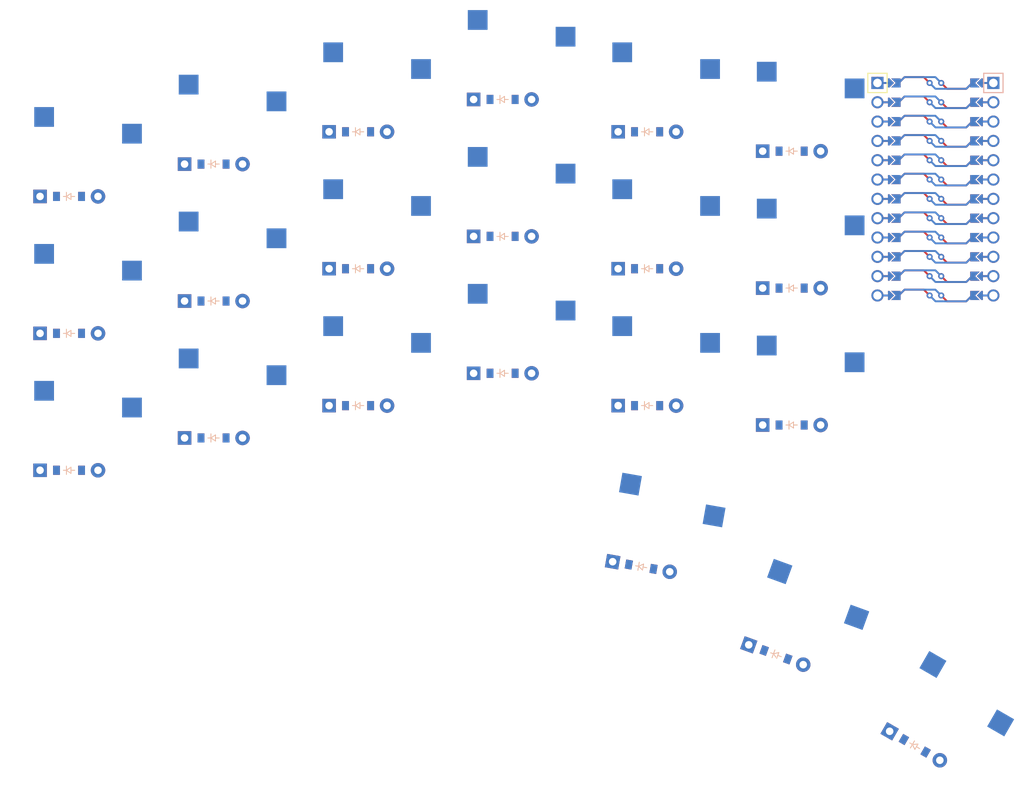
<source format=kicad_pcb>

            
(kicad_pcb (version 20171130) (host pcbnew 5.1.6)

  (page A3)
  (title_block
    (title simple_split)
    (rev v1.0.0)
    (company Unknown)
  )

  (general
    (thickness 1.6)
  )

  (layers
    (0 F.Cu signal)
    (31 B.Cu signal)
    (32 B.Adhes user)
    (33 F.Adhes user)
    (34 B.Paste user)
    (35 F.Paste user)
    (36 B.SilkS user)
    (37 F.SilkS user)
    (38 B.Mask user)
    (39 F.Mask user)
    (40 Dwgs.User user)
    (41 Cmts.User user)
    (42 Eco1.User user)
    (43 Eco2.User user)
    (44 Edge.Cuts user)
    (45 Margin user)
    (46 B.CrtYd user)
    (47 F.CrtYd user)
    (48 B.Fab user)
    (49 F.Fab user)
  )

  (setup
    (last_trace_width 0.25)
    (trace_clearance 0.2)
    (zone_clearance 0.508)
    (zone_45_only no)
    (trace_min 0.2)
    (via_size 0.8)
    (via_drill 0.4)
    (via_min_size 0.4)
    (via_min_drill 0.3)
    (uvia_size 0.3)
    (uvia_drill 0.1)
    (uvias_allowed no)
    (uvia_min_size 0.2)
    (uvia_min_drill 0.1)
    (edge_width 0.05)
    (segment_width 0.2)
    (pcb_text_width 0.3)
    (pcb_text_size 1.5 1.5)
    (mod_edge_width 0.12)
    (mod_text_size 1 1)
    (mod_text_width 0.15)
    (pad_size 1.524 1.524)
    (pad_drill 0.762)
    (pad_to_mask_clearance 0.05)
    (aux_axis_origin 0 0)
    (visible_elements FFFFFF7F)
    (pcbplotparams
      (layerselection 0x010fc_ffffffff)
      (usegerberextensions false)
      (usegerberattributes true)
      (usegerberadvancedattributes true)
      (creategerberjobfile true)
      (excludeedgelayer true)
      (linewidth 0.100000)
      (plotframeref false)
      (viasonmask false)
      (mode 1)
      (useauxorigin false)
      (hpglpennumber 1)
      (hpglpenspeed 20)
      (hpglpendiameter 15.000000)
      (psnegative false)
      (psa4output false)
      (plotreference true)
      (plotvalue true)
      (plotinvisibletext false)
      (padsonsilk false)
      (subtractmaskfromsilk false)
      (outputformat 1)
      (mirror false)
      (drillshape 1)
      (scaleselection 1)
      (outputdirectory ""))
  )

            (net 0 "")
(net 1 "pinkyreach_bottom")
(net 2 "P21")
(net 3 "P5")
(net 4 "pinkyreach_home")
(net 5 "P4")
(net 6 "pinkyreach_top")
(net 7 "P3")
(net 8 "pinky_bottom")
(net 9 "P20")
(net 10 "pinky_home")
(net 11 "pinky_top")
(net 12 "ring_bottom")
(net 13 "P19")
(net 14 "ring_home")
(net 15 "ring_top")
(net 16 "middle_bottom")
(net 17 "P18")
(net 18 "middle_home")
(net 19 "middle_top")
(net 20 "index_bottom")
(net 21 "P15")
(net 22 "index_home")
(net 23 "index_top")
(net 24 "inner_bottom")
(net 25 "P14")
(net 26 "inner_home")
(net 27 "inner_top")
(net 28 "inner_default")
(net 29 "P6")
(net 30 "tucky_default")
(net 31 "reachy_default")
(net 32 "RAW")
(net 33 "GND")
(net 34 "RST")
(net 35 "VCC")
(net 36 "P16")
(net 37 "P10")
(net 38 "P1")
(net 39 "P0")
(net 40 "P2")
(net 41 "P7")
(net 42 "P8")
(net 43 "P9")
            
  (net_class Default "This is the default net class."
    (clearance 0.2)
    (trace_width 0.25)
    (via_dia 0.8)
    (via_drill 0.4)
    (uvia_dia 0.3)
    (uvia_drill 0.1)
    (add_net "")
(add_net "pinkyreach_bottom")
(add_net "P21")
(add_net "P5")
(add_net "pinkyreach_home")
(add_net "P4")
(add_net "pinkyreach_top")
(add_net "P3")
(add_net "pinky_bottom")
(add_net "P20")
(add_net "pinky_home")
(add_net "pinky_top")
(add_net "ring_bottom")
(add_net "P19")
(add_net "ring_home")
(add_net "ring_top")
(add_net "middle_bottom")
(add_net "P18")
(add_net "middle_home")
(add_net "middle_top")
(add_net "index_bottom")
(add_net "P15")
(add_net "index_home")
(add_net "index_top")
(add_net "inner_bottom")
(add_net "P14")
(add_net "inner_home")
(add_net "inner_top")
(add_net "inner_default")
(add_net "P6")
(add_net "tucky_default")
(add_net "reachy_default")
(add_net "RAW")
(add_net "GND")
(add_net "RST")
(add_net "VCC")
(add_net "P16")
(add_net "P10")
(add_net "P1")
(add_net "P0")
(add_net "P2")
(add_net "P7")
(add_net "P8")
(add_net "P9")
  )

            
        
      (module PG1350 (layer F.Cu) (tedit 5DD50112)
      (at 0 0 0)

      
      (fp_text reference "S1" (at 0 0) (layer F.SilkS) hide (effects (font (size 1.27 1.27) (thickness 0.15))))
      (fp_text value "" (at 0 0) (layer F.SilkS) hide (effects (font (size 1.27 1.27) (thickness 0.15))))

      
      (fp_line (start -7 -6) (end -7 -7) (layer Dwgs.User) (width 0.15))
      (fp_line (start -7 7) (end -6 7) (layer Dwgs.User) (width 0.15))
      (fp_line (start -6 -7) (end -7 -7) (layer Dwgs.User) (width 0.15))
      (fp_line (start -7 7) (end -7 6) (layer Dwgs.User) (width 0.15))
      (fp_line (start 7 6) (end 7 7) (layer Dwgs.User) (width 0.15))
      (fp_line (start 7 -7) (end 6 -7) (layer Dwgs.User) (width 0.15))
      (fp_line (start 6 7) (end 7 7) (layer Dwgs.User) (width 0.15))
      (fp_line (start 7 -7) (end 7 -6) (layer Dwgs.User) (width 0.15))      
      
      
      (pad "" np_thru_hole circle (at 0 0) (size 3.429 3.429) (drill 3.429) (layers *.Cu *.Mask))
        
      
      (pad "" np_thru_hole circle (at 5.5 0) (size 1.7018 1.7018) (drill 1.7018) (layers *.Cu *.Mask))
      (pad "" np_thru_hole circle (at -5.5 0) (size 1.7018 1.7018) (drill 1.7018) (layers *.Cu *.Mask))
      
        
      
      (fp_line (start -9 -8.5) (end 9 -8.5) (layer Dwgs.User) (width 0.15))
      (fp_line (start 9 -8.5) (end 9 8.5) (layer Dwgs.User) (width 0.15))
      (fp_line (start 9 8.5) (end -9 8.5) (layer Dwgs.User) (width 0.15))
      (fp_line (start -9 8.5) (end -9 -8.5) (layer Dwgs.User) (width 0.15))
      
        
          
          (pad "" np_thru_hole circle (at 5 -3.75) (size 3 3) (drill 3) (layers *.Cu *.Mask))
          (pad "" np_thru_hole circle (at 0 -5.95) (size 3 3) (drill 3) (layers *.Cu *.Mask))
      
          
          (pad 1 smd rect (at -3.275 -5.95 0) (size 2.6 2.6) (layers B.Cu B.Paste B.Mask)  (net 1 "pinkyreach_bottom"))
          (pad 2 smd rect (at 8.275 -3.75 0) (size 2.6 2.6) (layers B.Cu B.Paste B.Mask)  (net 2 "P21"))
        )
        

  
    (module ComboDiode (layer F.Cu) (tedit 5B24D78E)


        (at 0 4.5 0)

        
        (fp_text reference "D1" (at 0 0) (layer F.SilkS) hide (effects (font (size 1.27 1.27) (thickness 0.15))))
        (fp_text value "" (at 0 0) (layer F.SilkS) hide (effects (font (size 1.27 1.27) (thickness 0.15))))
        
        
        (fp_line (start 0.25 0) (end 0.75 0) (layer F.SilkS) (width 0.1))
        (fp_line (start 0.25 0.4) (end -0.35 0) (layer F.SilkS) (width 0.1))
        (fp_line (start 0.25 -0.4) (end 0.25 0.4) (layer F.SilkS) (width 0.1))
        (fp_line (start -0.35 0) (end 0.25 -0.4) (layer F.SilkS) (width 0.1))
        (fp_line (start -0.35 0) (end -0.35 0.55) (layer F.SilkS) (width 0.1))
        (fp_line (start -0.35 0) (end -0.35 -0.55) (layer F.SilkS) (width 0.1))
        (fp_line (start -0.75 0) (end -0.35 0) (layer F.SilkS) (width 0.1))
        (fp_line (start 0.25 0) (end 0.75 0) (layer B.SilkS) (width 0.1))
        (fp_line (start 0.25 0.4) (end -0.35 0) (layer B.SilkS) (width 0.1))
        (fp_line (start 0.25 -0.4) (end 0.25 0.4) (layer B.SilkS) (width 0.1))
        (fp_line (start -0.35 0) (end 0.25 -0.4) (layer B.SilkS) (width 0.1))
        (fp_line (start -0.35 0) (end -0.35 0.55) (layer B.SilkS) (width 0.1))
        (fp_line (start -0.35 0) (end -0.35 -0.55) (layer B.SilkS) (width 0.1))
        (fp_line (start -0.75 0) (end -0.35 0) (layer B.SilkS) (width 0.1))
    
        
        (pad 1 smd rect (at -1.65 0 0) (size 0.9 1.2) (layers F.Cu F.Paste F.Mask) (net 3 "P5"))
        (pad 2 smd rect (at 1.65 0 0) (size 0.9 1.2) (layers B.Cu B.Paste B.Mask) (net 1 "pinkyreach_bottom"))
        (pad 1 smd rect (at -1.65 0 0) (size 0.9 1.2) (layers B.Cu B.Paste B.Mask) (net 3 "P5"))
        (pad 2 smd rect (at 1.65 0 0) (size 0.9 1.2) (layers F.Cu F.Paste F.Mask) (net 1 "pinkyreach_bottom"))
        
        
        (pad 1 thru_hole circle (at 3.81 0 0) (size 1.905 1.905) (drill 0.9906) (layers *.Cu *.Mask) (net 1 "pinkyreach_bottom"))
        (pad 2 thru_hole rect (at -3.81 0 0) (size 1.778 1.778) (drill 0.9906) (layers *.Cu *.Mask) (net 3 "P5"))
    )
  
    

        
      (module PG1350 (layer F.Cu) (tedit 5DD50112)
      (at 0 -18 0)

      
      (fp_text reference "S2" (at 0 0) (layer F.SilkS) hide (effects (font (size 1.27 1.27) (thickness 0.15))))
      (fp_text value "" (at 0 0) (layer F.SilkS) hide (effects (font (size 1.27 1.27) (thickness 0.15))))

      
      (fp_line (start -7 -6) (end -7 -7) (layer Dwgs.User) (width 0.15))
      (fp_line (start -7 7) (end -6 7) (layer Dwgs.User) (width 0.15))
      (fp_line (start -6 -7) (end -7 -7) (layer Dwgs.User) (width 0.15))
      (fp_line (start -7 7) (end -7 6) (layer Dwgs.User) (width 0.15))
      (fp_line (start 7 6) (end 7 7) (layer Dwgs.User) (width 0.15))
      (fp_line (start 7 -7) (end 6 -7) (layer Dwgs.User) (width 0.15))
      (fp_line (start 6 7) (end 7 7) (layer Dwgs.User) (width 0.15))
      (fp_line (start 7 -7) (end 7 -6) (layer Dwgs.User) (width 0.15))      
      
      
      (pad "" np_thru_hole circle (at 0 0) (size 3.429 3.429) (drill 3.429) (layers *.Cu *.Mask))
        
      
      (pad "" np_thru_hole circle (at 5.5 0) (size 1.7018 1.7018) (drill 1.7018) (layers *.Cu *.Mask))
      (pad "" np_thru_hole circle (at -5.5 0) (size 1.7018 1.7018) (drill 1.7018) (layers *.Cu *.Mask))
      
        
      
      (fp_line (start -9 -8.5) (end 9 -8.5) (layer Dwgs.User) (width 0.15))
      (fp_line (start 9 -8.5) (end 9 8.5) (layer Dwgs.User) (width 0.15))
      (fp_line (start 9 8.5) (end -9 8.5) (layer Dwgs.User) (width 0.15))
      (fp_line (start -9 8.5) (end -9 -8.5) (layer Dwgs.User) (width 0.15))
      
        
          
          (pad "" np_thru_hole circle (at 5 -3.75) (size 3 3) (drill 3) (layers *.Cu *.Mask))
          (pad "" np_thru_hole circle (at 0 -5.95) (size 3 3) (drill 3) (layers *.Cu *.Mask))
      
          
          (pad 1 smd rect (at -3.275 -5.95 0) (size 2.6 2.6) (layers B.Cu B.Paste B.Mask)  (net 4 "pinkyreach_home"))
          (pad 2 smd rect (at 8.275 -3.75 0) (size 2.6 2.6) (layers B.Cu B.Paste B.Mask)  (net 2 "P21"))
        )
        

  
    (module ComboDiode (layer F.Cu) (tedit 5B24D78E)


        (at 0 -13.5 0)

        
        (fp_text reference "D2" (at 0 0) (layer F.SilkS) hide (effects (font (size 1.27 1.27) (thickness 0.15))))
        (fp_text value "" (at 0 0) (layer F.SilkS) hide (effects (font (size 1.27 1.27) (thickness 0.15))))
        
        
        (fp_line (start 0.25 0) (end 0.75 0) (layer F.SilkS) (width 0.1))
        (fp_line (start 0.25 0.4) (end -0.35 0) (layer F.SilkS) (width 0.1))
        (fp_line (start 0.25 -0.4) (end 0.25 0.4) (layer F.SilkS) (width 0.1))
        (fp_line (start -0.35 0) (end 0.25 -0.4) (layer F.SilkS) (width 0.1))
        (fp_line (start -0.35 0) (end -0.35 0.55) (layer F.SilkS) (width 0.1))
        (fp_line (start -0.35 0) (end -0.35 -0.55) (layer F.SilkS) (width 0.1))
        (fp_line (start -0.75 0) (end -0.35 0) (layer F.SilkS) (width 0.1))
        (fp_line (start 0.25 0) (end 0.75 0) (layer B.SilkS) (width 0.1))
        (fp_line (start 0.25 0.4) (end -0.35 0) (layer B.SilkS) (width 0.1))
        (fp_line (start 0.25 -0.4) (end 0.25 0.4) (layer B.SilkS) (width 0.1))
        (fp_line (start -0.35 0) (end 0.25 -0.4) (layer B.SilkS) (width 0.1))
        (fp_line (start -0.35 0) (end -0.35 0.55) (layer B.SilkS) (width 0.1))
        (fp_line (start -0.35 0) (end -0.35 -0.55) (layer B.SilkS) (width 0.1))
        (fp_line (start -0.75 0) (end -0.35 0) (layer B.SilkS) (width 0.1))
    
        
        (pad 1 smd rect (at -1.65 0 0) (size 0.9 1.2) (layers F.Cu F.Paste F.Mask) (net 5 "P4"))
        (pad 2 smd rect (at 1.65 0 0) (size 0.9 1.2) (layers B.Cu B.Paste B.Mask) (net 4 "pinkyreach_home"))
        (pad 1 smd rect (at -1.65 0 0) (size 0.9 1.2) (layers B.Cu B.Paste B.Mask) (net 5 "P4"))
        (pad 2 smd rect (at 1.65 0 0) (size 0.9 1.2) (layers F.Cu F.Paste F.Mask) (net 4 "pinkyreach_home"))
        
        
        (pad 1 thru_hole circle (at 3.81 0 0) (size 1.905 1.905) (drill 0.9906) (layers *.Cu *.Mask) (net 4 "pinkyreach_home"))
        (pad 2 thru_hole rect (at -3.81 0 0) (size 1.778 1.778) (drill 0.9906) (layers *.Cu *.Mask) (net 5 "P4"))
    )
  
    

        
      (module PG1350 (layer F.Cu) (tedit 5DD50112)
      (at 0 -36 0)

      
      (fp_text reference "S3" (at 0 0) (layer F.SilkS) hide (effects (font (size 1.27 1.27) (thickness 0.15))))
      (fp_text value "" (at 0 0) (layer F.SilkS) hide (effects (font (size 1.27 1.27) (thickness 0.15))))

      
      (fp_line (start -7 -6) (end -7 -7) (layer Dwgs.User) (width 0.15))
      (fp_line (start -7 7) (end -6 7) (layer Dwgs.User) (width 0.15))
      (fp_line (start -6 -7) (end -7 -7) (layer Dwgs.User) (width 0.15))
      (fp_line (start -7 7) (end -7 6) (layer Dwgs.User) (width 0.15))
      (fp_line (start 7 6) (end 7 7) (layer Dwgs.User) (width 0.15))
      (fp_line (start 7 -7) (end 6 -7) (layer Dwgs.User) (width 0.15))
      (fp_line (start 6 7) (end 7 7) (layer Dwgs.User) (width 0.15))
      (fp_line (start 7 -7) (end 7 -6) (layer Dwgs.User) (width 0.15))      
      
      
      (pad "" np_thru_hole circle (at 0 0) (size 3.429 3.429) (drill 3.429) (layers *.Cu *.Mask))
        
      
      (pad "" np_thru_hole circle (at 5.5 0) (size 1.7018 1.7018) (drill 1.7018) (layers *.Cu *.Mask))
      (pad "" np_thru_hole circle (at -5.5 0) (size 1.7018 1.7018) (drill 1.7018) (layers *.Cu *.Mask))
      
        
      
      (fp_line (start -9 -8.5) (end 9 -8.5) (layer Dwgs.User) (width 0.15))
      (fp_line (start 9 -8.5) (end 9 8.5) (layer Dwgs.User) (width 0.15))
      (fp_line (start 9 8.5) (end -9 8.5) (layer Dwgs.User) (width 0.15))
      (fp_line (start -9 8.5) (end -9 -8.5) (layer Dwgs.User) (width 0.15))
      
        
          
          (pad "" np_thru_hole circle (at 5 -3.75) (size 3 3) (drill 3) (layers *.Cu *.Mask))
          (pad "" np_thru_hole circle (at 0 -5.95) (size 3 3) (drill 3) (layers *.Cu *.Mask))
      
          
          (pad 1 smd rect (at -3.275 -5.95 0) (size 2.6 2.6) (layers B.Cu B.Paste B.Mask)  (net 6 "pinkyreach_top"))
          (pad 2 smd rect (at 8.275 -3.75 0) (size 2.6 2.6) (layers B.Cu B.Paste B.Mask)  (net 2 "P21"))
        )
        

  
    (module ComboDiode (layer F.Cu) (tedit 5B24D78E)


        (at 0 -31.5 0)

        
        (fp_text reference "D3" (at 0 0) (layer F.SilkS) hide (effects (font (size 1.27 1.27) (thickness 0.15))))
        (fp_text value "" (at 0 0) (layer F.SilkS) hide (effects (font (size 1.27 1.27) (thickness 0.15))))
        
        
        (fp_line (start 0.25 0) (end 0.75 0) (layer F.SilkS) (width 0.1))
        (fp_line (start 0.25 0.4) (end -0.35 0) (layer F.SilkS) (width 0.1))
        (fp_line (start 0.25 -0.4) (end 0.25 0.4) (layer F.SilkS) (width 0.1))
        (fp_line (start -0.35 0) (end 0.25 -0.4) (layer F.SilkS) (width 0.1))
        (fp_line (start -0.35 0) (end -0.35 0.55) (layer F.SilkS) (width 0.1))
        (fp_line (start -0.35 0) (end -0.35 -0.55) (layer F.SilkS) (width 0.1))
        (fp_line (start -0.75 0) (end -0.35 0) (layer F.SilkS) (width 0.1))
        (fp_line (start 0.25 0) (end 0.75 0) (layer B.SilkS) (width 0.1))
        (fp_line (start 0.25 0.4) (end -0.35 0) (layer B.SilkS) (width 0.1))
        (fp_line (start 0.25 -0.4) (end 0.25 0.4) (layer B.SilkS) (width 0.1))
        (fp_line (start -0.35 0) (end 0.25 -0.4) (layer B.SilkS) (width 0.1))
        (fp_line (start -0.35 0) (end -0.35 0.55) (layer B.SilkS) (width 0.1))
        (fp_line (start -0.35 0) (end -0.35 -0.55) (layer B.SilkS) (width 0.1))
        (fp_line (start -0.75 0) (end -0.35 0) (layer B.SilkS) (width 0.1))
    
        
        (pad 1 smd rect (at -1.65 0 0) (size 0.9 1.2) (layers F.Cu F.Paste F.Mask) (net 7 "P3"))
        (pad 2 smd rect (at 1.65 0 0) (size 0.9 1.2) (layers B.Cu B.Paste B.Mask) (net 6 "pinkyreach_top"))
        (pad 1 smd rect (at -1.65 0 0) (size 0.9 1.2) (layers B.Cu B.Paste B.Mask) (net 7 "P3"))
        (pad 2 smd rect (at 1.65 0 0) (size 0.9 1.2) (layers F.Cu F.Paste F.Mask) (net 6 "pinkyreach_top"))
        
        
        (pad 1 thru_hole circle (at 3.81 0 0) (size 1.905 1.905) (drill 0.9906) (layers *.Cu *.Mask) (net 6 "pinkyreach_top"))
        (pad 2 thru_hole rect (at -3.81 0 0) (size 1.778 1.778) (drill 0.9906) (layers *.Cu *.Mask) (net 7 "P3"))
    )
  
    

        
      (module PG1350 (layer F.Cu) (tedit 5DD50112)
      (at 19 -4.25 0)

      
      (fp_text reference "S4" (at 0 0) (layer F.SilkS) hide (effects (font (size 1.27 1.27) (thickness 0.15))))
      (fp_text value "" (at 0 0) (layer F.SilkS) hide (effects (font (size 1.27 1.27) (thickness 0.15))))

      
      (fp_line (start -7 -6) (end -7 -7) (layer Dwgs.User) (width 0.15))
      (fp_line (start -7 7) (end -6 7) (layer Dwgs.User) (width 0.15))
      (fp_line (start -6 -7) (end -7 -7) (layer Dwgs.User) (width 0.15))
      (fp_line (start -7 7) (end -7 6) (layer Dwgs.User) (width 0.15))
      (fp_line (start 7 6) (end 7 7) (layer Dwgs.User) (width 0.15))
      (fp_line (start 7 -7) (end 6 -7) (layer Dwgs.User) (width 0.15))
      (fp_line (start 6 7) (end 7 7) (layer Dwgs.User) (width 0.15))
      (fp_line (start 7 -7) (end 7 -6) (layer Dwgs.User) (width 0.15))      
      
      
      (pad "" np_thru_hole circle (at 0 0) (size 3.429 3.429) (drill 3.429) (layers *.Cu *.Mask))
        
      
      (pad "" np_thru_hole circle (at 5.5 0) (size 1.7018 1.7018) (drill 1.7018) (layers *.Cu *.Mask))
      (pad "" np_thru_hole circle (at -5.5 0) (size 1.7018 1.7018) (drill 1.7018) (layers *.Cu *.Mask))
      
        
      
      (fp_line (start -9 -8.5) (end 9 -8.5) (layer Dwgs.User) (width 0.15))
      (fp_line (start 9 -8.5) (end 9 8.5) (layer Dwgs.User) (width 0.15))
      (fp_line (start 9 8.5) (end -9 8.5) (layer Dwgs.User) (width 0.15))
      (fp_line (start -9 8.5) (end -9 -8.5) (layer Dwgs.User) (width 0.15))
      
        
          
          (pad "" np_thru_hole circle (at 5 -3.75) (size 3 3) (drill 3) (layers *.Cu *.Mask))
          (pad "" np_thru_hole circle (at 0 -5.95) (size 3 3) (drill 3) (layers *.Cu *.Mask))
      
          
          (pad 1 smd rect (at -3.275 -5.95 0) (size 2.6 2.6) (layers B.Cu B.Paste B.Mask)  (net 8 "pinky_bottom"))
          (pad 2 smd rect (at 8.275 -3.75 0) (size 2.6 2.6) (layers B.Cu B.Paste B.Mask)  (net 9 "P20"))
        )
        

  
    (module ComboDiode (layer F.Cu) (tedit 5B24D78E)


        (at 19 0.25 0)

        
        (fp_text reference "D4" (at 0 0) (layer F.SilkS) hide (effects (font (size 1.27 1.27) (thickness 0.15))))
        (fp_text value "" (at 0 0) (layer F.SilkS) hide (effects (font (size 1.27 1.27) (thickness 0.15))))
        
        
        (fp_line (start 0.25 0) (end 0.75 0) (layer F.SilkS) (width 0.1))
        (fp_line (start 0.25 0.4) (end -0.35 0) (layer F.SilkS) (width 0.1))
        (fp_line (start 0.25 -0.4) (end 0.25 0.4) (layer F.SilkS) (width 0.1))
        (fp_line (start -0.35 0) (end 0.25 -0.4) (layer F.SilkS) (width 0.1))
        (fp_line (start -0.35 0) (end -0.35 0.55) (layer F.SilkS) (width 0.1))
        (fp_line (start -0.35 0) (end -0.35 -0.55) (layer F.SilkS) (width 0.1))
        (fp_line (start -0.75 0) (end -0.35 0) (layer F.SilkS) (width 0.1))
        (fp_line (start 0.25 0) (end 0.75 0) (layer B.SilkS) (width 0.1))
        (fp_line (start 0.25 0.4) (end -0.35 0) (layer B.SilkS) (width 0.1))
        (fp_line (start 0.25 -0.4) (end 0.25 0.4) (layer B.SilkS) (width 0.1))
        (fp_line (start -0.35 0) (end 0.25 -0.4) (layer B.SilkS) (width 0.1))
        (fp_line (start -0.35 0) (end -0.35 0.55) (layer B.SilkS) (width 0.1))
        (fp_line (start -0.35 0) (end -0.35 -0.55) (layer B.SilkS) (width 0.1))
        (fp_line (start -0.75 0) (end -0.35 0) (layer B.SilkS) (width 0.1))
    
        
        (pad 1 smd rect (at -1.65 0 0) (size 0.9 1.2) (layers F.Cu F.Paste F.Mask) (net 3 "P5"))
        (pad 2 smd rect (at 1.65 0 0) (size 0.9 1.2) (layers B.Cu B.Paste B.Mask) (net 8 "pinky_bottom"))
        (pad 1 smd rect (at -1.65 0 0) (size 0.9 1.2) (layers B.Cu B.Paste B.Mask) (net 3 "P5"))
        (pad 2 smd rect (at 1.65 0 0) (size 0.9 1.2) (layers F.Cu F.Paste F.Mask) (net 8 "pinky_bottom"))
        
        
        (pad 1 thru_hole circle (at 3.81 0 0) (size 1.905 1.905) (drill 0.9906) (layers *.Cu *.Mask) (net 8 "pinky_bottom"))
        (pad 2 thru_hole rect (at -3.81 0 0) (size 1.778 1.778) (drill 0.9906) (layers *.Cu *.Mask) (net 3 "P5"))
    )
  
    

        
      (module PG1350 (layer F.Cu) (tedit 5DD50112)
      (at 19 -22.25 0)

      
      (fp_text reference "S5" (at 0 0) (layer F.SilkS) hide (effects (font (size 1.27 1.27) (thickness 0.15))))
      (fp_text value "" (at 0 0) (layer F.SilkS) hide (effects (font (size 1.27 1.27) (thickness 0.15))))

      
      (fp_line (start -7 -6) (end -7 -7) (layer Dwgs.User) (width 0.15))
      (fp_line (start -7 7) (end -6 7) (layer Dwgs.User) (width 0.15))
      (fp_line (start -6 -7) (end -7 -7) (layer Dwgs.User) (width 0.15))
      (fp_line (start -7 7) (end -7 6) (layer Dwgs.User) (width 0.15))
      (fp_line (start 7 6) (end 7 7) (layer Dwgs.User) (width 0.15))
      (fp_line (start 7 -7) (end 6 -7) (layer Dwgs.User) (width 0.15))
      (fp_line (start 6 7) (end 7 7) (layer Dwgs.User) (width 0.15))
      (fp_line (start 7 -7) (end 7 -6) (layer Dwgs.User) (width 0.15))      
      
      
      (pad "" np_thru_hole circle (at 0 0) (size 3.429 3.429) (drill 3.429) (layers *.Cu *.Mask))
        
      
      (pad "" np_thru_hole circle (at 5.5 0) (size 1.7018 1.7018) (drill 1.7018) (layers *.Cu *.Mask))
      (pad "" np_thru_hole circle (at -5.5 0) (size 1.7018 1.7018) (drill 1.7018) (layers *.Cu *.Mask))
      
        
      
      (fp_line (start -9 -8.5) (end 9 -8.5) (layer Dwgs.User) (width 0.15))
      (fp_line (start 9 -8.5) (end 9 8.5) (layer Dwgs.User) (width 0.15))
      (fp_line (start 9 8.5) (end -9 8.5) (layer Dwgs.User) (width 0.15))
      (fp_line (start -9 8.5) (end -9 -8.5) (layer Dwgs.User) (width 0.15))
      
        
          
          (pad "" np_thru_hole circle (at 5 -3.75) (size 3 3) (drill 3) (layers *.Cu *.Mask))
          (pad "" np_thru_hole circle (at 0 -5.95) (size 3 3) (drill 3) (layers *.Cu *.Mask))
      
          
          (pad 1 smd rect (at -3.275 -5.95 0) (size 2.6 2.6) (layers B.Cu B.Paste B.Mask)  (net 10 "pinky_home"))
          (pad 2 smd rect (at 8.275 -3.75 0) (size 2.6 2.6) (layers B.Cu B.Paste B.Mask)  (net 9 "P20"))
        )
        

  
    (module ComboDiode (layer F.Cu) (tedit 5B24D78E)


        (at 19 -17.75 0)

        
        (fp_text reference "D5" (at 0 0) (layer F.SilkS) hide (effects (font (size 1.27 1.27) (thickness 0.15))))
        (fp_text value "" (at 0 0) (layer F.SilkS) hide (effects (font (size 1.27 1.27) (thickness 0.15))))
        
        
        (fp_line (start 0.25 0) (end 0.75 0) (layer F.SilkS) (width 0.1))
        (fp_line (start 0.25 0.4) (end -0.35 0) (layer F.SilkS) (width 0.1))
        (fp_line (start 0.25 -0.4) (end 0.25 0.4) (layer F.SilkS) (width 0.1))
        (fp_line (start -0.35 0) (end 0.25 -0.4) (layer F.SilkS) (width 0.1))
        (fp_line (start -0.35 0) (end -0.35 0.55) (layer F.SilkS) (width 0.1))
        (fp_line (start -0.35 0) (end -0.35 -0.55) (layer F.SilkS) (width 0.1))
        (fp_line (start -0.75 0) (end -0.35 0) (layer F.SilkS) (width 0.1))
        (fp_line (start 0.25 0) (end 0.75 0) (layer B.SilkS) (width 0.1))
        (fp_line (start 0.25 0.4) (end -0.35 0) (layer B.SilkS) (width 0.1))
        (fp_line (start 0.25 -0.4) (end 0.25 0.4) (layer B.SilkS) (width 0.1))
        (fp_line (start -0.35 0) (end 0.25 -0.4) (layer B.SilkS) (width 0.1))
        (fp_line (start -0.35 0) (end -0.35 0.55) (layer B.SilkS) (width 0.1))
        (fp_line (start -0.35 0) (end -0.35 -0.55) (layer B.SilkS) (width 0.1))
        (fp_line (start -0.75 0) (end -0.35 0) (layer B.SilkS) (width 0.1))
    
        
        (pad 1 smd rect (at -1.65 0 0) (size 0.9 1.2) (layers F.Cu F.Paste F.Mask) (net 5 "P4"))
        (pad 2 smd rect (at 1.65 0 0) (size 0.9 1.2) (layers B.Cu B.Paste B.Mask) (net 10 "pinky_home"))
        (pad 1 smd rect (at -1.65 0 0) (size 0.9 1.2) (layers B.Cu B.Paste B.Mask) (net 5 "P4"))
        (pad 2 smd rect (at 1.65 0 0) (size 0.9 1.2) (layers F.Cu F.Paste F.Mask) (net 10 "pinky_home"))
        
        
        (pad 1 thru_hole circle (at 3.81 0 0) (size 1.905 1.905) (drill 0.9906) (layers *.Cu *.Mask) (net 10 "pinky_home"))
        (pad 2 thru_hole rect (at -3.81 0 0) (size 1.778 1.778) (drill 0.9906) (layers *.Cu *.Mask) (net 5 "P4"))
    )
  
    

        
      (module PG1350 (layer F.Cu) (tedit 5DD50112)
      (at 19 -40.25 0)

      
      (fp_text reference "S6" (at 0 0) (layer F.SilkS) hide (effects (font (size 1.27 1.27) (thickness 0.15))))
      (fp_text value "" (at 0 0) (layer F.SilkS) hide (effects (font (size 1.27 1.27) (thickness 0.15))))

      
      (fp_line (start -7 -6) (end -7 -7) (layer Dwgs.User) (width 0.15))
      (fp_line (start -7 7) (end -6 7) (layer Dwgs.User) (width 0.15))
      (fp_line (start -6 -7) (end -7 -7) (layer Dwgs.User) (width 0.15))
      (fp_line (start -7 7) (end -7 6) (layer Dwgs.User) (width 0.15))
      (fp_line (start 7 6) (end 7 7) (layer Dwgs.User) (width 0.15))
      (fp_line (start 7 -7) (end 6 -7) (layer Dwgs.User) (width 0.15))
      (fp_line (start 6 7) (end 7 7) (layer Dwgs.User) (width 0.15))
      (fp_line (start 7 -7) (end 7 -6) (layer Dwgs.User) (width 0.15))      
      
      
      (pad "" np_thru_hole circle (at 0 0) (size 3.429 3.429) (drill 3.429) (layers *.Cu *.Mask))
        
      
      (pad "" np_thru_hole circle (at 5.5 0) (size 1.7018 1.7018) (drill 1.7018) (layers *.Cu *.Mask))
      (pad "" np_thru_hole circle (at -5.5 0) (size 1.7018 1.7018) (drill 1.7018) (layers *.Cu *.Mask))
      
        
      
      (fp_line (start -9 -8.5) (end 9 -8.5) (layer Dwgs.User) (width 0.15))
      (fp_line (start 9 -8.5) (end 9 8.5) (layer Dwgs.User) (width 0.15))
      (fp_line (start 9 8.5) (end -9 8.5) (layer Dwgs.User) (width 0.15))
      (fp_line (start -9 8.5) (end -9 -8.5) (layer Dwgs.User) (width 0.15))
      
        
          
          (pad "" np_thru_hole circle (at 5 -3.75) (size 3 3) (drill 3) (layers *.Cu *.Mask))
          (pad "" np_thru_hole circle (at 0 -5.95) (size 3 3) (drill 3) (layers *.Cu *.Mask))
      
          
          (pad 1 smd rect (at -3.275 -5.95 0) (size 2.6 2.6) (layers B.Cu B.Paste B.Mask)  (net 11 "pinky_top"))
          (pad 2 smd rect (at 8.275 -3.75 0) (size 2.6 2.6) (layers B.Cu B.Paste B.Mask)  (net 9 "P20"))
        )
        

  
    (module ComboDiode (layer F.Cu) (tedit 5B24D78E)


        (at 19 -35.75 0)

        
        (fp_text reference "D6" (at 0 0) (layer F.SilkS) hide (effects (font (size 1.27 1.27) (thickness 0.15))))
        (fp_text value "" (at 0 0) (layer F.SilkS) hide (effects (font (size 1.27 1.27) (thickness 0.15))))
        
        
        (fp_line (start 0.25 0) (end 0.75 0) (layer F.SilkS) (width 0.1))
        (fp_line (start 0.25 0.4) (end -0.35 0) (layer F.SilkS) (width 0.1))
        (fp_line (start 0.25 -0.4) (end 0.25 0.4) (layer F.SilkS) (width 0.1))
        (fp_line (start -0.35 0) (end 0.25 -0.4) (layer F.SilkS) (width 0.1))
        (fp_line (start -0.35 0) (end -0.35 0.55) (layer F.SilkS) (width 0.1))
        (fp_line (start -0.35 0) (end -0.35 -0.55) (layer F.SilkS) (width 0.1))
        (fp_line (start -0.75 0) (end -0.35 0) (layer F.SilkS) (width 0.1))
        (fp_line (start 0.25 0) (end 0.75 0) (layer B.SilkS) (width 0.1))
        (fp_line (start 0.25 0.4) (end -0.35 0) (layer B.SilkS) (width 0.1))
        (fp_line (start 0.25 -0.4) (end 0.25 0.4) (layer B.SilkS) (width 0.1))
        (fp_line (start -0.35 0) (end 0.25 -0.4) (layer B.SilkS) (width 0.1))
        (fp_line (start -0.35 0) (end -0.35 0.55) (layer B.SilkS) (width 0.1))
        (fp_line (start -0.35 0) (end -0.35 -0.55) (layer B.SilkS) (width 0.1))
        (fp_line (start -0.75 0) (end -0.35 0) (layer B.SilkS) (width 0.1))
    
        
        (pad 1 smd rect (at -1.65 0 0) (size 0.9 1.2) (layers F.Cu F.Paste F.Mask) (net 7 "P3"))
        (pad 2 smd rect (at 1.65 0 0) (size 0.9 1.2) (layers B.Cu B.Paste B.Mask) (net 11 "pinky_top"))
        (pad 1 smd rect (at -1.65 0 0) (size 0.9 1.2) (layers B.Cu B.Paste B.Mask) (net 7 "P3"))
        (pad 2 smd rect (at 1.65 0 0) (size 0.9 1.2) (layers F.Cu F.Paste F.Mask) (net 11 "pinky_top"))
        
        
        (pad 1 thru_hole circle (at 3.81 0 0) (size 1.905 1.905) (drill 0.9906) (layers *.Cu *.Mask) (net 11 "pinky_top"))
        (pad 2 thru_hole rect (at -3.81 0 0) (size 1.778 1.778) (drill 0.9906) (layers *.Cu *.Mask) (net 7 "P3"))
    )
  
    

        
      (module PG1350 (layer F.Cu) (tedit 5DD50112)
      (at 38 -8.5 0)

      
      (fp_text reference "S7" (at 0 0) (layer F.SilkS) hide (effects (font (size 1.27 1.27) (thickness 0.15))))
      (fp_text value "" (at 0 0) (layer F.SilkS) hide (effects (font (size 1.27 1.27) (thickness 0.15))))

      
      (fp_line (start -7 -6) (end -7 -7) (layer Dwgs.User) (width 0.15))
      (fp_line (start -7 7) (end -6 7) (layer Dwgs.User) (width 0.15))
      (fp_line (start -6 -7) (end -7 -7) (layer Dwgs.User) (width 0.15))
      (fp_line (start -7 7) (end -7 6) (layer Dwgs.User) (width 0.15))
      (fp_line (start 7 6) (end 7 7) (layer Dwgs.User) (width 0.15))
      (fp_line (start 7 -7) (end 6 -7) (layer Dwgs.User) (width 0.15))
      (fp_line (start 6 7) (end 7 7) (layer Dwgs.User) (width 0.15))
      (fp_line (start 7 -7) (end 7 -6) (layer Dwgs.User) (width 0.15))      
      
      
      (pad "" np_thru_hole circle (at 0 0) (size 3.429 3.429) (drill 3.429) (layers *.Cu *.Mask))
        
      
      (pad "" np_thru_hole circle (at 5.5 0) (size 1.7018 1.7018) (drill 1.7018) (layers *.Cu *.Mask))
      (pad "" np_thru_hole circle (at -5.5 0) (size 1.7018 1.7018) (drill 1.7018) (layers *.Cu *.Mask))
      
        
      
      (fp_line (start -9 -8.5) (end 9 -8.5) (layer Dwgs.User) (width 0.15))
      (fp_line (start 9 -8.5) (end 9 8.5) (layer Dwgs.User) (width 0.15))
      (fp_line (start 9 8.5) (end -9 8.5) (layer Dwgs.User) (width 0.15))
      (fp_line (start -9 8.5) (end -9 -8.5) (layer Dwgs.User) (width 0.15))
      
        
          
          (pad "" np_thru_hole circle (at 5 -3.75) (size 3 3) (drill 3) (layers *.Cu *.Mask))
          (pad "" np_thru_hole circle (at 0 -5.95) (size 3 3) (drill 3) (layers *.Cu *.Mask))
      
          
          (pad 1 smd rect (at -3.275 -5.95 0) (size 2.6 2.6) (layers B.Cu B.Paste B.Mask)  (net 12 "ring_bottom"))
          (pad 2 smd rect (at 8.275 -3.75 0) (size 2.6 2.6) (layers B.Cu B.Paste B.Mask)  (net 13 "P19"))
        )
        

  
    (module ComboDiode (layer F.Cu) (tedit 5B24D78E)


        (at 38 -4 0)

        
        (fp_text reference "D7" (at 0 0) (layer F.SilkS) hide (effects (font (size 1.27 1.27) (thickness 0.15))))
        (fp_text value "" (at 0 0) (layer F.SilkS) hide (effects (font (size 1.27 1.27) (thickness 0.15))))
        
        
        (fp_line (start 0.25 0) (end 0.75 0) (layer F.SilkS) (width 0.1))
        (fp_line (start 0.25 0.4) (end -0.35 0) (layer F.SilkS) (width 0.1))
        (fp_line (start 0.25 -0.4) (end 0.25 0.4) (layer F.SilkS) (width 0.1))
        (fp_line (start -0.35 0) (end 0.25 -0.4) (layer F.SilkS) (width 0.1))
        (fp_line (start -0.35 0) (end -0.35 0.55) (layer F.SilkS) (width 0.1))
        (fp_line (start -0.35 0) (end -0.35 -0.55) (layer F.SilkS) (width 0.1))
        (fp_line (start -0.75 0) (end -0.35 0) (layer F.SilkS) (width 0.1))
        (fp_line (start 0.25 0) (end 0.75 0) (layer B.SilkS) (width 0.1))
        (fp_line (start 0.25 0.4) (end -0.35 0) (layer B.SilkS) (width 0.1))
        (fp_line (start 0.25 -0.4) (end 0.25 0.4) (layer B.SilkS) (width 0.1))
        (fp_line (start -0.35 0) (end 0.25 -0.4) (layer B.SilkS) (width 0.1))
        (fp_line (start -0.35 0) (end -0.35 0.55) (layer B.SilkS) (width 0.1))
        (fp_line (start -0.35 0) (end -0.35 -0.55) (layer B.SilkS) (width 0.1))
        (fp_line (start -0.75 0) (end -0.35 0) (layer B.SilkS) (width 0.1))
    
        
        (pad 1 smd rect (at -1.65 0 0) (size 0.9 1.2) (layers F.Cu F.Paste F.Mask) (net 3 "P5"))
        (pad 2 smd rect (at 1.65 0 0) (size 0.9 1.2) (layers B.Cu B.Paste B.Mask) (net 12 "ring_bottom"))
        (pad 1 smd rect (at -1.65 0 0) (size 0.9 1.2) (layers B.Cu B.Paste B.Mask) (net 3 "P5"))
        (pad 2 smd rect (at 1.65 0 0) (size 0.9 1.2) (layers F.Cu F.Paste F.Mask) (net 12 "ring_bottom"))
        
        
        (pad 1 thru_hole circle (at 3.81 0 0) (size 1.905 1.905) (drill 0.9906) (layers *.Cu *.Mask) (net 12 "ring_bottom"))
        (pad 2 thru_hole rect (at -3.81 0 0) (size 1.778 1.778) (drill 0.9906) (layers *.Cu *.Mask) (net 3 "P5"))
    )
  
    

        
      (module PG1350 (layer F.Cu) (tedit 5DD50112)
      (at 38 -26.5 0)

      
      (fp_text reference "S8" (at 0 0) (layer F.SilkS) hide (effects (font (size 1.27 1.27) (thickness 0.15))))
      (fp_text value "" (at 0 0) (layer F.SilkS) hide (effects (font (size 1.27 1.27) (thickness 0.15))))

      
      (fp_line (start -7 -6) (end -7 -7) (layer Dwgs.User) (width 0.15))
      (fp_line (start -7 7) (end -6 7) (layer Dwgs.User) (width 0.15))
      (fp_line (start -6 -7) (end -7 -7) (layer Dwgs.User) (width 0.15))
      (fp_line (start -7 7) (end -7 6) (layer Dwgs.User) (width 0.15))
      (fp_line (start 7 6) (end 7 7) (layer Dwgs.User) (width 0.15))
      (fp_line (start 7 -7) (end 6 -7) (layer Dwgs.User) (width 0.15))
      (fp_line (start 6 7) (end 7 7) (layer Dwgs.User) (width 0.15))
      (fp_line (start 7 -7) (end 7 -6) (layer Dwgs.User) (width 0.15))      
      
      
      (pad "" np_thru_hole circle (at 0 0) (size 3.429 3.429) (drill 3.429) (layers *.Cu *.Mask))
        
      
      (pad "" np_thru_hole circle (at 5.5 0) (size 1.7018 1.7018) (drill 1.7018) (layers *.Cu *.Mask))
      (pad "" np_thru_hole circle (at -5.5 0) (size 1.7018 1.7018) (drill 1.7018) (layers *.Cu *.Mask))
      
        
      
      (fp_line (start -9 -8.5) (end 9 -8.5) (layer Dwgs.User) (width 0.15))
      (fp_line (start 9 -8.5) (end 9 8.5) (layer Dwgs.User) (width 0.15))
      (fp_line (start 9 8.5) (end -9 8.5) (layer Dwgs.User) (width 0.15))
      (fp_line (start -9 8.5) (end -9 -8.5) (layer Dwgs.User) (width 0.15))
      
        
          
          (pad "" np_thru_hole circle (at 5 -3.75) (size 3 3) (drill 3) (layers *.Cu *.Mask))
          (pad "" np_thru_hole circle (at 0 -5.95) (size 3 3) (drill 3) (layers *.Cu *.Mask))
      
          
          (pad 1 smd rect (at -3.275 -5.95 0) (size 2.6 2.6) (layers B.Cu B.Paste B.Mask)  (net 14 "ring_home"))
          (pad 2 smd rect (at 8.275 -3.75 0) (size 2.6 2.6) (layers B.Cu B.Paste B.Mask)  (net 13 "P19"))
        )
        

  
    (module ComboDiode (layer F.Cu) (tedit 5B24D78E)


        (at 38 -22 0)

        
        (fp_text reference "D8" (at 0 0) (layer F.SilkS) hide (effects (font (size 1.27 1.27) (thickness 0.15))))
        (fp_text value "" (at 0 0) (layer F.SilkS) hide (effects (font (size 1.27 1.27) (thickness 0.15))))
        
        
        (fp_line (start 0.25 0) (end 0.75 0) (layer F.SilkS) (width 0.1))
        (fp_line (start 0.25 0.4) (end -0.35 0) (layer F.SilkS) (width 0.1))
        (fp_line (start 0.25 -0.4) (end 0.25 0.4) (layer F.SilkS) (width 0.1))
        (fp_line (start -0.35 0) (end 0.25 -0.4) (layer F.SilkS) (width 0.1))
        (fp_line (start -0.35 0) (end -0.35 0.55) (layer F.SilkS) (width 0.1))
        (fp_line (start -0.35 0) (end -0.35 -0.55) (layer F.SilkS) (width 0.1))
        (fp_line (start -0.75 0) (end -0.35 0) (layer F.SilkS) (width 0.1))
        (fp_line (start 0.25 0) (end 0.75 0) (layer B.SilkS) (width 0.1))
        (fp_line (start 0.25 0.4) (end -0.35 0) (layer B.SilkS) (width 0.1))
        (fp_line (start 0.25 -0.4) (end 0.25 0.4) (layer B.SilkS) (width 0.1))
        (fp_line (start -0.35 0) (end 0.25 -0.4) (layer B.SilkS) (width 0.1))
        (fp_line (start -0.35 0) (end -0.35 0.55) (layer B.SilkS) (width 0.1))
        (fp_line (start -0.35 0) (end -0.35 -0.55) (layer B.SilkS) (width 0.1))
        (fp_line (start -0.75 0) (end -0.35 0) (layer B.SilkS) (width 0.1))
    
        
        (pad 1 smd rect (at -1.65 0 0) (size 0.9 1.2) (layers F.Cu F.Paste F.Mask) (net 5 "P4"))
        (pad 2 smd rect (at 1.65 0 0) (size 0.9 1.2) (layers B.Cu B.Paste B.Mask) (net 14 "ring_home"))
        (pad 1 smd rect (at -1.65 0 0) (size 0.9 1.2) (layers B.Cu B.Paste B.Mask) (net 5 "P4"))
        (pad 2 smd rect (at 1.65 0 0) (size 0.9 1.2) (layers F.Cu F.Paste F.Mask) (net 14 "ring_home"))
        
        
        (pad 1 thru_hole circle (at 3.81 0 0) (size 1.905 1.905) (drill 0.9906) (layers *.Cu *.Mask) (net 14 "ring_home"))
        (pad 2 thru_hole rect (at -3.81 0 0) (size 1.778 1.778) (drill 0.9906) (layers *.Cu *.Mask) (net 5 "P4"))
    )
  
    

        
      (module PG1350 (layer F.Cu) (tedit 5DD50112)
      (at 38 -44.5 0)

      
      (fp_text reference "S9" (at 0 0) (layer F.SilkS) hide (effects (font (size 1.27 1.27) (thickness 0.15))))
      (fp_text value "" (at 0 0) (layer F.SilkS) hide (effects (font (size 1.27 1.27) (thickness 0.15))))

      
      (fp_line (start -7 -6) (end -7 -7) (layer Dwgs.User) (width 0.15))
      (fp_line (start -7 7) (end -6 7) (layer Dwgs.User) (width 0.15))
      (fp_line (start -6 -7) (end -7 -7) (layer Dwgs.User) (width 0.15))
      (fp_line (start -7 7) (end -7 6) (layer Dwgs.User) (width 0.15))
      (fp_line (start 7 6) (end 7 7) (layer Dwgs.User) (width 0.15))
      (fp_line (start 7 -7) (end 6 -7) (layer Dwgs.User) (width 0.15))
      (fp_line (start 6 7) (end 7 7) (layer Dwgs.User) (width 0.15))
      (fp_line (start 7 -7) (end 7 -6) (layer Dwgs.User) (width 0.15))      
      
      
      (pad "" np_thru_hole circle (at 0 0) (size 3.429 3.429) (drill 3.429) (layers *.Cu *.Mask))
        
      
      (pad "" np_thru_hole circle (at 5.5 0) (size 1.7018 1.7018) (drill 1.7018) (layers *.Cu *.Mask))
      (pad "" np_thru_hole circle (at -5.5 0) (size 1.7018 1.7018) (drill 1.7018) (layers *.Cu *.Mask))
      
        
      
      (fp_line (start -9 -8.5) (end 9 -8.5) (layer Dwgs.User) (width 0.15))
      (fp_line (start 9 -8.5) (end 9 8.5) (layer Dwgs.User) (width 0.15))
      (fp_line (start 9 8.5) (end -9 8.5) (layer Dwgs.User) (width 0.15))
      (fp_line (start -9 8.5) (end -9 -8.5) (layer Dwgs.User) (width 0.15))
      
        
          
          (pad "" np_thru_hole circle (at 5 -3.75) (size 3 3) (drill 3) (layers *.Cu *.Mask))
          (pad "" np_thru_hole circle (at 0 -5.95) (size 3 3) (drill 3) (layers *.Cu *.Mask))
      
          
          (pad 1 smd rect (at -3.275 -5.95 0) (size 2.6 2.6) (layers B.Cu B.Paste B.Mask)  (net 15 "ring_top"))
          (pad 2 smd rect (at 8.275 -3.75 0) (size 2.6 2.6) (layers B.Cu B.Paste B.Mask)  (net 13 "P19"))
        )
        

  
    (module ComboDiode (layer F.Cu) (tedit 5B24D78E)


        (at 38 -40 0)

        
        (fp_text reference "D9" (at 0 0) (layer F.SilkS) hide (effects (font (size 1.27 1.27) (thickness 0.15))))
        (fp_text value "" (at 0 0) (layer F.SilkS) hide (effects (font (size 1.27 1.27) (thickness 0.15))))
        
        
        (fp_line (start 0.25 0) (end 0.75 0) (layer F.SilkS) (width 0.1))
        (fp_line (start 0.25 0.4) (end -0.35 0) (layer F.SilkS) (width 0.1))
        (fp_line (start 0.25 -0.4) (end 0.25 0.4) (layer F.SilkS) (width 0.1))
        (fp_line (start -0.35 0) (end 0.25 -0.4) (layer F.SilkS) (width 0.1))
        (fp_line (start -0.35 0) (end -0.35 0.55) (layer F.SilkS) (width 0.1))
        (fp_line (start -0.35 0) (end -0.35 -0.55) (layer F.SilkS) (width 0.1))
        (fp_line (start -0.75 0) (end -0.35 0) (layer F.SilkS) (width 0.1))
        (fp_line (start 0.25 0) (end 0.75 0) (layer B.SilkS) (width 0.1))
        (fp_line (start 0.25 0.4) (end -0.35 0) (layer B.SilkS) (width 0.1))
        (fp_line (start 0.25 -0.4) (end 0.25 0.4) (layer B.SilkS) (width 0.1))
        (fp_line (start -0.35 0) (end 0.25 -0.4) (layer B.SilkS) (width 0.1))
        (fp_line (start -0.35 0) (end -0.35 0.55) (layer B.SilkS) (width 0.1))
        (fp_line (start -0.35 0) (end -0.35 -0.55) (layer B.SilkS) (width 0.1))
        (fp_line (start -0.75 0) (end -0.35 0) (layer B.SilkS) (width 0.1))
    
        
        (pad 1 smd rect (at -1.65 0 0) (size 0.9 1.2) (layers F.Cu F.Paste F.Mask) (net 7 "P3"))
        (pad 2 smd rect (at 1.65 0 0) (size 0.9 1.2) (layers B.Cu B.Paste B.Mask) (net 15 "ring_top"))
        (pad 1 smd rect (at -1.65 0 0) (size 0.9 1.2) (layers B.Cu B.Paste B.Mask) (net 7 "P3"))
        (pad 2 smd rect (at 1.65 0 0) (size 0.9 1.2) (layers F.Cu F.Paste F.Mask) (net 15 "ring_top"))
        
        
        (pad 1 thru_hole circle (at 3.81 0 0) (size 1.905 1.905) (drill 0.9906) (layers *.Cu *.Mask) (net 15 "ring_top"))
        (pad 2 thru_hole rect (at -3.81 0 0) (size 1.778 1.778) (drill 0.9906) (layers *.Cu *.Mask) (net 7 "P3"))
    )
  
    

        
      (module PG1350 (layer F.Cu) (tedit 5DD50112)
      (at 57 -12.75 0)

      
      (fp_text reference "S10" (at 0 0) (layer F.SilkS) hide (effects (font (size 1.27 1.27) (thickness 0.15))))
      (fp_text value "" (at 0 0) (layer F.SilkS) hide (effects (font (size 1.27 1.27) (thickness 0.15))))

      
      (fp_line (start -7 -6) (end -7 -7) (layer Dwgs.User) (width 0.15))
      (fp_line (start -7 7) (end -6 7) (layer Dwgs.User) (width 0.15))
      (fp_line (start -6 -7) (end -7 -7) (layer Dwgs.User) (width 0.15))
      (fp_line (start -7 7) (end -7 6) (layer Dwgs.User) (width 0.15))
      (fp_line (start 7 6) (end 7 7) (layer Dwgs.User) (width 0.15))
      (fp_line (start 7 -7) (end 6 -7) (layer Dwgs.User) (width 0.15))
      (fp_line (start 6 7) (end 7 7) (layer Dwgs.User) (width 0.15))
      (fp_line (start 7 -7) (end 7 -6) (layer Dwgs.User) (width 0.15))      
      
      
      (pad "" np_thru_hole circle (at 0 0) (size 3.429 3.429) (drill 3.429) (layers *.Cu *.Mask))
        
      
      (pad "" np_thru_hole circle (at 5.5 0) (size 1.7018 1.7018) (drill 1.7018) (layers *.Cu *.Mask))
      (pad "" np_thru_hole circle (at -5.5 0) (size 1.7018 1.7018) (drill 1.7018) (layers *.Cu *.Mask))
      
        
      
      (fp_line (start -9 -8.5) (end 9 -8.5) (layer Dwgs.User) (width 0.15))
      (fp_line (start 9 -8.5) (end 9 8.5) (layer Dwgs.User) (width 0.15))
      (fp_line (start 9 8.5) (end -9 8.5) (layer Dwgs.User) (width 0.15))
      (fp_line (start -9 8.5) (end -9 -8.5) (layer Dwgs.User) (width 0.15))
      
        
          
          (pad "" np_thru_hole circle (at 5 -3.75) (size 3 3) (drill 3) (layers *.Cu *.Mask))
          (pad "" np_thru_hole circle (at 0 -5.95) (size 3 3) (drill 3) (layers *.Cu *.Mask))
      
          
          (pad 1 smd rect (at -3.275 -5.95 0) (size 2.6 2.6) (layers B.Cu B.Paste B.Mask)  (net 16 "middle_bottom"))
          (pad 2 smd rect (at 8.275 -3.75 0) (size 2.6 2.6) (layers B.Cu B.Paste B.Mask)  (net 17 "P18"))
        )
        

  
    (module ComboDiode (layer F.Cu) (tedit 5B24D78E)


        (at 57 -8.25 0)

        
        (fp_text reference "D10" (at 0 0) (layer F.SilkS) hide (effects (font (size 1.27 1.27) (thickness 0.15))))
        (fp_text value "" (at 0 0) (layer F.SilkS) hide (effects (font (size 1.27 1.27) (thickness 0.15))))
        
        
        (fp_line (start 0.25 0) (end 0.75 0) (layer F.SilkS) (width 0.1))
        (fp_line (start 0.25 0.4) (end -0.35 0) (layer F.SilkS) (width 0.1))
        (fp_line (start 0.25 -0.4) (end 0.25 0.4) (layer F.SilkS) (width 0.1))
        (fp_line (start -0.35 0) (end 0.25 -0.4) (layer F.SilkS) (width 0.1))
        (fp_line (start -0.35 0) (end -0.35 0.55) (layer F.SilkS) (width 0.1))
        (fp_line (start -0.35 0) (end -0.35 -0.55) (layer F.SilkS) (width 0.1))
        (fp_line (start -0.75 0) (end -0.35 0) (layer F.SilkS) (width 0.1))
        (fp_line (start 0.25 0) (end 0.75 0) (layer B.SilkS) (width 0.1))
        (fp_line (start 0.25 0.4) (end -0.35 0) (layer B.SilkS) (width 0.1))
        (fp_line (start 0.25 -0.4) (end 0.25 0.4) (layer B.SilkS) (width 0.1))
        (fp_line (start -0.35 0) (end 0.25 -0.4) (layer B.SilkS) (width 0.1))
        (fp_line (start -0.35 0) (end -0.35 0.55) (layer B.SilkS) (width 0.1))
        (fp_line (start -0.35 0) (end -0.35 -0.55) (layer B.SilkS) (width 0.1))
        (fp_line (start -0.75 0) (end -0.35 0) (layer B.SilkS) (width 0.1))
    
        
        (pad 1 smd rect (at -1.65 0 0) (size 0.9 1.2) (layers F.Cu F.Paste F.Mask) (net 3 "P5"))
        (pad 2 smd rect (at 1.65 0 0) (size 0.9 1.2) (layers B.Cu B.Paste B.Mask) (net 16 "middle_bottom"))
        (pad 1 smd rect (at -1.65 0 0) (size 0.9 1.2) (layers B.Cu B.Paste B.Mask) (net 3 "P5"))
        (pad 2 smd rect (at 1.65 0 0) (size 0.9 1.2) (layers F.Cu F.Paste F.Mask) (net 16 "middle_bottom"))
        
        
        (pad 1 thru_hole circle (at 3.81 0 0) (size 1.905 1.905) (drill 0.9906) (layers *.Cu *.Mask) (net 16 "middle_bottom"))
        (pad 2 thru_hole rect (at -3.81 0 0) (size 1.778 1.778) (drill 0.9906) (layers *.Cu *.Mask) (net 3 "P5"))
    )
  
    

        
      (module PG1350 (layer F.Cu) (tedit 5DD50112)
      (at 57 -30.75 0)

      
      (fp_text reference "S11" (at 0 0) (layer F.SilkS) hide (effects (font (size 1.27 1.27) (thickness 0.15))))
      (fp_text value "" (at 0 0) (layer F.SilkS) hide (effects (font (size 1.27 1.27) (thickness 0.15))))

      
      (fp_line (start -7 -6) (end -7 -7) (layer Dwgs.User) (width 0.15))
      (fp_line (start -7 7) (end -6 7) (layer Dwgs.User) (width 0.15))
      (fp_line (start -6 -7) (end -7 -7) (layer Dwgs.User) (width 0.15))
      (fp_line (start -7 7) (end -7 6) (layer Dwgs.User) (width 0.15))
      (fp_line (start 7 6) (end 7 7) (layer Dwgs.User) (width 0.15))
      (fp_line (start 7 -7) (end 6 -7) (layer Dwgs.User) (width 0.15))
      (fp_line (start 6 7) (end 7 7) (layer Dwgs.User) (width 0.15))
      (fp_line (start 7 -7) (end 7 -6) (layer Dwgs.User) (width 0.15))      
      
      
      (pad "" np_thru_hole circle (at 0 0) (size 3.429 3.429) (drill 3.429) (layers *.Cu *.Mask))
        
      
      (pad "" np_thru_hole circle (at 5.5 0) (size 1.7018 1.7018) (drill 1.7018) (layers *.Cu *.Mask))
      (pad "" np_thru_hole circle (at -5.5 0) (size 1.7018 1.7018) (drill 1.7018) (layers *.Cu *.Mask))
      
        
      
      (fp_line (start -9 -8.5) (end 9 -8.5) (layer Dwgs.User) (width 0.15))
      (fp_line (start 9 -8.5) (end 9 8.5) (layer Dwgs.User) (width 0.15))
      (fp_line (start 9 8.5) (end -9 8.5) (layer Dwgs.User) (width 0.15))
      (fp_line (start -9 8.5) (end -9 -8.5) (layer Dwgs.User) (width 0.15))
      
        
          
          (pad "" np_thru_hole circle (at 5 -3.75) (size 3 3) (drill 3) (layers *.Cu *.Mask))
          (pad "" np_thru_hole circle (at 0 -5.95) (size 3 3) (drill 3) (layers *.Cu *.Mask))
      
          
          (pad 1 smd rect (at -3.275 -5.95 0) (size 2.6 2.6) (layers B.Cu B.Paste B.Mask)  (net 18 "middle_home"))
          (pad 2 smd rect (at 8.275 -3.75 0) (size 2.6 2.6) (layers B.Cu B.Paste B.Mask)  (net 17 "P18"))
        )
        

  
    (module ComboDiode (layer F.Cu) (tedit 5B24D78E)


        (at 57 -26.25 0)

        
        (fp_text reference "D11" (at 0 0) (layer F.SilkS) hide (effects (font (size 1.27 1.27) (thickness 0.15))))
        (fp_text value "" (at 0 0) (layer F.SilkS) hide (effects (font (size 1.27 1.27) (thickness 0.15))))
        
        
        (fp_line (start 0.25 0) (end 0.75 0) (layer F.SilkS) (width 0.1))
        (fp_line (start 0.25 0.4) (end -0.35 0) (layer F.SilkS) (width 0.1))
        (fp_line (start 0.25 -0.4) (end 0.25 0.4) (layer F.SilkS) (width 0.1))
        (fp_line (start -0.35 0) (end 0.25 -0.4) (layer F.SilkS) (width 0.1))
        (fp_line (start -0.35 0) (end -0.35 0.55) (layer F.SilkS) (width 0.1))
        (fp_line (start -0.35 0) (end -0.35 -0.55) (layer F.SilkS) (width 0.1))
        (fp_line (start -0.75 0) (end -0.35 0) (layer F.SilkS) (width 0.1))
        (fp_line (start 0.25 0) (end 0.75 0) (layer B.SilkS) (width 0.1))
        (fp_line (start 0.25 0.4) (end -0.35 0) (layer B.SilkS) (width 0.1))
        (fp_line (start 0.25 -0.4) (end 0.25 0.4) (layer B.SilkS) (width 0.1))
        (fp_line (start -0.35 0) (end 0.25 -0.4) (layer B.SilkS) (width 0.1))
        (fp_line (start -0.35 0) (end -0.35 0.55) (layer B.SilkS) (width 0.1))
        (fp_line (start -0.35 0) (end -0.35 -0.55) (layer B.SilkS) (width 0.1))
        (fp_line (start -0.75 0) (end -0.35 0) (layer B.SilkS) (width 0.1))
    
        
        (pad 1 smd rect (at -1.65 0 0) (size 0.9 1.2) (layers F.Cu F.Paste F.Mask) (net 5 "P4"))
        (pad 2 smd rect (at 1.65 0 0) (size 0.9 1.2) (layers B.Cu B.Paste B.Mask) (net 18 "middle_home"))
        (pad 1 smd rect (at -1.65 0 0) (size 0.9 1.2) (layers B.Cu B.Paste B.Mask) (net 5 "P4"))
        (pad 2 smd rect (at 1.65 0 0) (size 0.9 1.2) (layers F.Cu F.Paste F.Mask) (net 18 "middle_home"))
        
        
        (pad 1 thru_hole circle (at 3.81 0 0) (size 1.905 1.905) (drill 0.9906) (layers *.Cu *.Mask) (net 18 "middle_home"))
        (pad 2 thru_hole rect (at -3.81 0 0) (size 1.778 1.778) (drill 0.9906) (layers *.Cu *.Mask) (net 5 "P4"))
    )
  
    

        
      (module PG1350 (layer F.Cu) (tedit 5DD50112)
      (at 57 -48.75 0)

      
      (fp_text reference "S12" (at 0 0) (layer F.SilkS) hide (effects (font (size 1.27 1.27) (thickness 0.15))))
      (fp_text value "" (at 0 0) (layer F.SilkS) hide (effects (font (size 1.27 1.27) (thickness 0.15))))

      
      (fp_line (start -7 -6) (end -7 -7) (layer Dwgs.User) (width 0.15))
      (fp_line (start -7 7) (end -6 7) (layer Dwgs.User) (width 0.15))
      (fp_line (start -6 -7) (end -7 -7) (layer Dwgs.User) (width 0.15))
      (fp_line (start -7 7) (end -7 6) (layer Dwgs.User) (width 0.15))
      (fp_line (start 7 6) (end 7 7) (layer Dwgs.User) (width 0.15))
      (fp_line (start 7 -7) (end 6 -7) (layer Dwgs.User) (width 0.15))
      (fp_line (start 6 7) (end 7 7) (layer Dwgs.User) (width 0.15))
      (fp_line (start 7 -7) (end 7 -6) (layer Dwgs.User) (width 0.15))      
      
      
      (pad "" np_thru_hole circle (at 0 0) (size 3.429 3.429) (drill 3.429) (layers *.Cu *.Mask))
        
      
      (pad "" np_thru_hole circle (at 5.5 0) (size 1.7018 1.7018) (drill 1.7018) (layers *.Cu *.Mask))
      (pad "" np_thru_hole circle (at -5.5 0) (size 1.7018 1.7018) (drill 1.7018) (layers *.Cu *.Mask))
      
        
      
      (fp_line (start -9 -8.5) (end 9 -8.5) (layer Dwgs.User) (width 0.15))
      (fp_line (start 9 -8.5) (end 9 8.5) (layer Dwgs.User) (width 0.15))
      (fp_line (start 9 8.5) (end -9 8.5) (layer Dwgs.User) (width 0.15))
      (fp_line (start -9 8.5) (end -9 -8.5) (layer Dwgs.User) (width 0.15))
      
        
          
          (pad "" np_thru_hole circle (at 5 -3.75) (size 3 3) (drill 3) (layers *.Cu *.Mask))
          (pad "" np_thru_hole circle (at 0 -5.95) (size 3 3) (drill 3) (layers *.Cu *.Mask))
      
          
          (pad 1 smd rect (at -3.275 -5.95 0) (size 2.6 2.6) (layers B.Cu B.Paste B.Mask)  (net 19 "middle_top"))
          (pad 2 smd rect (at 8.275 -3.75 0) (size 2.6 2.6) (layers B.Cu B.Paste B.Mask)  (net 17 "P18"))
        )
        

  
    (module ComboDiode (layer F.Cu) (tedit 5B24D78E)


        (at 57 -44.25 0)

        
        (fp_text reference "D12" (at 0 0) (layer F.SilkS) hide (effects (font (size 1.27 1.27) (thickness 0.15))))
        (fp_text value "" (at 0 0) (layer F.SilkS) hide (effects (font (size 1.27 1.27) (thickness 0.15))))
        
        
        (fp_line (start 0.25 0) (end 0.75 0) (layer F.SilkS) (width 0.1))
        (fp_line (start 0.25 0.4) (end -0.35 0) (layer F.SilkS) (width 0.1))
        (fp_line (start 0.25 -0.4) (end 0.25 0.4) (layer F.SilkS) (width 0.1))
        (fp_line (start -0.35 0) (end 0.25 -0.4) (layer F.SilkS) (width 0.1))
        (fp_line (start -0.35 0) (end -0.35 0.55) (layer F.SilkS) (width 0.1))
        (fp_line (start -0.35 0) (end -0.35 -0.55) (layer F.SilkS) (width 0.1))
        (fp_line (start -0.75 0) (end -0.35 0) (layer F.SilkS) (width 0.1))
        (fp_line (start 0.25 0) (end 0.75 0) (layer B.SilkS) (width 0.1))
        (fp_line (start 0.25 0.4) (end -0.35 0) (layer B.SilkS) (width 0.1))
        (fp_line (start 0.25 -0.4) (end 0.25 0.4) (layer B.SilkS) (width 0.1))
        (fp_line (start -0.35 0) (end 0.25 -0.4) (layer B.SilkS) (width 0.1))
        (fp_line (start -0.35 0) (end -0.35 0.55) (layer B.SilkS) (width 0.1))
        (fp_line (start -0.35 0) (end -0.35 -0.55) (layer B.SilkS) (width 0.1))
        (fp_line (start -0.75 0) (end -0.35 0) (layer B.SilkS) (width 0.1))
    
        
        (pad 1 smd rect (at -1.65 0 0) (size 0.9 1.2) (layers F.Cu F.Paste F.Mask) (net 7 "P3"))
        (pad 2 smd rect (at 1.65 0 0) (size 0.9 1.2) (layers B.Cu B.Paste B.Mask) (net 19 "middle_top"))
        (pad 1 smd rect (at -1.65 0 0) (size 0.9 1.2) (layers B.Cu B.Paste B.Mask) (net 7 "P3"))
        (pad 2 smd rect (at 1.65 0 0) (size 0.9 1.2) (layers F.Cu F.Paste F.Mask) (net 19 "middle_top"))
        
        
        (pad 1 thru_hole circle (at 3.81 0 0) (size 1.905 1.905) (drill 0.9906) (layers *.Cu *.Mask) (net 19 "middle_top"))
        (pad 2 thru_hole rect (at -3.81 0 0) (size 1.778 1.778) (drill 0.9906) (layers *.Cu *.Mask) (net 7 "P3"))
    )
  
    

        
      (module PG1350 (layer F.Cu) (tedit 5DD50112)
      (at 76 -8.5 0)

      
      (fp_text reference "S13" (at 0 0) (layer F.SilkS) hide (effects (font (size 1.27 1.27) (thickness 0.15))))
      (fp_text value "" (at 0 0) (layer F.SilkS) hide (effects (font (size 1.27 1.27) (thickness 0.15))))

      
      (fp_line (start -7 -6) (end -7 -7) (layer Dwgs.User) (width 0.15))
      (fp_line (start -7 7) (end -6 7) (layer Dwgs.User) (width 0.15))
      (fp_line (start -6 -7) (end -7 -7) (layer Dwgs.User) (width 0.15))
      (fp_line (start -7 7) (end -7 6) (layer Dwgs.User) (width 0.15))
      (fp_line (start 7 6) (end 7 7) (layer Dwgs.User) (width 0.15))
      (fp_line (start 7 -7) (end 6 -7) (layer Dwgs.User) (width 0.15))
      (fp_line (start 6 7) (end 7 7) (layer Dwgs.User) (width 0.15))
      (fp_line (start 7 -7) (end 7 -6) (layer Dwgs.User) (width 0.15))      
      
      
      (pad "" np_thru_hole circle (at 0 0) (size 3.429 3.429) (drill 3.429) (layers *.Cu *.Mask))
        
      
      (pad "" np_thru_hole circle (at 5.5 0) (size 1.7018 1.7018) (drill 1.7018) (layers *.Cu *.Mask))
      (pad "" np_thru_hole circle (at -5.5 0) (size 1.7018 1.7018) (drill 1.7018) (layers *.Cu *.Mask))
      
        
      
      (fp_line (start -9 -8.5) (end 9 -8.5) (layer Dwgs.User) (width 0.15))
      (fp_line (start 9 -8.5) (end 9 8.5) (layer Dwgs.User) (width 0.15))
      (fp_line (start 9 8.5) (end -9 8.5) (layer Dwgs.User) (width 0.15))
      (fp_line (start -9 8.5) (end -9 -8.5) (layer Dwgs.User) (width 0.15))
      
        
          
          (pad "" np_thru_hole circle (at 5 -3.75) (size 3 3) (drill 3) (layers *.Cu *.Mask))
          (pad "" np_thru_hole circle (at 0 -5.95) (size 3 3) (drill 3) (layers *.Cu *.Mask))
      
          
          (pad 1 smd rect (at -3.275 -5.95 0) (size 2.6 2.6) (layers B.Cu B.Paste B.Mask)  (net 20 "index_bottom"))
          (pad 2 smd rect (at 8.275 -3.75 0) (size 2.6 2.6) (layers B.Cu B.Paste B.Mask)  (net 21 "P15"))
        )
        

  
    (module ComboDiode (layer F.Cu) (tedit 5B24D78E)


        (at 76 -4 0)

        
        (fp_text reference "D13" (at 0 0) (layer F.SilkS) hide (effects (font (size 1.27 1.27) (thickness 0.15))))
        (fp_text value "" (at 0 0) (layer F.SilkS) hide (effects (font (size 1.27 1.27) (thickness 0.15))))
        
        
        (fp_line (start 0.25 0) (end 0.75 0) (layer F.SilkS) (width 0.1))
        (fp_line (start 0.25 0.4) (end -0.35 0) (layer F.SilkS) (width 0.1))
        (fp_line (start 0.25 -0.4) (end 0.25 0.4) (layer F.SilkS) (width 0.1))
        (fp_line (start -0.35 0) (end 0.25 -0.4) (layer F.SilkS) (width 0.1))
        (fp_line (start -0.35 0) (end -0.35 0.55) (layer F.SilkS) (width 0.1))
        (fp_line (start -0.35 0) (end -0.35 -0.55) (layer F.SilkS) (width 0.1))
        (fp_line (start -0.75 0) (end -0.35 0) (layer F.SilkS) (width 0.1))
        (fp_line (start 0.25 0) (end 0.75 0) (layer B.SilkS) (width 0.1))
        (fp_line (start 0.25 0.4) (end -0.35 0) (layer B.SilkS) (width 0.1))
        (fp_line (start 0.25 -0.4) (end 0.25 0.4) (layer B.SilkS) (width 0.1))
        (fp_line (start -0.35 0) (end 0.25 -0.4) (layer B.SilkS) (width 0.1))
        (fp_line (start -0.35 0) (end -0.35 0.55) (layer B.SilkS) (width 0.1))
        (fp_line (start -0.35 0) (end -0.35 -0.55) (layer B.SilkS) (width 0.1))
        (fp_line (start -0.75 0) (end -0.35 0) (layer B.SilkS) (width 0.1))
    
        
        (pad 1 smd rect (at -1.65 0 0) (size 0.9 1.2) (layers F.Cu F.Paste F.Mask) (net 3 "P5"))
        (pad 2 smd rect (at 1.65 0 0) (size 0.9 1.2) (layers B.Cu B.Paste B.Mask) (net 20 "index_bottom"))
        (pad 1 smd rect (at -1.65 0 0) (size 0.9 1.2) (layers B.Cu B.Paste B.Mask) (net 3 "P5"))
        (pad 2 smd rect (at 1.65 0 0) (size 0.9 1.2) (layers F.Cu F.Paste F.Mask) (net 20 "index_bottom"))
        
        
        (pad 1 thru_hole circle (at 3.81 0 0) (size 1.905 1.905) (drill 0.9906) (layers *.Cu *.Mask) (net 20 "index_bottom"))
        (pad 2 thru_hole rect (at -3.81 0 0) (size 1.778 1.778) (drill 0.9906) (layers *.Cu *.Mask) (net 3 "P5"))
    )
  
    

        
      (module PG1350 (layer F.Cu) (tedit 5DD50112)
      (at 76 -26.5 0)

      
      (fp_text reference "S14" (at 0 0) (layer F.SilkS) hide (effects (font (size 1.27 1.27) (thickness 0.15))))
      (fp_text value "" (at 0 0) (layer F.SilkS) hide (effects (font (size 1.27 1.27) (thickness 0.15))))

      
      (fp_line (start -7 -6) (end -7 -7) (layer Dwgs.User) (width 0.15))
      (fp_line (start -7 7) (end -6 7) (layer Dwgs.User) (width 0.15))
      (fp_line (start -6 -7) (end -7 -7) (layer Dwgs.User) (width 0.15))
      (fp_line (start -7 7) (end -7 6) (layer Dwgs.User) (width 0.15))
      (fp_line (start 7 6) (end 7 7) (layer Dwgs.User) (width 0.15))
      (fp_line (start 7 -7) (end 6 -7) (layer Dwgs.User) (width 0.15))
      (fp_line (start 6 7) (end 7 7) (layer Dwgs.User) (width 0.15))
      (fp_line (start 7 -7) (end 7 -6) (layer Dwgs.User) (width 0.15))      
      
      
      (pad "" np_thru_hole circle (at 0 0) (size 3.429 3.429) (drill 3.429) (layers *.Cu *.Mask))
        
      
      (pad "" np_thru_hole circle (at 5.5 0) (size 1.7018 1.7018) (drill 1.7018) (layers *.Cu *.Mask))
      (pad "" np_thru_hole circle (at -5.5 0) (size 1.7018 1.7018) (drill 1.7018) (layers *.Cu *.Mask))
      
        
      
      (fp_line (start -9 -8.5) (end 9 -8.5) (layer Dwgs.User) (width 0.15))
      (fp_line (start 9 -8.5) (end 9 8.5) (layer Dwgs.User) (width 0.15))
      (fp_line (start 9 8.5) (end -9 8.5) (layer Dwgs.User) (width 0.15))
      (fp_line (start -9 8.5) (end -9 -8.5) (layer Dwgs.User) (width 0.15))
      
        
          
          (pad "" np_thru_hole circle (at 5 -3.75) (size 3 3) (drill 3) (layers *.Cu *.Mask))
          (pad "" np_thru_hole circle (at 0 -5.95) (size 3 3) (drill 3) (layers *.Cu *.Mask))
      
          
          (pad 1 smd rect (at -3.275 -5.95 0) (size 2.6 2.6) (layers B.Cu B.Paste B.Mask)  (net 22 "index_home"))
          (pad 2 smd rect (at 8.275 -3.75 0) (size 2.6 2.6) (layers B.Cu B.Paste B.Mask)  (net 21 "P15"))
        )
        

  
    (module ComboDiode (layer F.Cu) (tedit 5B24D78E)


        (at 76 -22 0)

        
        (fp_text reference "D14" (at 0 0) (layer F.SilkS) hide (effects (font (size 1.27 1.27) (thickness 0.15))))
        (fp_text value "" (at 0 0) (layer F.SilkS) hide (effects (font (size 1.27 1.27) (thickness 0.15))))
        
        
        (fp_line (start 0.25 0) (end 0.75 0) (layer F.SilkS) (width 0.1))
        (fp_line (start 0.25 0.4) (end -0.35 0) (layer F.SilkS) (width 0.1))
        (fp_line (start 0.25 -0.4) (end 0.25 0.4) (layer F.SilkS) (width 0.1))
        (fp_line (start -0.35 0) (end 0.25 -0.4) (layer F.SilkS) (width 0.1))
        (fp_line (start -0.35 0) (end -0.35 0.55) (layer F.SilkS) (width 0.1))
        (fp_line (start -0.35 0) (end -0.35 -0.55) (layer F.SilkS) (width 0.1))
        (fp_line (start -0.75 0) (end -0.35 0) (layer F.SilkS) (width 0.1))
        (fp_line (start 0.25 0) (end 0.75 0) (layer B.SilkS) (width 0.1))
        (fp_line (start 0.25 0.4) (end -0.35 0) (layer B.SilkS) (width 0.1))
        (fp_line (start 0.25 -0.4) (end 0.25 0.4) (layer B.SilkS) (width 0.1))
        (fp_line (start -0.35 0) (end 0.25 -0.4) (layer B.SilkS) (width 0.1))
        (fp_line (start -0.35 0) (end -0.35 0.55) (layer B.SilkS) (width 0.1))
        (fp_line (start -0.35 0) (end -0.35 -0.55) (layer B.SilkS) (width 0.1))
        (fp_line (start -0.75 0) (end -0.35 0) (layer B.SilkS) (width 0.1))
    
        
        (pad 1 smd rect (at -1.65 0 0) (size 0.9 1.2) (layers F.Cu F.Paste F.Mask) (net 5 "P4"))
        (pad 2 smd rect (at 1.65 0 0) (size 0.9 1.2) (layers B.Cu B.Paste B.Mask) (net 22 "index_home"))
        (pad 1 smd rect (at -1.65 0 0) (size 0.9 1.2) (layers B.Cu B.Paste B.Mask) (net 5 "P4"))
        (pad 2 smd rect (at 1.65 0 0) (size 0.9 1.2) (layers F.Cu F.Paste F.Mask) (net 22 "index_home"))
        
        
        (pad 1 thru_hole circle (at 3.81 0 0) (size 1.905 1.905) (drill 0.9906) (layers *.Cu *.Mask) (net 22 "index_home"))
        (pad 2 thru_hole rect (at -3.81 0 0) (size 1.778 1.778) (drill 0.9906) (layers *.Cu *.Mask) (net 5 "P4"))
    )
  
    

        
      (module PG1350 (layer F.Cu) (tedit 5DD50112)
      (at 76 -44.5 0)

      
      (fp_text reference "S15" (at 0 0) (layer F.SilkS) hide (effects (font (size 1.27 1.27) (thickness 0.15))))
      (fp_text value "" (at 0 0) (layer F.SilkS) hide (effects (font (size 1.27 1.27) (thickness 0.15))))

      
      (fp_line (start -7 -6) (end -7 -7) (layer Dwgs.User) (width 0.15))
      (fp_line (start -7 7) (end -6 7) (layer Dwgs.User) (width 0.15))
      (fp_line (start -6 -7) (end -7 -7) (layer Dwgs.User) (width 0.15))
      (fp_line (start -7 7) (end -7 6) (layer Dwgs.User) (width 0.15))
      (fp_line (start 7 6) (end 7 7) (layer Dwgs.User) (width 0.15))
      (fp_line (start 7 -7) (end 6 -7) (layer Dwgs.User) (width 0.15))
      (fp_line (start 6 7) (end 7 7) (layer Dwgs.User) (width 0.15))
      (fp_line (start 7 -7) (end 7 -6) (layer Dwgs.User) (width 0.15))      
      
      
      (pad "" np_thru_hole circle (at 0 0) (size 3.429 3.429) (drill 3.429) (layers *.Cu *.Mask))
        
      
      (pad "" np_thru_hole circle (at 5.5 0) (size 1.7018 1.7018) (drill 1.7018) (layers *.Cu *.Mask))
      (pad "" np_thru_hole circle (at -5.5 0) (size 1.7018 1.7018) (drill 1.7018) (layers *.Cu *.Mask))
      
        
      
      (fp_line (start -9 -8.5) (end 9 -8.5) (layer Dwgs.User) (width 0.15))
      (fp_line (start 9 -8.5) (end 9 8.5) (layer Dwgs.User) (width 0.15))
      (fp_line (start 9 8.5) (end -9 8.5) (layer Dwgs.User) (width 0.15))
      (fp_line (start -9 8.5) (end -9 -8.5) (layer Dwgs.User) (width 0.15))
      
        
          
          (pad "" np_thru_hole circle (at 5 -3.75) (size 3 3) (drill 3) (layers *.Cu *.Mask))
          (pad "" np_thru_hole circle (at 0 -5.95) (size 3 3) (drill 3) (layers *.Cu *.Mask))
      
          
          (pad 1 smd rect (at -3.275 -5.95 0) (size 2.6 2.6) (layers B.Cu B.Paste B.Mask)  (net 23 "index_top"))
          (pad 2 smd rect (at 8.275 -3.75 0) (size 2.6 2.6) (layers B.Cu B.Paste B.Mask)  (net 21 "P15"))
        )
        

  
    (module ComboDiode (layer F.Cu) (tedit 5B24D78E)


        (at 76 -40 0)

        
        (fp_text reference "D15" (at 0 0) (layer F.SilkS) hide (effects (font (size 1.27 1.27) (thickness 0.15))))
        (fp_text value "" (at 0 0) (layer F.SilkS) hide (effects (font (size 1.27 1.27) (thickness 0.15))))
        
        
        (fp_line (start 0.25 0) (end 0.75 0) (layer F.SilkS) (width 0.1))
        (fp_line (start 0.25 0.4) (end -0.35 0) (layer F.SilkS) (width 0.1))
        (fp_line (start 0.25 -0.4) (end 0.25 0.4) (layer F.SilkS) (width 0.1))
        (fp_line (start -0.35 0) (end 0.25 -0.4) (layer F.SilkS) (width 0.1))
        (fp_line (start -0.35 0) (end -0.35 0.55) (layer F.SilkS) (width 0.1))
        (fp_line (start -0.35 0) (end -0.35 -0.55) (layer F.SilkS) (width 0.1))
        (fp_line (start -0.75 0) (end -0.35 0) (layer F.SilkS) (width 0.1))
        (fp_line (start 0.25 0) (end 0.75 0) (layer B.SilkS) (width 0.1))
        (fp_line (start 0.25 0.4) (end -0.35 0) (layer B.SilkS) (width 0.1))
        (fp_line (start 0.25 -0.4) (end 0.25 0.4) (layer B.SilkS) (width 0.1))
        (fp_line (start -0.35 0) (end 0.25 -0.4) (layer B.SilkS) (width 0.1))
        (fp_line (start -0.35 0) (end -0.35 0.55) (layer B.SilkS) (width 0.1))
        (fp_line (start -0.35 0) (end -0.35 -0.55) (layer B.SilkS) (width 0.1))
        (fp_line (start -0.75 0) (end -0.35 0) (layer B.SilkS) (width 0.1))
    
        
        (pad 1 smd rect (at -1.65 0 0) (size 0.9 1.2) (layers F.Cu F.Paste F.Mask) (net 7 "P3"))
        (pad 2 smd rect (at 1.65 0 0) (size 0.9 1.2) (layers B.Cu B.Paste B.Mask) (net 23 "index_top"))
        (pad 1 smd rect (at -1.65 0 0) (size 0.9 1.2) (layers B.Cu B.Paste B.Mask) (net 7 "P3"))
        (pad 2 smd rect (at 1.65 0 0) (size 0.9 1.2) (layers F.Cu F.Paste F.Mask) (net 23 "index_top"))
        
        
        (pad 1 thru_hole circle (at 3.81 0 0) (size 1.905 1.905) (drill 0.9906) (layers *.Cu *.Mask) (net 23 "index_top"))
        (pad 2 thru_hole rect (at -3.81 0 0) (size 1.778 1.778) (drill 0.9906) (layers *.Cu *.Mask) (net 7 "P3"))
    )
  
    

        
      (module PG1350 (layer F.Cu) (tedit 5DD50112)
      (at 95 -5.95 0)

      
      (fp_text reference "S16" (at 0 0) (layer F.SilkS) hide (effects (font (size 1.27 1.27) (thickness 0.15))))
      (fp_text value "" (at 0 0) (layer F.SilkS) hide (effects (font (size 1.27 1.27) (thickness 0.15))))

      
      (fp_line (start -7 -6) (end -7 -7) (layer Dwgs.User) (width 0.15))
      (fp_line (start -7 7) (end -6 7) (layer Dwgs.User) (width 0.15))
      (fp_line (start -6 -7) (end -7 -7) (layer Dwgs.User) (width 0.15))
      (fp_line (start -7 7) (end -7 6) (layer Dwgs.User) (width 0.15))
      (fp_line (start 7 6) (end 7 7) (layer Dwgs.User) (width 0.15))
      (fp_line (start 7 -7) (end 6 -7) (layer Dwgs.User) (width 0.15))
      (fp_line (start 6 7) (end 7 7) (layer Dwgs.User) (width 0.15))
      (fp_line (start 7 -7) (end 7 -6) (layer Dwgs.User) (width 0.15))      
      
      
      (pad "" np_thru_hole circle (at 0 0) (size 3.429 3.429) (drill 3.429) (layers *.Cu *.Mask))
        
      
      (pad "" np_thru_hole circle (at 5.5 0) (size 1.7018 1.7018) (drill 1.7018) (layers *.Cu *.Mask))
      (pad "" np_thru_hole circle (at -5.5 0) (size 1.7018 1.7018) (drill 1.7018) (layers *.Cu *.Mask))
      
        
      
      (fp_line (start -9 -8.5) (end 9 -8.5) (layer Dwgs.User) (width 0.15))
      (fp_line (start 9 -8.5) (end 9 8.5) (layer Dwgs.User) (width 0.15))
      (fp_line (start 9 8.5) (end -9 8.5) (layer Dwgs.User) (width 0.15))
      (fp_line (start -9 8.5) (end -9 -8.5) (layer Dwgs.User) (width 0.15))
      
        
          
          (pad "" np_thru_hole circle (at 5 -3.75) (size 3 3) (drill 3) (layers *.Cu *.Mask))
          (pad "" np_thru_hole circle (at 0 -5.95) (size 3 3) (drill 3) (layers *.Cu *.Mask))
      
          
          (pad 1 smd rect (at -3.275 -5.95 0) (size 2.6 2.6) (layers B.Cu B.Paste B.Mask)  (net 24 "inner_bottom"))
          (pad 2 smd rect (at 8.275 -3.75 0) (size 2.6 2.6) (layers B.Cu B.Paste B.Mask)  (net 25 "P14"))
        )
        

  
    (module ComboDiode (layer F.Cu) (tedit 5B24D78E)


        (at 95 -1.4500000000000002 0)

        
        (fp_text reference "D16" (at 0 0) (layer F.SilkS) hide (effects (font (size 1.27 1.27) (thickness 0.15))))
        (fp_text value "" (at 0 0) (layer F.SilkS) hide (effects (font (size 1.27 1.27) (thickness 0.15))))
        
        
        (fp_line (start 0.25 0) (end 0.75 0) (layer F.SilkS) (width 0.1))
        (fp_line (start 0.25 0.4) (end -0.35 0) (layer F.SilkS) (width 0.1))
        (fp_line (start 0.25 -0.4) (end 0.25 0.4) (layer F.SilkS) (width 0.1))
        (fp_line (start -0.35 0) (end 0.25 -0.4) (layer F.SilkS) (width 0.1))
        (fp_line (start -0.35 0) (end -0.35 0.55) (layer F.SilkS) (width 0.1))
        (fp_line (start -0.35 0) (end -0.35 -0.55) (layer F.SilkS) (width 0.1))
        (fp_line (start -0.75 0) (end -0.35 0) (layer F.SilkS) (width 0.1))
        (fp_line (start 0.25 0) (end 0.75 0) (layer B.SilkS) (width 0.1))
        (fp_line (start 0.25 0.4) (end -0.35 0) (layer B.SilkS) (width 0.1))
        (fp_line (start 0.25 -0.4) (end 0.25 0.4) (layer B.SilkS) (width 0.1))
        (fp_line (start -0.35 0) (end 0.25 -0.4) (layer B.SilkS) (width 0.1))
        (fp_line (start -0.35 0) (end -0.35 0.55) (layer B.SilkS) (width 0.1))
        (fp_line (start -0.35 0) (end -0.35 -0.55) (layer B.SilkS) (width 0.1))
        (fp_line (start -0.75 0) (end -0.35 0) (layer B.SilkS) (width 0.1))
    
        
        (pad 1 smd rect (at -1.65 0 0) (size 0.9 1.2) (layers F.Cu F.Paste F.Mask) (net 3 "P5"))
        (pad 2 smd rect (at 1.65 0 0) (size 0.9 1.2) (layers B.Cu B.Paste B.Mask) (net 24 "inner_bottom"))
        (pad 1 smd rect (at -1.65 0 0) (size 0.9 1.2) (layers B.Cu B.Paste B.Mask) (net 3 "P5"))
        (pad 2 smd rect (at 1.65 0 0) (size 0.9 1.2) (layers F.Cu F.Paste F.Mask) (net 24 "inner_bottom"))
        
        
        (pad 1 thru_hole circle (at 3.81 0 0) (size 1.905 1.905) (drill 0.9906) (layers *.Cu *.Mask) (net 24 "inner_bottom"))
        (pad 2 thru_hole rect (at -3.81 0 0) (size 1.778 1.778) (drill 0.9906) (layers *.Cu *.Mask) (net 3 "P5"))
    )
  
    

        
      (module PG1350 (layer F.Cu) (tedit 5DD50112)
      (at 95 -23.95 0)

      
      (fp_text reference "S17" (at 0 0) (layer F.SilkS) hide (effects (font (size 1.27 1.27) (thickness 0.15))))
      (fp_text value "" (at 0 0) (layer F.SilkS) hide (effects (font (size 1.27 1.27) (thickness 0.15))))

      
      (fp_line (start -7 -6) (end -7 -7) (layer Dwgs.User) (width 0.15))
      (fp_line (start -7 7) (end -6 7) (layer Dwgs.User) (width 0.15))
      (fp_line (start -6 -7) (end -7 -7) (layer Dwgs.User) (width 0.15))
      (fp_line (start -7 7) (end -7 6) (layer Dwgs.User) (width 0.15))
      (fp_line (start 7 6) (end 7 7) (layer Dwgs.User) (width 0.15))
      (fp_line (start 7 -7) (end 6 -7) (layer Dwgs.User) (width 0.15))
      (fp_line (start 6 7) (end 7 7) (layer Dwgs.User) (width 0.15))
      (fp_line (start 7 -7) (end 7 -6) (layer Dwgs.User) (width 0.15))      
      
      
      (pad "" np_thru_hole circle (at 0 0) (size 3.429 3.429) (drill 3.429) (layers *.Cu *.Mask))
        
      
      (pad "" np_thru_hole circle (at 5.5 0) (size 1.7018 1.7018) (drill 1.7018) (layers *.Cu *.Mask))
      (pad "" np_thru_hole circle (at -5.5 0) (size 1.7018 1.7018) (drill 1.7018) (layers *.Cu *.Mask))
      
        
      
      (fp_line (start -9 -8.5) (end 9 -8.5) (layer Dwgs.User) (width 0.15))
      (fp_line (start 9 -8.5) (end 9 8.5) (layer Dwgs.User) (width 0.15))
      (fp_line (start 9 8.5) (end -9 8.5) (layer Dwgs.User) (width 0.15))
      (fp_line (start -9 8.5) (end -9 -8.5) (layer Dwgs.User) (width 0.15))
      
        
          
          (pad "" np_thru_hole circle (at 5 -3.75) (size 3 3) (drill 3) (layers *.Cu *.Mask))
          (pad "" np_thru_hole circle (at 0 -5.95) (size 3 3) (drill 3) (layers *.Cu *.Mask))
      
          
          (pad 1 smd rect (at -3.275 -5.95 0) (size 2.6 2.6) (layers B.Cu B.Paste B.Mask)  (net 26 "inner_home"))
          (pad 2 smd rect (at 8.275 -3.75 0) (size 2.6 2.6) (layers B.Cu B.Paste B.Mask)  (net 25 "P14"))
        )
        

  
    (module ComboDiode (layer F.Cu) (tedit 5B24D78E)


        (at 95 -19.45 0)

        
        (fp_text reference "D17" (at 0 0) (layer F.SilkS) hide (effects (font (size 1.27 1.27) (thickness 0.15))))
        (fp_text value "" (at 0 0) (layer F.SilkS) hide (effects (font (size 1.27 1.27) (thickness 0.15))))
        
        
        (fp_line (start 0.25 0) (end 0.75 0) (layer F.SilkS) (width 0.1))
        (fp_line (start 0.25 0.4) (end -0.35 0) (layer F.SilkS) (width 0.1))
        (fp_line (start 0.25 -0.4) (end 0.25 0.4) (layer F.SilkS) (width 0.1))
        (fp_line (start -0.35 0) (end 0.25 -0.4) (layer F.SilkS) (width 0.1))
        (fp_line (start -0.35 0) (end -0.35 0.55) (layer F.SilkS) (width 0.1))
        (fp_line (start -0.35 0) (end -0.35 -0.55) (layer F.SilkS) (width 0.1))
        (fp_line (start -0.75 0) (end -0.35 0) (layer F.SilkS) (width 0.1))
        (fp_line (start 0.25 0) (end 0.75 0) (layer B.SilkS) (width 0.1))
        (fp_line (start 0.25 0.4) (end -0.35 0) (layer B.SilkS) (width 0.1))
        (fp_line (start 0.25 -0.4) (end 0.25 0.4) (layer B.SilkS) (width 0.1))
        (fp_line (start -0.35 0) (end 0.25 -0.4) (layer B.SilkS) (width 0.1))
        (fp_line (start -0.35 0) (end -0.35 0.55) (layer B.SilkS) (width 0.1))
        (fp_line (start -0.35 0) (end -0.35 -0.55) (layer B.SilkS) (width 0.1))
        (fp_line (start -0.75 0) (end -0.35 0) (layer B.SilkS) (width 0.1))
    
        
        (pad 1 smd rect (at -1.65 0 0) (size 0.9 1.2) (layers F.Cu F.Paste F.Mask) (net 5 "P4"))
        (pad 2 smd rect (at 1.65 0 0) (size 0.9 1.2) (layers B.Cu B.Paste B.Mask) (net 26 "inner_home"))
        (pad 1 smd rect (at -1.65 0 0) (size 0.9 1.2) (layers B.Cu B.Paste B.Mask) (net 5 "P4"))
        (pad 2 smd rect (at 1.65 0 0) (size 0.9 1.2) (layers F.Cu F.Paste F.Mask) (net 26 "inner_home"))
        
        
        (pad 1 thru_hole circle (at 3.81 0 0) (size 1.905 1.905) (drill 0.9906) (layers *.Cu *.Mask) (net 26 "inner_home"))
        (pad 2 thru_hole rect (at -3.81 0 0) (size 1.778 1.778) (drill 0.9906) (layers *.Cu *.Mask) (net 5 "P4"))
    )
  
    

        
      (module PG1350 (layer F.Cu) (tedit 5DD50112)
      (at 95 -41.95 0)

      
      (fp_text reference "S18" (at 0 0) (layer F.SilkS) hide (effects (font (size 1.27 1.27) (thickness 0.15))))
      (fp_text value "" (at 0 0) (layer F.SilkS) hide (effects (font (size 1.27 1.27) (thickness 0.15))))

      
      (fp_line (start -7 -6) (end -7 -7) (layer Dwgs.User) (width 0.15))
      (fp_line (start -7 7) (end -6 7) (layer Dwgs.User) (width 0.15))
      (fp_line (start -6 -7) (end -7 -7) (layer Dwgs.User) (width 0.15))
      (fp_line (start -7 7) (end -7 6) (layer Dwgs.User) (width 0.15))
      (fp_line (start 7 6) (end 7 7) (layer Dwgs.User) (width 0.15))
      (fp_line (start 7 -7) (end 6 -7) (layer Dwgs.User) (width 0.15))
      (fp_line (start 6 7) (end 7 7) (layer Dwgs.User) (width 0.15))
      (fp_line (start 7 -7) (end 7 -6) (layer Dwgs.User) (width 0.15))      
      
      
      (pad "" np_thru_hole circle (at 0 0) (size 3.429 3.429) (drill 3.429) (layers *.Cu *.Mask))
        
      
      (pad "" np_thru_hole circle (at 5.5 0) (size 1.7018 1.7018) (drill 1.7018) (layers *.Cu *.Mask))
      (pad "" np_thru_hole circle (at -5.5 0) (size 1.7018 1.7018) (drill 1.7018) (layers *.Cu *.Mask))
      
        
      
      (fp_line (start -9 -8.5) (end 9 -8.5) (layer Dwgs.User) (width 0.15))
      (fp_line (start 9 -8.5) (end 9 8.5) (layer Dwgs.User) (width 0.15))
      (fp_line (start 9 8.5) (end -9 8.5) (layer Dwgs.User) (width 0.15))
      (fp_line (start -9 8.5) (end -9 -8.5) (layer Dwgs.User) (width 0.15))
      
        
          
          (pad "" np_thru_hole circle (at 5 -3.75) (size 3 3) (drill 3) (layers *.Cu *.Mask))
          (pad "" np_thru_hole circle (at 0 -5.95) (size 3 3) (drill 3) (layers *.Cu *.Mask))
      
          
          (pad 1 smd rect (at -3.275 -5.95 0) (size 2.6 2.6) (layers B.Cu B.Paste B.Mask)  (net 27 "inner_top"))
          (pad 2 smd rect (at 8.275 -3.75 0) (size 2.6 2.6) (layers B.Cu B.Paste B.Mask)  (net 25 "P14"))
        )
        

  
    (module ComboDiode (layer F.Cu) (tedit 5B24D78E)


        (at 95 -37.45 0)

        
        (fp_text reference "D18" (at 0 0) (layer F.SilkS) hide (effects (font (size 1.27 1.27) (thickness 0.15))))
        (fp_text value "" (at 0 0) (layer F.SilkS) hide (effects (font (size 1.27 1.27) (thickness 0.15))))
        
        
        (fp_line (start 0.25 0) (end 0.75 0) (layer F.SilkS) (width 0.1))
        (fp_line (start 0.25 0.4) (end -0.35 0) (layer F.SilkS) (width 0.1))
        (fp_line (start 0.25 -0.4) (end 0.25 0.4) (layer F.SilkS) (width 0.1))
        (fp_line (start -0.35 0) (end 0.25 -0.4) (layer F.SilkS) (width 0.1))
        (fp_line (start -0.35 0) (end -0.35 0.55) (layer F.SilkS) (width 0.1))
        (fp_line (start -0.35 0) (end -0.35 -0.55) (layer F.SilkS) (width 0.1))
        (fp_line (start -0.75 0) (end -0.35 0) (layer F.SilkS) (width 0.1))
        (fp_line (start 0.25 0) (end 0.75 0) (layer B.SilkS) (width 0.1))
        (fp_line (start 0.25 0.4) (end -0.35 0) (layer B.SilkS) (width 0.1))
        (fp_line (start 0.25 -0.4) (end 0.25 0.4) (layer B.SilkS) (width 0.1))
        (fp_line (start -0.35 0) (end 0.25 -0.4) (layer B.SilkS) (width 0.1))
        (fp_line (start -0.35 0) (end -0.35 0.55) (layer B.SilkS) (width 0.1))
        (fp_line (start -0.35 0) (end -0.35 -0.55) (layer B.SilkS) (width 0.1))
        (fp_line (start -0.75 0) (end -0.35 0) (layer B.SilkS) (width 0.1))
    
        
        (pad 1 smd rect (at -1.65 0 0) (size 0.9 1.2) (layers F.Cu F.Paste F.Mask) (net 7 "P3"))
        (pad 2 smd rect (at 1.65 0 0) (size 0.9 1.2) (layers B.Cu B.Paste B.Mask) (net 27 "inner_top"))
        (pad 1 smd rect (at -1.65 0 0) (size 0.9 1.2) (layers B.Cu B.Paste B.Mask) (net 7 "P3"))
        (pad 2 smd rect (at 1.65 0 0) (size 0.9 1.2) (layers F.Cu F.Paste F.Mask) (net 27 "inner_top"))
        
        
        (pad 1 thru_hole circle (at 3.81 0 0) (size 1.905 1.905) (drill 0.9906) (layers *.Cu *.Mask) (net 27 "inner_top"))
        (pad 2 thru_hole rect (at -3.81 0 0) (size 1.778 1.778) (drill 0.9906) (layers *.Cu *.Mask) (net 7 "P3"))
    )
  
    

        
      (module PG1350 (layer F.Cu) (tedit 5DD50112)
      (at 76 12.75 -10)

      
      (fp_text reference "S19" (at 0 0) (layer F.SilkS) hide (effects (font (size 1.27 1.27) (thickness 0.15))))
      (fp_text value "" (at 0 0) (layer F.SilkS) hide (effects (font (size 1.27 1.27) (thickness 0.15))))

      
      (fp_line (start -7 -6) (end -7 -7) (layer Dwgs.User) (width 0.15))
      (fp_line (start -7 7) (end -6 7) (layer Dwgs.User) (width 0.15))
      (fp_line (start -6 -7) (end -7 -7) (layer Dwgs.User) (width 0.15))
      (fp_line (start -7 7) (end -7 6) (layer Dwgs.User) (width 0.15))
      (fp_line (start 7 6) (end 7 7) (layer Dwgs.User) (width 0.15))
      (fp_line (start 7 -7) (end 6 -7) (layer Dwgs.User) (width 0.15))
      (fp_line (start 6 7) (end 7 7) (layer Dwgs.User) (width 0.15))
      (fp_line (start 7 -7) (end 7 -6) (layer Dwgs.User) (width 0.15))      
      
      
      (pad "" np_thru_hole circle (at 0 0) (size 3.429 3.429) (drill 3.429) (layers *.Cu *.Mask))
        
      
      (pad "" np_thru_hole circle (at 5.5 0) (size 1.7018 1.7018) (drill 1.7018) (layers *.Cu *.Mask))
      (pad "" np_thru_hole circle (at -5.5 0) (size 1.7018 1.7018) (drill 1.7018) (layers *.Cu *.Mask))
      
        
      
      (fp_line (start -9 -8.5) (end 9 -8.5) (layer Dwgs.User) (width 0.15))
      (fp_line (start 9 -8.5) (end 9 8.5) (layer Dwgs.User) (width 0.15))
      (fp_line (start 9 8.5) (end -9 8.5) (layer Dwgs.User) (width 0.15))
      (fp_line (start -9 8.5) (end -9 -8.5) (layer Dwgs.User) (width 0.15))
      
        
          
          (pad "" np_thru_hole circle (at 5 -3.75) (size 3 3) (drill 3) (layers *.Cu *.Mask))
          (pad "" np_thru_hole circle (at 0 -5.95) (size 3 3) (drill 3) (layers *.Cu *.Mask))
      
          
          (pad 1 smd rect (at -3.275 -5.95 -10) (size 2.6 2.6) (layers B.Cu B.Paste B.Mask)  (net 28 "inner_default"))
          (pad 2 smd rect (at 8.275 -3.75 -10) (size 2.6 2.6) (layers B.Cu B.Paste B.Mask)  (net 21 "P15"))
        )
        

  
    (module ComboDiode (layer F.Cu) (tedit 5B24D78E)


        (at 75.2185832 17.1816349 -10)

        
        (fp_text reference "D19" (at 0 0) (layer F.SilkS) hide (effects (font (size 1.27 1.27) (thickness 0.15))))
        (fp_text value "" (at 0 0) (layer F.SilkS) hide (effects (font (size 1.27 1.27) (thickness 0.15))))
        
        
        (fp_line (start 0.25 0) (end 0.75 0) (layer F.SilkS) (width 0.1))
        (fp_line (start 0.25 0.4) (end -0.35 0) (layer F.SilkS) (width 0.1))
        (fp_line (start 0.25 -0.4) (end 0.25 0.4) (layer F.SilkS) (width 0.1))
        (fp_line (start -0.35 0) (end 0.25 -0.4) (layer F.SilkS) (width 0.1))
        (fp_line (start -0.35 0) (end -0.35 0.55) (layer F.SilkS) (width 0.1))
        (fp_line (start -0.35 0) (end -0.35 -0.55) (layer F.SilkS) (width 0.1))
        (fp_line (start -0.75 0) (end -0.35 0) (layer F.SilkS) (width 0.1))
        (fp_line (start 0.25 0) (end 0.75 0) (layer B.SilkS) (width 0.1))
        (fp_line (start 0.25 0.4) (end -0.35 0) (layer B.SilkS) (width 0.1))
        (fp_line (start 0.25 -0.4) (end 0.25 0.4) (layer B.SilkS) (width 0.1))
        (fp_line (start -0.35 0) (end 0.25 -0.4) (layer B.SilkS) (width 0.1))
        (fp_line (start -0.35 0) (end -0.35 0.55) (layer B.SilkS) (width 0.1))
        (fp_line (start -0.35 0) (end -0.35 -0.55) (layer B.SilkS) (width 0.1))
        (fp_line (start -0.75 0) (end -0.35 0) (layer B.SilkS) (width 0.1))
    
        
        (pad 1 smd rect (at -1.65 0 -10) (size 0.9 1.2) (layers F.Cu F.Paste F.Mask) (net 29 "P6"))
        (pad 2 smd rect (at 1.65 0 -10) (size 0.9 1.2) (layers B.Cu B.Paste B.Mask) (net 28 "inner_default"))
        (pad 1 smd rect (at -1.65 0 -10) (size 0.9 1.2) (layers B.Cu B.Paste B.Mask) (net 29 "P6"))
        (pad 2 smd rect (at 1.65 0 -10) (size 0.9 1.2) (layers F.Cu F.Paste F.Mask) (net 28 "inner_default"))
        
        
        (pad 1 thru_hole circle (at 3.81 0 -10) (size 1.905 1.905) (drill 0.9906) (layers *.Cu *.Mask) (net 28 "inner_default"))
        (pad 2 thru_hole rect (at -3.81 0 -10) (size 1.778 1.778) (drill 0.9906) (layers *.Cu *.Mask) (net 29 "P6"))
    )
  
    

        
      (module PG1350 (layer F.Cu) (tedit 5DD50112)
      (at 94.4774748 24.5224324 -20)

      
      (fp_text reference "S20" (at 0 0) (layer F.SilkS) hide (effects (font (size 1.27 1.27) (thickness 0.15))))
      (fp_text value "" (at 0 0) (layer F.SilkS) hide (effects (font (size 1.27 1.27) (thickness 0.15))))

      
      (fp_line (start -7 -6) (end -7 -7) (layer Dwgs.User) (width 0.15))
      (fp_line (start -7 7) (end -6 7) (layer Dwgs.User) (width 0.15))
      (fp_line (start -6 -7) (end -7 -7) (layer Dwgs.User) (width 0.15))
      (fp_line (start -7 7) (end -7 6) (layer Dwgs.User) (width 0.15))
      (fp_line (start 7 6) (end 7 7) (layer Dwgs.User) (width 0.15))
      (fp_line (start 7 -7) (end 6 -7) (layer Dwgs.User) (width 0.15))
      (fp_line (start 6 7) (end 7 7) (layer Dwgs.User) (width 0.15))
      (fp_line (start 7 -7) (end 7 -6) (layer Dwgs.User) (width 0.15))      
      
      
      (pad "" np_thru_hole circle (at 0 0) (size 3.429 3.429) (drill 3.429) (layers *.Cu *.Mask))
        
      
      (pad "" np_thru_hole circle (at 5.5 0) (size 1.7018 1.7018) (drill 1.7018) (layers *.Cu *.Mask))
      (pad "" np_thru_hole circle (at -5.5 0) (size 1.7018 1.7018) (drill 1.7018) (layers *.Cu *.Mask))
      
        
      
      (fp_line (start -9 -8.5) (end 9 -8.5) (layer Dwgs.User) (width 0.15))
      (fp_line (start 9 -8.5) (end 9 8.5) (layer Dwgs.User) (width 0.15))
      (fp_line (start 9 8.5) (end -9 8.5) (layer Dwgs.User) (width 0.15))
      (fp_line (start -9 8.5) (end -9 -8.5) (layer Dwgs.User) (width 0.15))
      
        
          
          (pad "" np_thru_hole circle (at 5 -3.75) (size 3 3) (drill 3) (layers *.Cu *.Mask))
          (pad "" np_thru_hole circle (at 0 -5.95) (size 3 3) (drill 3) (layers *.Cu *.Mask))
      
          
          (pad 1 smd rect (at -3.275 -5.95 -20) (size 2.6 2.6) (layers B.Cu B.Paste B.Mask)  (net 30 "tucky_default"))
          (pad 2 smd rect (at 8.275 -3.75 -20) (size 2.6 2.6) (layers B.Cu B.Paste B.Mask)  (net 25 "P14"))
        )
        

  
    (module ComboDiode (layer F.Cu) (tedit 5B24D78E)


        (at 92.9383842 28.7510492 -20)

        
        (fp_text reference "D20" (at 0 0) (layer F.SilkS) hide (effects (font (size 1.27 1.27) (thickness 0.15))))
        (fp_text value "" (at 0 0) (layer F.SilkS) hide (effects (font (size 1.27 1.27) (thickness 0.15))))
        
        
        (fp_line (start 0.25 0) (end 0.75 0) (layer F.SilkS) (width 0.1))
        (fp_line (start 0.25 0.4) (end -0.35 0) (layer F.SilkS) (width 0.1))
        (fp_line (start 0.25 -0.4) (end 0.25 0.4) (layer F.SilkS) (width 0.1))
        (fp_line (start -0.35 0) (end 0.25 -0.4) (layer F.SilkS) (width 0.1))
        (fp_line (start -0.35 0) (end -0.35 0.55) (layer F.SilkS) (width 0.1))
        (fp_line (start -0.35 0) (end -0.35 -0.55) (layer F.SilkS) (width 0.1))
        (fp_line (start -0.75 0) (end -0.35 0) (layer F.SilkS) (width 0.1))
        (fp_line (start 0.25 0) (end 0.75 0) (layer B.SilkS) (width 0.1))
        (fp_line (start 0.25 0.4) (end -0.35 0) (layer B.SilkS) (width 0.1))
        (fp_line (start 0.25 -0.4) (end 0.25 0.4) (layer B.SilkS) (width 0.1))
        (fp_line (start -0.35 0) (end 0.25 -0.4) (layer B.SilkS) (width 0.1))
        (fp_line (start -0.35 0) (end -0.35 0.55) (layer B.SilkS) (width 0.1))
        (fp_line (start -0.35 0) (end -0.35 -0.55) (layer B.SilkS) (width 0.1))
        (fp_line (start -0.75 0) (end -0.35 0) (layer B.SilkS) (width 0.1))
    
        
        (pad 1 smd rect (at -1.65 0 -20) (size 0.9 1.2) (layers F.Cu F.Paste F.Mask) (net 29 "P6"))
        (pad 2 smd rect (at 1.65 0 -20) (size 0.9 1.2) (layers B.Cu B.Paste B.Mask) (net 30 "tucky_default"))
        (pad 1 smd rect (at -1.65 0 -20) (size 0.9 1.2) (layers B.Cu B.Paste B.Mask) (net 29 "P6"))
        (pad 2 smd rect (at 1.65 0 -20) (size 0.9 1.2) (layers F.Cu F.Paste F.Mask) (net 30 "tucky_default"))
        
        
        (pad 1 thru_hole circle (at 3.81 0 -20) (size 1.905 1.905) (drill 0.9906) (layers *.Cu *.Mask) (net 30 "tucky_default"))
        (pad 2 thru_hole rect (at -3.81 0 -20) (size 1.778 1.778) (drill 0.9906) (layers *.Cu *.Mask) (net 29 "P6"))
    )
  
    

        
      (module PG1350 (layer F.Cu) (tedit 5DD50112)
      (at 113.43141349999999 36.8227652 -30)

      
      (fp_text reference "S21" (at 0 0) (layer F.SilkS) hide (effects (font (size 1.27 1.27) (thickness 0.15))))
      (fp_text value "" (at 0 0) (layer F.SilkS) hide (effects (font (size 1.27 1.27) (thickness 0.15))))

      
      (fp_line (start -7 -6) (end -7 -7) (layer Dwgs.User) (width 0.15))
      (fp_line (start -7 7) (end -6 7) (layer Dwgs.User) (width 0.15))
      (fp_line (start -6 -7) (end -7 -7) (layer Dwgs.User) (width 0.15))
      (fp_line (start -7 7) (end -7 6) (layer Dwgs.User) (width 0.15))
      (fp_line (start 7 6) (end 7 7) (layer Dwgs.User) (width 0.15))
      (fp_line (start 7 -7) (end 6 -7) (layer Dwgs.User) (width 0.15))
      (fp_line (start 6 7) (end 7 7) (layer Dwgs.User) (width 0.15))
      (fp_line (start 7 -7) (end 7 -6) (layer Dwgs.User) (width 0.15))      
      
      
      (pad "" np_thru_hole circle (at 0 0) (size 3.429 3.429) (drill 3.429) (layers *.Cu *.Mask))
        
      
      (pad "" np_thru_hole circle (at 5.5 0) (size 1.7018 1.7018) (drill 1.7018) (layers *.Cu *.Mask))
      (pad "" np_thru_hole circle (at -5.5 0) (size 1.7018 1.7018) (drill 1.7018) (layers *.Cu *.Mask))
      
        
      
      (fp_line (start -9 -8.5) (end 9 -8.5) (layer Dwgs.User) (width 0.15))
      (fp_line (start 9 -8.5) (end 9 8.5) (layer Dwgs.User) (width 0.15))
      (fp_line (start 9 8.5) (end -9 8.5) (layer Dwgs.User) (width 0.15))
      (fp_line (start -9 8.5) (end -9 -8.5) (layer Dwgs.User) (width 0.15))
      
        
          
          (pad "" np_thru_hole circle (at 5 -3.75) (size 3 3) (drill 3) (layers *.Cu *.Mask))
          (pad "" np_thru_hole circle (at 0 -5.95) (size 3 3) (drill 3) (layers *.Cu *.Mask))
      
          
          (pad 1 smd rect (at -3.275 -5.95 -30) (size 2.6 2.6) (layers B.Cu B.Paste B.Mask)  (net 31 "reachy_default"))
          (pad 2 smd rect (at 8.275 -3.75 -30) (size 2.6 2.6) (layers B.Cu B.Paste B.Mask)  (net 25 "P14"))
        )
        

  
    (module ComboDiode (layer F.Cu) (tedit 5B24D78E)


        (at 111.18141349999999 40.7198795 -30)

        
        (fp_text reference "D21" (at 0 0) (layer F.SilkS) hide (effects (font (size 1.27 1.27) (thickness 0.15))))
        (fp_text value "" (at 0 0) (layer F.SilkS) hide (effects (font (size 1.27 1.27) (thickness 0.15))))
        
        
        (fp_line (start 0.25 0) (end 0.75 0) (layer F.SilkS) (width 0.1))
        (fp_line (start 0.25 0.4) (end -0.35 0) (layer F.SilkS) (width 0.1))
        (fp_line (start 0.25 -0.4) (end 0.25 0.4) (layer F.SilkS) (width 0.1))
        (fp_line (start -0.35 0) (end 0.25 -0.4) (layer F.SilkS) (width 0.1))
        (fp_line (start -0.35 0) (end -0.35 0.55) (layer F.SilkS) (width 0.1))
        (fp_line (start -0.35 0) (end -0.35 -0.55) (layer F.SilkS) (width 0.1))
        (fp_line (start -0.75 0) (end -0.35 0) (layer F.SilkS) (width 0.1))
        (fp_line (start 0.25 0) (end 0.75 0) (layer B.SilkS) (width 0.1))
        (fp_line (start 0.25 0.4) (end -0.35 0) (layer B.SilkS) (width 0.1))
        (fp_line (start 0.25 -0.4) (end 0.25 0.4) (layer B.SilkS) (width 0.1))
        (fp_line (start -0.35 0) (end 0.25 -0.4) (layer B.SilkS) (width 0.1))
        (fp_line (start -0.35 0) (end -0.35 0.55) (layer B.SilkS) (width 0.1))
        (fp_line (start -0.35 0) (end -0.35 -0.55) (layer B.SilkS) (width 0.1))
        (fp_line (start -0.75 0) (end -0.35 0) (layer B.SilkS) (width 0.1))
    
        
        (pad 1 smd rect (at -1.65 0 -30) (size 0.9 1.2) (layers F.Cu F.Paste F.Mask) (net 29 "P6"))
        (pad 2 smd rect (at 1.65 0 -30) (size 0.9 1.2) (layers B.Cu B.Paste B.Mask) (net 31 "reachy_default"))
        (pad 1 smd rect (at -1.65 0 -30) (size 0.9 1.2) (layers B.Cu B.Paste B.Mask) (net 29 "P6"))
        (pad 2 smd rect (at 1.65 0 -30) (size 0.9 1.2) (layers F.Cu F.Paste F.Mask) (net 31 "reachy_default"))
        
        
        (pad 1 thru_hole circle (at 3.81 0 -30) (size 1.905 1.905) (drill 0.9906) (layers *.Cu *.Mask) (net 31 "reachy_default"))
        (pad 2 thru_hole rect (at -3.81 0 -30) (size 1.778 1.778) (drill 0.9906) (layers *.Cu *.Mask) (net 29 "P6"))
    )
  
    

    (module ProMicro (layer F.Cu) (tedit 6135B927)
      (at 113.9 -32.45 -90)

    
    (descr "Solder-jumper reversible Pro Micro footprint")
    (tags "promicro ProMicro reversible solder jumper")
    (fp_text reference "MCU1" (at -16.256 -0.254 0) (layer F.SilkS) hide
      (effects (font (size 1 1) (thickness 0.15)))
    )

    
    (fp_line (start -15.24 6.35) (end -12.7 6.35) (layer F.SilkS) (width 0.15))
    (fp_line (start -15.24 6.35) (end -15.24 8.89) (layer F.SilkS) (width 0.15))
    (fp_line (start -12.7 6.35) (end -12.7 8.89) (layer F.SilkS) (width 0.15))
    (fp_line (start -12.7 8.89) (end -15.24 8.89) (layer F.SilkS) (width 0.15))
    (fp_line (start -15.24 -6.35) (end -12.7 -6.35) (layer B.SilkS) (width 0.15))
    (fp_line (start -15.24 -6.35) (end -15.24 -8.89) (layer B.SilkS) (width 0.15))
    (fp_line (start -12.7 -6.35) (end -12.7 -8.89) (layer B.SilkS) (width 0.15))
    (fp_line (start -12.7 -8.89) (end -15.24 -8.89) (layer B.SilkS) (width 0.15))

    
    (fp_line (start -19.304 -3.81) (end -14.224 -3.81) (layer Dwgs.User) (width 0.15))
    (fp_line (start -19.304 3.81) (end -19.304 -3.81) (layer Dwgs.User) (width 0.15))
    (fp_line (start -14.224 3.81) (end -19.304 3.81) (layer Dwgs.User) (width 0.15))
    (fp_line (start -14.224 -3.81) (end -14.224 3.81) (layer Dwgs.User) (width 0.15))

    (fp_circle (center 13.97 0.762) (end 14.095 0.762) (layer B.Mask) (width 0.25))
    (fp_circle (center 13.97 0.762) (end 14.095 0.762) (layer F.Mask) (width 0.25))
    (fp_circle (center 13.97 -0.762) (end 14.095 -0.762) (layer B.Mask) (width 0.25))
    (fp_circle (center 13.97 -0.762) (end 14.095 -0.762) (layer F.Mask) (width 0.25))
    (fp_circle (center 11.43 0.762) (end 11.555 0.762) (layer B.Mask) (width 0.25))
    (fp_circle (center 11.43 0.762) (end 11.555 0.762) (layer F.Mask) (width 0.25))
    (fp_circle (center 11.43 -0.762) (end 11.555 -0.762) (layer B.Mask) (width 0.25))
    (fp_circle (center 11.43 -0.762) (end 11.555 -0.762) (layer F.Mask) (width 0.25))
    (fp_circle (center 8.89 0.762) (end 9.015 0.762) (layer B.Mask) (width 0.25))
    (fp_circle (center 8.89 0.762) (end 9.015 0.762) (layer F.Mask) (width 0.25))
    (fp_circle (center 8.89 -0.762) (end 9.015 -0.762) (layer B.Mask) (width 0.25))
    (fp_circle (center 8.89 -0.762) (end 9.015 -0.762) (layer F.Mask) (width 0.25))
    (fp_circle (center 6.35 0.762) (end 6.475 0.762) (layer B.Mask) (width 0.25))
    (fp_circle (center 6.35 0.762) (end 6.475 0.762) (layer F.Mask) (width 0.25))
    (fp_circle (center 6.35 -0.762) (end 6.475 -0.762) (layer B.Mask) (width 0.25))
    (fp_circle (center 6.35 -0.762) (end 6.475 -0.762) (layer F.Mask) (width 0.25))
    (fp_circle (center 3.81 0.762) (end 3.935 0.762) (layer B.Mask) (width 0.25))
    (fp_circle (center 3.81 0.762) (end 3.935 0.762) (layer F.Mask) (width 0.25))
    (fp_circle (center 3.81 -0.762) (end 3.935 -0.762) (layer B.Mask) (width 0.25))
    (fp_circle (center 3.81 -0.762) (end 3.935 -0.762) (layer F.Mask) (width 0.25))
    (fp_circle (center 1.27 0.762) (end 1.395 0.762) (layer B.Mask) (width 0.25))
    (fp_circle (center 1.27 0.762) (end 1.395 0.762) (layer F.Mask) (width 0.25))
    (fp_circle (center 1.27 -0.762) (end 1.395 -0.762) (layer B.Mask) (width 0.25))
    (fp_circle (center 1.27 -0.762) (end 1.395 -0.762) (layer F.Mask) (width 0.25))
    (fp_circle (center -1.27 0.762) (end -1.145 0.762) (layer B.Mask) (width 0.25))
    (fp_circle (center -1.27 0.762) (end -1.145 0.762) (layer F.Mask) (width 0.25))
    (fp_circle (center -1.27 -0.762) (end -1.145 -0.762) (layer B.Mask) (width 0.25))
    (fp_circle (center -1.27 -0.762) (end -1.145 -0.762) (layer F.Mask) (width 0.25))
    (fp_circle (center -3.81 0.762) (end -3.685 0.762) (layer B.Mask) (width 0.25))
    (fp_circle (center -3.81 0.762) (end -3.685 0.762) (layer F.Mask) (width 0.25))
    (fp_circle (center -3.81 -0.762) (end -3.685 -0.762) (layer B.Mask) (width 0.25))
    (fp_circle (center -3.81 -0.762) (end -3.685 -0.762) (layer F.Mask) (width 0.25))
    (fp_circle (center -6.35 0.762) (end -6.225 0.762) (layer B.Mask) (width 0.25))
    (fp_circle (center -6.35 0.762) (end -6.225 0.762) (layer F.Mask) (width 0.25))
    (fp_circle (center -6.35 -0.762) (end -6.225 -0.762) (layer B.Mask) (width 0.25))
    (fp_circle (center -6.35 -0.762) (end -6.225 -0.762) (layer F.Mask) (width 0.25))
    (fp_circle (center -8.89 0.762) (end -8.765 0.762) (layer B.Mask) (width 0.25))
    (fp_circle (center -8.89 0.762) (end -8.765 0.762) (layer F.Mask) (width 0.25))
    (fp_circle (center -8.89 -0.762) (end -8.765 -0.762) (layer B.Mask) (width 0.25))
    (fp_circle (center -8.89 -0.762) (end -8.765 -0.762) (layer F.Mask) (width 0.25))
    (fp_circle (center -11.43 -0.762) (end -11.305 -0.762) (layer B.Mask) (width 0.25))
    (fp_circle (center -11.43 -0.762) (end -11.305 -0.762) (layer F.Mask) (width 0.25))
    (fp_circle (center -11.43 0.762) (end -11.305 0.762) (layer B.Mask) (width 0.25))
    (fp_circle (center -11.43 0.762) (end -11.305 0.762) (layer F.Mask) (width 0.25))
    (fp_circle (center -13.97 0.762) (end -13.845 0.762) (layer B.Mask) (width 0.25))
    (fp_circle (center -13.97 0.762) (end -13.845 0.762) (layer F.Mask) (width 0.25))
    (fp_circle (center -13.97 -0.762) (end -13.845 -0.762) (layer B.Mask) (width 0.25))
    (fp_circle (center -13.97 -0.762) (end -13.845 -0.762) (layer F.Mask) (width 0.25))
    (fp_poly (pts (xy 14.478 -5.08) (xy 13.462 -5.08) (xy 13.462 -6.096) (xy 14.478 -6.096)) (layer B.Mask) (width 0.1))
    (fp_poly (pts (xy 11.938 -5.08) (xy 10.922 -5.08) (xy 10.922 -6.096) (xy 11.938 -6.096)) (layer B.Mask) (width 0.1))
    (fp_poly (pts (xy 9.398 -5.08) (xy 8.382 -5.08) (xy 8.382 -6.096) (xy 9.398 -6.096)) (layer B.Mask) (width 0.1))
    (fp_poly (pts (xy 6.858 -5.08) (xy 5.842 -5.08) (xy 5.842 -6.096) (xy 6.858 -6.096)) (layer B.Mask) (width 0.1))
    (fp_poly (pts (xy 4.318 -5.08) (xy 3.302 -5.08) (xy 3.302 -6.096) (xy 4.318 -6.096)) (layer B.Mask) (width 0.1))
    (fp_poly (pts (xy 1.778 -5.08) (xy 0.762 -5.08) (xy 0.762 -6.096) (xy 1.778 -6.096)) (layer B.Mask) (width 0.1))
    (fp_poly (pts (xy -0.762 -5.08) (xy -1.778 -5.08) (xy -1.778 -6.096) (xy -0.762 -6.096)) (layer B.Mask) (width 0.1))
    (fp_poly (pts (xy -3.302 -5.08) (xy -4.318 -5.08) (xy -4.318 -6.096) (xy -3.302 -6.096)) (layer B.Mask) (width 0.1))
    (fp_poly (pts (xy -5.842 -5.08) (xy -6.858 -5.08) (xy -6.858 -6.096) (xy -5.842 -6.096)) (layer B.Mask) (width 0.1))
    (fp_poly (pts (xy -8.382 -5.08) (xy -9.398 -5.08) (xy -9.398 -6.096) (xy -8.382 -6.096)) (layer B.Mask) (width 0.1))
    (fp_poly (pts (xy -10.922 -5.08) (xy -11.938 -5.08) (xy -11.938 -6.096) (xy -10.922 -6.096)) (layer B.Mask) (width 0.1))
    (fp_poly (pts (xy -13.462 -5.08) (xy -14.478 -5.08) (xy -14.478 -6.096) (xy -13.462 -6.096)) (layer B.Mask) (width 0.1))
    (fp_poly (pts (xy 13.462 5.08) (xy 14.478 5.08) (xy 14.478 6.096) (xy 13.462 6.096)) (layer B.Mask) (width 0.1))
    (fp_poly (pts (xy 10.922 5.08) (xy 11.938 5.08) (xy 11.938 6.096) (xy 10.922 6.096)) (layer B.Mask) (width 0.1))
    (fp_poly (pts (xy 8.382 5.08) (xy 9.398 5.08) (xy 9.398 6.096) (xy 8.382 6.096)) (layer B.Mask) (width 0.1))
    (fp_poly (pts (xy 5.842 5.08) (xy 6.858 5.08) (xy 6.858 6.096) (xy 5.842 6.096)) (layer B.Mask) (width 0.1))
    (fp_poly (pts (xy 3.302 5.08) (xy 4.318 5.08) (xy 4.318 6.096) (xy 3.302 6.096)) (layer B.Mask) (width 0.1))
    (fp_poly (pts (xy 0.762 5.08) (xy 1.778 5.08) (xy 1.778 6.096) (xy 0.762 6.096)) (layer B.Mask) (width 0.1))
    (fp_poly (pts (xy -1.778 5.08) (xy -0.762 5.08) (xy -0.762 6.096) (xy -1.778 6.096)) (layer B.Mask) (width 0.1))
    (fp_poly (pts (xy -4.318 5.08) (xy -3.302 5.08) (xy -3.302 6.096) (xy -4.318 6.096)) (layer B.Mask) (width 0.1))
    (fp_poly (pts (xy -6.858 5.08) (xy -5.842 5.08) (xy -5.842 6.096) (xy -6.858 6.096)) (layer B.Mask) (width 0.1))
    (fp_poly (pts (xy -9.398 5.08) (xy -8.382 5.08) (xy -8.382 6.096) (xy -9.398 6.096)) (layer B.Mask) (width 0.1))
    (fp_poly (pts (xy -11.938 5.08) (xy -10.922 5.08) (xy -10.922 6.096) (xy -11.938 6.096)) (layer B.Mask) (width 0.1))
    (fp_poly (pts (xy -14.478 5.08) (xy -13.462 5.08) (xy -13.462 6.096) (xy -14.478 6.096)) (layer B.Mask) (width 0.1))
    (fp_poly (pts (xy -13.462 -5.08) (xy -14.478 -5.08) (xy -14.478 -6.096) (xy -13.462 -6.096)) (layer F.Mask) (width 0.1))
    (fp_poly (pts (xy 1.778 -5.08) (xy 0.762 -5.08) (xy 0.762 -6.096) (xy 1.778 -6.096)) (layer F.Mask) (width 0.1))
    (fp_poly (pts (xy -10.922 -5.08) (xy -11.938 -5.08) (xy -11.938 -6.096) (xy -10.922 -6.096)) (layer F.Mask) (width 0.1))
    (fp_poly (pts (xy -8.382 -5.08) (xy -9.398 -5.08) (xy -9.398 -6.096) (xy -8.382 -6.096)) (layer F.Mask) (width 0.1))
    (fp_poly (pts (xy -3.302 -5.08) (xy -4.318 -5.08) (xy -4.318 -6.096) (xy -3.302 -6.096)) (layer F.Mask) (width 0.1))
    (fp_poly (pts (xy -0.762 -5.08) (xy -1.778 -5.08) (xy -1.778 -6.096) (xy -0.762 -6.096)) (layer F.Mask) (width 0.1))
    (fp_poly (pts (xy 6.858 -5.08) (xy 5.842 -5.08) (xy 5.842 -6.096) (xy 6.858 -6.096)) (layer F.Mask) (width 0.1))
    (fp_poly (pts (xy 11.938 -5.08) (xy 10.922 -5.08) (xy 10.922 -6.096) (xy 11.938 -6.096)) (layer F.Mask) (width 0.1))
    (fp_poly (pts (xy -5.842 -5.08) (xy -6.858 -5.08) (xy -6.858 -6.096) (xy -5.842 -6.096)) (layer F.Mask) (width 0.1))
    (fp_poly (pts (xy 4.318 -5.08) (xy 3.302 -5.08) (xy 3.302 -6.096) (xy 4.318 -6.096)) (layer F.Mask) (width 0.1))
    (fp_poly (pts (xy 9.398 -5.08) (xy 8.382 -5.08) (xy 8.382 -6.096) (xy 9.398 -6.096)) (layer F.Mask) (width 0.1))
    (fp_poly (pts (xy 14.478 -5.08) (xy 13.462 -5.08) (xy 13.462 -6.096) (xy 14.478 -6.096)) (layer F.Mask) (width 0.1))
    (fp_poly (pts (xy 13.462 5.08) (xy 14.478 5.08) (xy 14.478 6.096) (xy 13.462 6.096)) (layer F.Mask) (width 0.1))
    (fp_poly (pts (xy 10.922 5.08) (xy 11.938 5.08) (xy 11.938 6.096) (xy 10.922 6.096)) (layer F.Mask) (width 0.1))
    (fp_poly (pts (xy 8.382 5.08) (xy 9.398 5.08) (xy 9.398 6.096) (xy 8.382 6.096)) (layer F.Mask) (width 0.1))
    (fp_poly (pts (xy 5.842 5.08) (xy 6.858 5.08) (xy 6.858 6.096) (xy 5.842 6.096)) (layer F.Mask) (width 0.1))
    (fp_poly (pts (xy 3.302 5.08) (xy 4.318 5.08) (xy 4.318 6.096) (xy 3.302 6.096)) (layer F.Mask) (width 0.1))
    (fp_poly (pts (xy 0.762 5.08) (xy 1.778 5.08) (xy 1.778 6.096) (xy 0.762 6.096)) (layer F.Mask) (width 0.1))
    (fp_poly (pts (xy -1.778 5.08) (xy -0.762 5.08) (xy -0.762 6.096) (xy -1.778 6.096)) (layer F.Mask) (width 0.1))
    (fp_poly (pts (xy -4.318 5.08) (xy -3.302 5.08) (xy -3.302 6.096) (xy -4.318 6.096)) (layer F.Mask) (width 0.1))
    (fp_poly (pts (xy -6.858 5.08) (xy -5.842 5.08) (xy -5.842 6.096) (xy -6.858 6.096)) (layer F.Mask) (width 0.1))
    (fp_poly (pts (xy -9.398 5.08) (xy -8.382 5.08) (xy -8.382 6.096) (xy -9.398 6.096)) (layer F.Mask) (width 0.1))
    (fp_poly (pts (xy -11.938 5.08) (xy -10.922 5.08) (xy -10.922 6.096) (xy -11.938 6.096)) (layer F.Mask) (width 0.1))
    (fp_poly (pts (xy -14.478 5.08) (xy -13.462 5.08) (xy -13.462 6.096) (xy -14.478 6.096)) (layer F.Mask) (width 0.1))
    (pad 2 smd custom (at -11.43 -0.762 -90) (size 0.25 0.25) (layers F.Cu)
      (zone_connect 0)
      (options (clearance outline) (anchor circle))
      (primitives
        (gr_line (start 0 0) (end 0.766 -0.766) (width 0.25))
        (gr_line (start 0.766 -0.766) (end 0.766 -3.298) (width 0.25))
        (gr_line (start 0.766 -3.298) (end 0 -4.064) (width 0.25))
      ) (net 33 "GND"))
    (pad "" thru_hole circle (at -13.97 7.62) (size 1.6 1.6) (drill 1.1) (layers *.Cu *.Mask)
      (zone_connect 0))
    (pad "" thru_hole circle (at -11.43 7.62) (size 1.6 1.6) (drill 1.1) (layers *.Cu *.Mask))
    (pad "" thru_hole circle (at -8.89 7.62) (size 1.6 1.6) (drill 1.1) (layers *.Cu *.Mask))
    (pad "" thru_hole circle (at -6.35 7.62) (size 1.6 1.6) (drill 1.1) (layers *.Cu *.Mask))
    (pad "" thru_hole circle (at -3.81 7.62) (size 1.6 1.6) (drill 1.1) (layers *.Cu *.Mask))
    (pad "" thru_hole circle (at -1.27 7.62) (size 1.6 1.6) (drill 1.1) (layers *.Cu *.Mask))
    (pad "" thru_hole circle (at 1.27 7.62) (size 1.6 1.6) (drill 1.1) (layers *.Cu *.Mask))
    (pad "" thru_hole circle (at 3.81 7.62) (size 1.6 1.6) (drill 1.1) (layers *.Cu *.Mask))
    (pad "" thru_hole circle (at 6.35 7.62) (size 1.6 1.6) (drill 1.1) (layers *.Cu *.Mask))
    (pad "" thru_hole circle (at 8.89 7.62) (size 1.6 1.6) (drill 1.1) (layers *.Cu *.Mask))
    (pad "" thru_hole circle (at 11.43 7.62) (size 1.6 1.6) (drill 1.1) (layers *.Cu *.Mask))
    (pad "" thru_hole circle (at 13.97 7.62) (size 1.6 1.6) (drill 1.1) (layers *.Cu *.Mask))
    (pad "" thru_hole circle (at 13.97 -7.62) (size 1.6 1.6) (drill 1.1) (layers *.Cu *.Mask))
    (pad "" thru_hole circle (at 11.43 -7.62) (size 1.6 1.6) (drill 1.1) (layers *.Cu *.Mask))
    (pad "" thru_hole circle (at 8.89 -7.62) (size 1.6 1.6) (drill 1.1) (layers *.Cu *.Mask))
    (pad "" thru_hole circle (at 6.35 -7.62) (size 1.6 1.6) (drill 1.1) (layers *.Cu *.Mask))
    (pad "" thru_hole circle (at 3.81 -7.62) (size 1.6 1.6) (drill 1.1) (layers *.Cu *.Mask))
    (pad "" thru_hole circle (at 1.27 -7.62) (size 1.6 1.6) (drill 1.1) (layers *.Cu *.Mask))
    (pad "" thru_hole circle (at -1.27 -7.62) (size 1.6 1.6) (drill 1.1) (layers *.Cu *.Mask))
    (pad "" thru_hole circle (at -3.81 -7.62) (size 1.6 1.6) (drill 1.1) (layers *.Cu *.Mask))
    (pad "" thru_hole circle (at -6.35 -7.62) (size 1.6 1.6) (drill 1.1) (layers *.Cu *.Mask))
    (pad "" thru_hole circle (at -8.89 -7.62) (size 1.6 1.6) (drill 1.1) (layers *.Cu *.Mask))
    (pad "" thru_hole circle (at -11.43 -7.62) (size 1.6 1.6) (drill 1.1) (layers *.Cu *.Mask))
    (pad "" thru_hole circle (at -13.97 -7.62) (size 1.6 1.6) (drill 1.1) (layers *.Cu *.Mask))
    (pad "" smd custom (at -13.97 5.842 90) (size 0.1 0.1) (layers F.Cu F.Mask)
      (clearance 0.1) (zone_connect 0)
      (options (clearance outline) (anchor rect))
      (primitives
        (gr_poly (pts
          (xy 0.6 -0.4) (xy -0.6 -0.4) (xy -0.6 -0.2) (xy 0 0.4) (xy 0.6 -0.2)
  ) (width 0))
      ))
    (pad 24 smd custom (at -13.97 4.826 90) (size 1.2 0.5) (layers F.Cu F.Mask) (net 38 "P1")
      (clearance 0.1) (zone_connect 0)
      (options (clearance outline) (anchor rect))
      (primitives
        (gr_poly (pts
          (xy 0.6 0) (xy -0.6 0) (xy -0.6 -1) (xy 0 -0.4) (xy 0.6 -1)
  ) (width 0))
      ))
    (pad "" smd custom (at -13.97 6.35 90) (size 0.25 1) (layers F.Cu)
      (zone_connect 0)
      (options (clearance outline) (anchor rect))
      (primitives
      ))
    (pad "" thru_hole rect (at -13.97 7.62 -90) (size 1.6 1.6) (drill 1.1) (layers F.Cu F.Mask)
      (zone_connect 0))
    (pad "" thru_hole rect (at -13.97 -7.62 -90) (size 1.6 1.6) (drill 1.1) (layers B.Cu B.Mask)
      (zone_connect 0))
    (pad "" smd custom (at -11.43 6.35 90) (size 0.25 1) (layers F.Cu)
      (zone_connect 0)
      (options (clearance outline) (anchor rect))
      (primitives
      ))
    (pad "" smd custom (at -11.43 5.842 90) (size 0.1 0.1) (layers F.Cu F.Mask)
      (clearance 0.1) (zone_connect 0)
      (options (clearance outline) (anchor rect))
      (primitives
        (gr_poly (pts
          (xy 0.6 -0.4) (xy -0.6 -0.4) (xy -0.6 -0.2) (xy 0 0.4) (xy 0.6 -0.2)
  ) (width 0))
      ))
    (pad 23 smd custom (at -11.43 4.826 90) (size 1.2 0.5) (layers F.Cu F.Mask) (net 39 "P0")
      (clearance 0.1) (zone_connect 0)
      (options (clearance outline) (anchor rect))
      (primitives
        (gr_poly (pts
          (xy 0.6 0) (xy -0.6 0) (xy -0.6 -1) (xy 0 -0.4) (xy 0.6 -1)
  ) (width 0))
      ))
    (pad "" smd custom (at -8.89 6.35 90) (size 0.25 1) (layers F.Cu)
      (zone_connect 0)
      (options (clearance outline) (anchor rect))
      (primitives
      ))
    (pad "" smd custom (at -8.89 5.842 90) (size 0.1 0.1) (layers F.Cu F.Mask)
      (clearance 0.1) (zone_connect 0)
      (options (clearance outline) (anchor rect))
      (primitives
        (gr_poly (pts
          (xy 0.6 -0.4) (xy -0.6 -0.4) (xy -0.6 -0.2) (xy 0 0.4) (xy 0.6 -0.2)
  ) (width 0))
      ))
    (pad 22 smd custom (at -8.89 4.826 90) (size 1.2 0.5) (layers F.Cu F.Mask) (net 33 "GND")
      (clearance 0.1) (zone_connect 0)
      (options (clearance outline) (anchor rect))
      (primitives
        (gr_poly (pts
          (xy 0.6 0) (xy -0.6 0) (xy -0.6 -1) (xy 0 -0.4) (xy 0.6 -1)
  ) (width 0))
      ))
    (pad "" smd custom (at -6.35 6.35 90) (size 0.25 1) (layers F.Cu)
      (zone_connect 0)
      (options (clearance outline) (anchor rect))
      (primitives
      ))
    (pad "" smd custom (at -6.35 5.842 90) (size 0.1 0.1) (layers F.Cu F.Mask)
      (clearance 0.1) (zone_connect 0)
      (options (clearance outline) (anchor rect))
      (primitives
        (gr_poly (pts
          (xy 0.6 -0.4) (xy -0.6 -0.4) (xy -0.6 -0.2) (xy 0 0.4) (xy 0.6 -0.2)
  ) (width 0))
      ))
    (pad 21 smd custom (at -6.35 4.826 90) (size 1.2 0.5) (layers F.Cu F.Mask) (net 33 "GND")
      (clearance 0.1) (zone_connect 0)
      (options (clearance outline) (anchor rect))
      (primitives
        (gr_poly (pts
          (xy 0.6 0) (xy -0.6 0) (xy -0.6 -1) (xy 0 -0.4) (xy 0.6 -1)
  ) (width 0))
      ))
    (pad "" smd custom (at -3.81 6.35 90) (size 0.25 1) (layers F.Cu)
      (zone_connect 0)
      (options (clearance outline) (anchor rect))
      (primitives
      ))
    (pad "" smd custom (at -3.81 5.842 90) (size 0.1 0.1) (layers F.Cu F.Mask)
      (clearance 0.1) (zone_connect 0)
      (options (clearance outline) (anchor rect))
      (primitives
        (gr_poly (pts
          (xy 0.6 -0.4) (xy -0.6 -0.4) (xy -0.6 -0.2) (xy 0 0.4) (xy 0.6 -0.2)
  ) (width 0))
      ))
    (pad 20 smd custom (at -3.81 4.826 90) (size 1.2 0.5) (layers F.Cu F.Mask) (net 40 "P2")
      (clearance 0.1) (zone_connect 0)
      (options (clearance outline) (anchor rect))
      (primitives
        (gr_poly (pts
          (xy 0.6 0) (xy -0.6 0) (xy -0.6 -1) (xy 0 -0.4) (xy 0.6 -1)
  ) (width 0))
      ))
    (pad "" smd custom (at -1.27 6.35 90) (size 0.25 1) (layers F.Cu)
      (zone_connect 0)
      (options (clearance outline) (anchor rect))
      (primitives
      ))
    (pad "" smd custom (at -1.27 5.842 90) (size 0.1 0.1) (layers F.Cu F.Mask)
      (clearance 0.1) (zone_connect 0)
      (options (clearance outline) (anchor rect))
      (primitives
        (gr_poly (pts
          (xy 0.6 -0.4) (xy -0.6 -0.4) (xy -0.6 -0.2) (xy 0 0.4) (xy 0.6 -0.2)
  ) (width 0))
      ))
    (pad 19 smd custom (at -1.27 4.826 90) (size 1.2 0.5) (layers F.Cu F.Mask) (net 7 "P3")
      (clearance 0.1) (zone_connect 0)
      (options (clearance outline) (anchor rect))
      (primitives
        (gr_poly (pts
          (xy 0.6 0) (xy -0.6 0) (xy -0.6 -1) (xy 0 -0.4) (xy 0.6 -1)
  ) (width 0))
      ))
    (pad "" smd custom (at 1.27 6.35 90) (size 0.25 1) (layers F.Cu)
      (zone_connect 0)
      (options (clearance outline) (anchor rect))
      (primitives
      ))
    (pad "" smd custom (at 1.27 5.842 90) (size 0.1 0.1) (layers F.Cu F.Mask)
      (clearance 0.1) (zone_connect 0)
      (options (clearance outline) (anchor rect))
      (primitives
        (gr_poly (pts
          (xy 0.6 -0.4) (xy -0.6 -0.4) (xy -0.6 -0.2) (xy 0 0.4) (xy 0.6 -0.2)
  ) (width 0))
      ))
    (pad 18 smd custom (at 1.27 4.826 90) (size 1.2 0.5) (layers F.Cu F.Mask) (net 5 "P4")
      (clearance 0.1) (zone_connect 0)
      (options (clearance outline) (anchor rect))
      (primitives
        (gr_poly (pts
          (xy 0.6 0) (xy -0.6 0) (xy -0.6 -1) (xy 0 -0.4) (xy 0.6 -1)
  ) (width 0))
      ))
    (pad "" smd custom (at 3.81 6.35 90) (size 0.25 1) (layers F.Cu)
      (zone_connect 0)
      (options (clearance outline) (anchor rect))
      (primitives
      ))
    (pad "" smd custom (at 3.81 5.842 90) (size 0.1 0.1) (layers F.Cu F.Mask)
      (clearance 0.1) (zone_connect 0)
      (options (clearance outline) (anchor rect))
      (primitives
        (gr_poly (pts
          (xy 0.6 -0.4) (xy -0.6 -0.4) (xy -0.6 -0.2) (xy 0 0.4) (xy 0.6 -0.2)
  ) (width 0))
      ))
    (pad 17 smd custom (at 3.81 4.826 90) (size 1.2 0.5) (layers F.Cu F.Mask) (net 3 "P5")
      (clearance 0.1) (zone_connect 0)
      (options (clearance outline) (anchor rect))
      (primitives
        (gr_poly (pts
          (xy 0.6 0) (xy -0.6 0) (xy -0.6 -1) (xy 0 -0.4) (xy 0.6 -1)
  ) (width 0))
      ))
    (pad "" smd custom (at 6.35 6.35 90) (size 0.25 1) (layers F.Cu)
      (zone_connect 0)
      (options (clearance outline) (anchor rect))
      (primitives
      ))
    (pad "" smd custom (at 6.35 5.842 90) (size 0.1 0.1) (layers F.Cu F.Mask)
      (clearance 0.1) (zone_connect 0)
      (options (clearance outline) (anchor rect))
      (primitives
        (gr_poly (pts
          (xy 0.6 -0.4) (xy -0.6 -0.4) (xy -0.6 -0.2) (xy 0 0.4) (xy 0.6 -0.2)
  ) (width 0))
      ))
    (pad 16 smd custom (at 6.35 4.826 90) (size 1.2 0.5) (layers F.Cu F.Mask) (net 29 "P6")
      (clearance 0.1) (zone_connect 0)
      (options (clearance outline) (anchor rect))
      (primitives
        (gr_poly (pts
          (xy 0.6 0) (xy -0.6 0) (xy -0.6 -1) (xy 0 -0.4) (xy 0.6 -1)
  ) (width 0))
      ))
    (pad "" smd custom (at 8.89 6.35 90) (size 0.25 1) (layers F.Cu)
      (zone_connect 0)
      (options (clearance outline) (anchor rect))
      (primitives
      ))
    (pad "" smd custom (at 8.89 5.842 90) (size 0.1 0.1) (layers F.Cu F.Mask)
      (clearance 0.1) (zone_connect 0)
      (options (clearance outline) (anchor rect))
      (primitives
        (gr_poly (pts
          (xy 0.6 -0.4) (xy -0.6 -0.4) (xy -0.6 -0.2) (xy 0 0.4) (xy 0.6 -0.2)
  ) (width 0))
      ))
    (pad 15 smd custom (at 8.89 4.826 90) (size 1.2 0.5) (layers F.Cu F.Mask) (net 41 "P7")
      (clearance 0.1) (zone_connect 0)
      (options (clearance outline) (anchor rect))
      (primitives
        (gr_poly (pts
          (xy 0.6 0) (xy -0.6 0) (xy -0.6 -1) (xy 0 -0.4) (xy 0.6 -1)
  ) (width 0))
      ))
    (pad "" smd custom (at 11.43 6.35 90) (size 0.25 1) (layers F.Cu)
      (zone_connect 0)
      (options (clearance outline) (anchor rect))
      (primitives
      ))
    (pad "" smd custom (at 11.43 5.842 90) (size 0.1 0.1) (layers F.Cu F.Mask)
      (clearance 0.1) (zone_connect 0)
      (options (clearance outline) (anchor rect))
      (primitives
        (gr_poly (pts
          (xy 0.6 -0.4) (xy -0.6 -0.4) (xy -0.6 -0.2) (xy 0 0.4) (xy 0.6 -0.2)
  ) (width 0))
      ))
    (pad 14 smd custom (at 11.43 4.826 90) (size 1.2 0.5) (layers F.Cu F.Mask) (net 42 "P8")
      (clearance 0.1) (zone_connect 0)
      (options (clearance outline) (anchor rect))
      (primitives
        (gr_poly (pts
          (xy 0.6 0) (xy -0.6 0) (xy -0.6 -1) (xy 0 -0.4) (xy 0.6 -1)
  ) (width 0))
      ))
    (pad "" smd custom (at 13.97 6.35 90) (size 0.25 1) (layers F.Cu)
      (zone_connect 0)
      (options (clearance outline) (anchor rect))
      (primitives
      ))
    (pad "" smd custom (at 13.97 5.842 90) (size 0.1 0.1) (layers F.Cu F.Mask)
      (clearance 0.1) (zone_connect 0)
      (options (clearance outline) (anchor rect))
      (primitives
        (gr_poly (pts
          (xy 0.6 -0.4) (xy -0.6 -0.4) (xy -0.6 -0.2) (xy 0 0.4) (xy 0.6 -0.2)
  ) (width 0))
      ))
    (pad 13 smd custom (at 13.97 4.826 90) (size 1.2 0.5) (layers F.Cu F.Mask) (net 43 "P9")
      (clearance 0.1) (zone_connect 0)
      (options (clearance outline) (anchor rect))
      (primitives
        (gr_poly (pts
          (xy 0.6 0) (xy -0.6 0) (xy -0.6 -1) (xy 0 -0.4) (xy 0.6 -1)
  ) (width 0))
      ))
    (pad 1 smd custom (at -13.97 -4.826 -90) (size 1.2 0.5) (layers F.Cu F.Mask) (net 32 "RAW")
      (clearance 0.1) (zone_connect 0)
      (options (clearance outline) (anchor rect))
      (primitives
        (gr_poly (pts
          (xy 0.6 0) (xy -0.6 0) (xy -0.6 -1) (xy 0 -0.4) (xy 0.6 -1)
  ) (width 0))
      ))
    (pad 3 smd custom (at -8.89 -4.826 -90) (size 1.2 0.5) (layers F.Cu F.Mask) (net 34 "RST")
      (clearance 0.1) (zone_connect 0)
      (options (clearance outline) (anchor rect))
      (primitives
        (gr_poly (pts
          (xy 0.6 0) (xy -0.6 0) (xy -0.6 -1) (xy 0 -0.4) (xy 0.6 -1)
  ) (width 0))
      ))
    (pad "" smd custom (at -8.89 -6.35 -90) (size 0.25 1) (layers F.Cu)
      (zone_connect 0)
      (options (clearance outline) (anchor rect))
      (primitives
      ))
    (pad "" smd custom (at -8.89 -5.842 -90) (size 0.1 0.1) (layers F.Cu F.Mask)
      (clearance 0.1) (zone_connect 0)
      (options (clearance outline) (anchor rect))
      (primitives
        (gr_poly (pts
          (xy 0.6 -0.4) (xy -0.6 -0.4) (xy -0.6 -0.2) (xy 0 0.4) (xy 0.6 -0.2)
  ) (width 0))
      ))
    (pad "" smd custom (at -13.97 -5.842 -90) (size 0.1 0.1) (layers F.Cu F.Mask)
      (clearance 0.1) (zone_connect 0)
      (options (clearance outline) (anchor rect))
      (primitives
        (gr_poly (pts
          (xy 0.6 -0.4) (xy -0.6 -0.4) (xy -0.6 -0.2) (xy 0 0.4) (xy 0.6 -0.2)
  ) (width 0))
      ))
    (pad "" smd custom (at -11.43 -6.35 -90) (size 0.25 1) (layers F.Cu)
      (zone_connect 0)
      (options (clearance outline) (anchor rect))
      (primitives
      ))
    (pad 2 smd custom (at -11.43 -4.826 -90) (size 1.2 0.5) (layers F.Cu F.Mask) (net 33 "GND")
      (clearance 0.1) (zone_connect 0)
      (options (clearance outline) (anchor rect))
      (primitives
        (gr_poly (pts
          (xy 0.6 0) (xy -0.6 0) (xy -0.6 -1) (xy 0 -0.4) (xy 0.6 -1)
  ) (width 0))
      ))
    (pad "" smd custom (at -13.97 -6.35 -90) (size 0.25 1) (layers F.Cu)
      (zone_connect 0)
      (options (clearance outline) (anchor rect))
      (primitives
      ))
    (pad 4 smd custom (at -6.35 -4.826 -90) (size 1.2 0.5) (layers F.Cu F.Mask) (net 35 "VCC")
      (clearance 0.1) (zone_connect 0)
      (options (clearance outline) (anchor rect))
      (primitives
        (gr_poly (pts
          (xy 0.6 0) (xy -0.6 0) (xy -0.6 -1) (xy 0 -0.4) (xy 0.6 -1)
  ) (width 0))
      ))
    (pad "" smd custom (at -11.43 -5.842 -90) (size 0.1 0.1) (layers F.Cu F.Mask)
      (clearance 0.1) (zone_connect 0)
      (options (clearance outline) (anchor rect))
      (primitives
        (gr_poly (pts
          (xy 0.6 -0.4) (xy -0.6 -0.4) (xy -0.6 -0.2) (xy 0 0.4) (xy 0.6 -0.2)
  ) (width 0))
      ))
    (pad "" smd custom (at -6.35 -5.842 -90) (size 0.1 0.1) (layers F.Cu F.Mask)
      (clearance 0.1) (zone_connect 0)
      (options (clearance outline) (anchor rect))
      (primitives
        (gr_poly (pts
          (xy 0.6 -0.4) (xy -0.6 -0.4) (xy -0.6 -0.2) (xy 0 0.4) (xy 0.6 -0.2)
  ) (width 0))
      ))
    (pad 6 smd custom (at -1.27 -4.826 -90) (size 1.2 0.5) (layers F.Cu F.Mask) (net 9 "P20")
      (clearance 0.1) (zone_connect 0)
      (options (clearance outline) (anchor rect))
      (primitives
        (gr_poly (pts
          (xy 0.6 0) (xy -0.6 0) (xy -0.6 -1) (xy 0 -0.4) (xy 0.6 -1)
  ) (width 0))
      ))
    (pad 7 smd custom (at 1.27 -4.826 -90) (size 1.2 0.5) (layers F.Cu F.Mask) (net 13 "P19")
      (clearance 0.1) (zone_connect 0)
      (options (clearance outline) (anchor rect))
      (primitives
        (gr_poly (pts
          (xy 0.6 0) (xy -0.6 0) (xy -0.6 -1) (xy 0 -0.4) (xy 0.6 -1)
  ) (width 0))
      ))
    (pad "" smd custom (at 13.97 -6.35 -90) (size 0.25 1) (layers F.Cu)
      (zone_connect 0)
      (options (clearance outline) (anchor rect))
      (primitives
      ))
    (pad "" smd custom (at 1.27 -5.842 -90) (size 0.1 0.1) (layers F.Cu F.Mask)
      (clearance 0.1) (zone_connect 0)
      (options (clearance outline) (anchor rect))
      (primitives
        (gr_poly (pts
          (xy 0.6 -0.4) (xy -0.6 -0.4) (xy -0.6 -0.2) (xy 0 0.4) (xy 0.6 -0.2)
  ) (width 0))
      ))
    (pad "" smd custom (at 8.89 -6.35 -90) (size 0.25 1) (layers F.Cu)
      (zone_connect 0)
      (options (clearance outline) (anchor rect))
      (primitives
      ))
    (pad 8 smd custom (at 3.81 -4.826 -90) (size 1.2 0.5) (layers F.Cu F.Mask) (net 17 "P18")
      (clearance 0.1) (zone_connect 0)
      (options (clearance outline) (anchor rect))
      (primitives
        (gr_poly (pts
          (xy 0.6 0) (xy -0.6 0) (xy -0.6 -1) (xy 0 -0.4) (xy 0.6 -1)
  ) (width 0))
      ))
    (pad "" smd custom (at 1.27 -6.35 -90) (size 0.25 1) (layers F.Cu)
      (zone_connect 0)
      (options (clearance outline) (anchor rect))
      (primitives
      ))
    (pad 12 smd custom (at 13.97 -4.826 -90) (size 1.2 0.5) (layers F.Cu F.Mask) (net 37 "P10")
      (clearance 0.1) (zone_connect 0)
      (options (clearance outline) (anchor rect))
      (primitives
        (gr_poly (pts
          (xy 0.6 0) (xy -0.6 0) (xy -0.6 -1) (xy 0 -0.4) (xy 0.6 -1)
  ) (width 0))
      ))
    (pad "" smd custom (at 3.81 -5.842 -90) (size 0.1 0.1) (layers F.Cu F.Mask)
      (clearance 0.1) (zone_connect 0)
      (options (clearance outline) (anchor rect))
      (primitives
        (gr_poly (pts
          (xy 0.6 -0.4) (xy -0.6 -0.4) (xy -0.6 -0.2) (xy 0 0.4) (xy 0.6 -0.2)
  ) (width 0))
      ))
    (pad "" smd custom (at 6.35 -6.35 -90) (size 0.25 1) (layers F.Cu)
      (zone_connect 0)
      (options (clearance outline) (anchor rect))
      (primitives
      ))
    (pad "" smd custom (at 13.97 -5.842 -90) (size 0.1 0.1) (layers F.Cu F.Mask)
      (clearance 0.1) (zone_connect 0)
      (options (clearance outline) (anchor rect))
      (primitives
        (gr_poly (pts
          (xy 0.6 -0.4) (xy -0.6 -0.4) (xy -0.6 -0.2) (xy 0 0.4) (xy 0.6 -0.2)
  ) (width 0))
      ))
    (pad "" smd custom (at -3.81 -6.35 -90) (size 0.25 1) (layers F.Cu)
      (zone_connect 0)
      (options (clearance outline) (anchor rect))
      (primitives
      ))
    (pad "" smd custom (at 3.81 -6.35 -90) (size 0.25 1) (layers F.Cu)
      (zone_connect 0)
      (options (clearance outline) (anchor rect))
      (primitives
      ))
    (pad "" smd custom (at -1.27 -6.35 -90) (size 0.25 1) (layers F.Cu)
      (zone_connect 0)
      (options (clearance outline) (anchor rect))
      (primitives
      ))
    (pad 9 smd custom (at 6.35 -4.826 -90) (size 1.2 0.5) (layers F.Cu F.Mask) (net 21 "P15")
      (clearance 0.1) (zone_connect 0)
      (options (clearance outline) (anchor rect))
      (primitives
        (gr_poly (pts
          (xy 0.6 0) (xy -0.6 0) (xy -0.6 -1) (xy 0 -0.4) (xy 0.6 -1)
  ) (width 0))
      ))
    (pad "" smd custom (at -6.35 -6.35 -90) (size 0.25 1) (layers F.Cu)
      (zone_connect 0)
      (options (clearance outline) (anchor rect))
      (primitives
      ))
    (pad "" smd custom (at -3.81 -5.842 -90) (size 0.1 0.1) (layers F.Cu F.Mask)
      (clearance 0.1) (zone_connect 0)
      (options (clearance outline) (anchor rect))
      (primitives
        (gr_poly (pts
          (xy 0.6 -0.4) (xy -0.6 -0.4) (xy -0.6 -0.2) (xy 0 0.4) (xy 0.6 -0.2)
  ) (width 0))
      ))
    (pad "" smd custom (at -1.27 -5.842 -90) (size 0.1 0.1) (layers F.Cu F.Mask)
      (clearance 0.1) (zone_connect 0)
      (options (clearance outline) (anchor rect))
      (primitives
        (gr_poly (pts
          (xy 0.6 -0.4) (xy -0.6 -0.4) (xy -0.6 -0.2) (xy 0 0.4) (xy 0.6 -0.2)
  ) (width 0))
      ))
    (pad "" smd custom (at 6.35 -5.842 -90) (size 0.1 0.1) (layers F.Cu F.Mask)
      (clearance 0.1) (zone_connect 0)
      (options (clearance outline) (anchor rect))
      (primitives
        (gr_poly (pts
          (xy 0.6 -0.4) (xy -0.6 -0.4) (xy -0.6 -0.2) (xy 0 0.4) (xy 0.6 -0.2)
  ) (width 0))
      ))
    (pad 10 smd custom (at 8.89 -4.826 -90) (size 1.2 0.5) (layers F.Cu F.Mask) (net 25 "P14")
      (clearance 0.1) (zone_connect 0)
      (options (clearance outline) (anchor rect))
      (primitives
        (gr_poly (pts
          (xy 0.6 0) (xy -0.6 0) (xy -0.6 -1) (xy 0 -0.4) (xy 0.6 -1)
  ) (width 0))
      ))
    (pad "" smd custom (at 8.89 -5.842 -90) (size 0.1 0.1) (layers F.Cu F.Mask)
      (clearance 0.1) (zone_connect 0)
      (options (clearance outline) (anchor rect))
      (primitives
        (gr_poly (pts
          (xy 0.6 -0.4) (xy -0.6 -0.4) (xy -0.6 -0.2) (xy 0 0.4) (xy 0.6 -0.2)
  ) (width 0))
      ))
    (pad "" smd custom (at 11.43 -5.842 -90) (size 0.1 0.1) (layers F.Cu F.Mask)
      (clearance 0.1) (zone_connect 0)
      (options (clearance outline) (anchor rect))
      (primitives
        (gr_poly (pts
          (xy 0.6 -0.4) (xy -0.6 -0.4) (xy -0.6 -0.2) (xy 0 0.4) (xy 0.6 -0.2)
  ) (width 0))
      ))
    (pad 11 smd custom (at 11.43 -4.826 -90) (size 1.2 0.5) (layers F.Cu F.Mask) (net 36 "P16")
      (clearance 0.1) (zone_connect 0)
      (options (clearance outline) (anchor rect))
      (primitives
        (gr_poly (pts
          (xy 0.6 0) (xy -0.6 0) (xy -0.6 -1) (xy 0 -0.4) (xy 0.6 -1)
  ) (width 0))
      ))
    (pad "" smd custom (at 11.43 -6.35 -90) (size 0.25 1) (layers F.Cu)
      (zone_connect 0)
      (options (clearance outline) (anchor rect))
      (primitives
      ))
    (pad 5 smd custom (at -3.81 -4.826 -90) (size 1.2 0.5) (layers F.Cu F.Mask) (net 2 "P21")
      (clearance 0.1) (zone_connect 0)
      (options (clearance outline) (anchor rect))
      (primitives
        (gr_poly (pts
          (xy 0.6 0) (xy -0.6 0) (xy -0.6 -1) (xy 0 -0.4) (xy 0.6 -1)
  ) (width 0))
      ))
    (pad "" smd custom (at -13.97 6.35 90) (size 0.25 1) (layers B.Cu)
      (zone_connect 0)
      (options (clearance outline) (anchor rect))
      (primitives
      ))
    (pad 1 smd custom (at -13.97 4.826 90) (size 1.2 0.5) (layers B.Cu B.Mask) (net 32 "RAW")
      (clearance 0.1) (zone_connect 0)
      (options (clearance outline) (anchor rect))
      (primitives
        (gr_poly (pts
          (xy 0.6 0) (xy -0.6 0) (xy -0.6 -1) (xy 0 -0.4) (xy 0.6 -1)
  ) (width 0))
      ))
    (pad "" smd custom (at -13.97 5.842 90) (size 0.1 0.1) (layers B.Cu B.Mask)
      (clearance 0.1) (zone_connect 0)
      (options (clearance outline) (anchor rect))
      (primitives
        (gr_poly (pts
          (xy 0.6 -0.4) (xy -0.6 -0.4) (xy -0.6 -0.2) (xy 0 0.4) (xy 0.6 -0.2)
  ) (width 0))
      ))
    (pad "" smd custom (at -11.43 6.35 90) (size 0.25 1) (layers B.Cu)
      (zone_connect 0)
      (options (clearance outline) (anchor rect))
      (primitives
      ))
    (pad "" smd custom (at -11.43 5.842 90) (size 0.1 0.1) (layers B.Cu B.Mask)
      (clearance 0.1) (zone_connect 0)
      (options (clearance outline) (anchor rect))
      (primitives
        (gr_poly (pts
          (xy 0.6 -0.4) (xy -0.6 -0.4) (xy -0.6 -0.2) (xy 0 0.4) (xy 0.6 -0.2)
  ) (width 0))
      ))
    (pad 2 smd custom (at -11.43 4.826 90) (size 1.2 0.5) (layers B.Cu B.Mask)
      (clearance 0.1) (zone_connect 0)
      (options (clearance outline) (anchor rect))
      (primitives
        (gr_poly (pts
          (xy 0.6 0) (xy -0.6 0) (xy -0.6 -1) (xy 0 -0.4) (xy 0.6 -1)
  ) (width 0))
      ))
    (pad "" smd custom (at -8.89 6.35 90) (size 0.25 1) (layers B.Cu)
      (zone_connect 0)
      (options (clearance outline) (anchor rect))
      (primitives
      ))
    (pad "" smd custom (at -8.89 5.842 90) (size 0.1 0.1) (layers B.Cu B.Mask)
      (clearance 0.1) (zone_connect 0)
      (options (clearance outline) (anchor rect))
      (primitives
        (gr_poly (pts
          (xy 0.6 -0.4) (xy -0.6 -0.4) (xy -0.6 -0.2) (xy 0 0.4) (xy 0.6 -0.2)
  ) (width 0))
      ))
    (pad 3 smd custom (at -8.89 4.826 90) (size 1.2 0.5) (layers B.Cu B.Mask) (net 34 "RST")
      (clearance 0.1) (zone_connect 0)
      (options (clearance outline) (anchor rect))
      (primitives
        (gr_poly (pts
          (xy 0.6 0) (xy -0.6 0) (xy -0.6 -1) (xy 0 -0.4) (xy 0.6 -1)
  ) (width 0))
      ))
    (pad "" smd custom (at -6.35 6.35 90) (size 0.25 1) (layers B.Cu)
      (zone_connect 0)
      (options (clearance outline) (anchor rect))
      (primitives
      ))
    (pad "" smd custom (at -6.35 5.842 90) (size 0.1 0.1) (layers B.Cu B.Mask)
      (clearance 0.1) (zone_connect 0)
      (options (clearance outline) (anchor rect))
      (primitives
        (gr_poly (pts
          (xy 0.6 -0.4) (xy -0.6 -0.4) (xy -0.6 -0.2) (xy 0 0.4) (xy 0.6 -0.2)
  ) (width 0))
      ))
    (pad 4 smd custom (at -6.35 4.826 90) (size 1.2 0.5) (layers B.Cu B.Mask) (net 35 "VCC")
      (clearance 0.1) (zone_connect 0)
      (options (clearance outline) (anchor rect))
      (primitives
        (gr_poly (pts
          (xy 0.6 0) (xy -0.6 0) (xy -0.6 -1) (xy 0 -0.4) (xy 0.6 -1)
  ) (width 0))
      ))
    (pad "" smd custom (at -3.81 6.35 90) (size 0.25 1) (layers B.Cu)
      (zone_connect 0)
      (options (clearance outline) (anchor rect))
      (primitives
      ))
    (pad "" smd custom (at -3.81 5.842 90) (size 0.1 0.1) (layers B.Cu B.Mask)
      (clearance 0.1) (zone_connect 0)
      (options (clearance outline) (anchor rect))
      (primitives
        (gr_poly (pts
          (xy 0.6 -0.4) (xy -0.6 -0.4) (xy -0.6 -0.2) (xy 0 0.4) (xy 0.6 -0.2)
  ) (width 0))
      ))
    (pad 5 smd custom (at -3.81 4.826 90) (size 1.2 0.5) (layers B.Cu B.Mask) (net 2 "P21")
      (clearance 0.1) (zone_connect 0)
      (options (clearance outline) (anchor rect))
      (primitives
        (gr_poly (pts
          (xy 0.6 0) (xy -0.6 0) (xy -0.6 -1) (xy 0 -0.4) (xy 0.6 -1)
  ) (width 0))
      ))
    (pad "" smd custom (at -1.27 6.35 90) (size 0.25 1) (layers B.Cu)
      (zone_connect 0)
      (options (clearance outline) (anchor rect))
      (primitives
      ))
    (pad "" smd custom (at -1.27 5.842 90) (size 0.1 0.1) (layers B.Cu B.Mask)
      (clearance 0.1) (zone_connect 0)
      (options (clearance outline) (anchor rect))
      (primitives
        (gr_poly (pts
          (xy 0.6 -0.4) (xy -0.6 -0.4) (xy -0.6 -0.2) (xy 0 0.4) (xy 0.6 -0.2)
  ) (width 0))
      ))
    (pad 6 smd custom (at -1.27 4.826 90) (size 1.2 0.5) (layers B.Cu B.Mask) (net 9 "P20")
      (clearance 0.1) (zone_connect 0)
      (options (clearance outline) (anchor rect))
      (primitives
        (gr_poly (pts
          (xy 0.6 0) (xy -0.6 0) (xy -0.6 -1) (xy 0 -0.4) (xy 0.6 -1)
  ) (width 0))
      ))
    (pad "" smd custom (at 1.27 6.35 90) (size 0.25 1) (layers B.Cu)
      (zone_connect 0)
      (options (clearance outline) (anchor rect))
      (primitives
      ))
    (pad "" smd custom (at 1.27 5.842 90) (size 0.1 0.1) (layers B.Cu B.Mask)
      (clearance 0.1) (zone_connect 0)
      (options (clearance outline) (anchor rect))
      (primitives
        (gr_poly (pts
          (xy 0.6 -0.4) (xy -0.6 -0.4) (xy -0.6 -0.2) (xy 0 0.4) (xy 0.6 -0.2)
  ) (width 0))
      ))
    (pad 7 smd custom (at 1.27 4.826 90) (size 1.2 0.5) (layers B.Cu B.Mask) (net 13 "P19")
      (clearance 0.1) (zone_connect 0)
      (options (clearance outline) (anchor rect))
      (primitives
        (gr_poly (pts
          (xy 0.6 0) (xy -0.6 0) (xy -0.6 -1) (xy 0 -0.4) (xy 0.6 -1)
  ) (width 0))
      ))
    (pad "" smd custom (at 3.81 6.35 90) (size 0.25 1) (layers B.Cu)
      (zone_connect 0)
      (options (clearance outline) (anchor rect))
      (primitives
      ))
    (pad "" smd custom (at 3.81 5.842 90) (size 0.1 0.1) (layers B.Cu B.Mask)
      (clearance 0.1) (zone_connect 0)
      (options (clearance outline) (anchor rect))
      (primitives
        (gr_poly (pts
          (xy 0.6 -0.4) (xy -0.6 -0.4) (xy -0.6 -0.2) (xy 0 0.4) (xy 0.6 -0.2)
  ) (width 0))
      ))
    (pad 8 smd custom (at 3.81 4.826 90) (size 1.2 0.5) (layers B.Cu B.Mask) (net 17 "P18")
      (clearance 0.1) (zone_connect 0)
      (options (clearance outline) (anchor rect))
      (primitives
        (gr_poly (pts
          (xy 0.6 0) (xy -0.6 0) (xy -0.6 -1) (xy 0 -0.4) (xy 0.6 -1)
  ) (width 0))
      ))
    (pad "" smd custom (at 6.35 6.35 90) (size 0.25 1) (layers B.Cu)
      (zone_connect 0)
      (options (clearance outline) (anchor rect))
      (primitives
      ))
    (pad "" smd custom (at 6.35 5.842 90) (size 0.1 0.1) (layers B.Cu B.Mask)
      (clearance 0.1) (zone_connect 0)
      (options (clearance outline) (anchor rect))
      (primitives
        (gr_poly (pts
          (xy 0.6 -0.4) (xy -0.6 -0.4) (xy -0.6 -0.2) (xy 0 0.4) (xy 0.6 -0.2)
  ) (width 0))
      ))
    (pad 9 smd custom (at 6.35 4.826 90) (size 1.2 0.5) (layers B.Cu B.Mask) (net 21 "P15")
      (clearance 0.1) (zone_connect 0)
      (options (clearance outline) (anchor rect))
      (primitives
        (gr_poly (pts
          (xy 0.6 0) (xy -0.6 0) (xy -0.6 -1) (xy 0 -0.4) (xy 0.6 -1)
  ) (width 0))
      ))
    (pad "" smd custom (at 8.89 6.35 90) (size 0.25 1) (layers B.Cu)
      (zone_connect 0)
      (options (clearance outline) (anchor rect))
      (primitives
      ))
    (pad "" smd custom (at 8.89 5.842 90) (size 0.1 0.1) (layers B.Cu B.Mask)
      (clearance 0.1) (zone_connect 0)
      (options (clearance outline) (anchor rect))
      (primitives
        (gr_poly (pts
          (xy 0.6 -0.4) (xy -0.6 -0.4) (xy -0.6 -0.2) (xy 0 0.4) (xy 0.6 -0.2)
  ) (width 0))
      ))
    (pad 10 smd custom (at 8.89 4.826 90) (size 1.2 0.5) (layers B.Cu B.Mask) (net 25 "P14")
      (clearance 0.1) (zone_connect 0)
      (options (clearance outline) (anchor rect))
      (primitives
        (gr_poly (pts
          (xy 0.6 0) (xy -0.6 0) (xy -0.6 -1) (xy 0 -0.4) (xy 0.6 -1)
  ) (width 0))
      ))
    (pad "" smd custom (at 11.43 6.35 90) (size 0.25 1) (layers B.Cu)
      (zone_connect 0)
      (options (clearance outline) (anchor rect))
      (primitives
      ))
    (pad "" smd custom (at 11.43 5.842 90) (size 0.1 0.1) (layers B.Cu B.Mask)
      (clearance 0.1) (zone_connect 0)
      (options (clearance outline) (anchor rect))
      (primitives
        (gr_poly (pts
          (xy 0.6 -0.4) (xy -0.6 -0.4) (xy -0.6 -0.2) (xy 0 0.4) (xy 0.6 -0.2)
  ) (width 0))
      ))
    (pad 11 smd custom (at 11.43 4.826 90) (size 1.2 0.5) (layers B.Cu B.Mask) (net 36 "P16")
      (clearance 0.1) (zone_connect 0)
      (options (clearance outline) (anchor rect))
      (primitives
        (gr_poly (pts
          (xy 0.6 0) (xy -0.6 0) (xy -0.6 -1) (xy 0 -0.4) (xy 0.6 -1)
  ) (width 0))
      ))
    (pad "" smd custom (at 13.97 6.35 90) (size 0.25 1) (layers B.Cu)
      (zone_connect 0)
      (options (clearance outline) (anchor rect))
      (primitives
      ))
    (pad "" smd custom (at 13.97 5.842 90) (size 0.1 0.1) (layers B.Cu B.Mask)
      (clearance 0.1) (zone_connect 0)
      (options (clearance outline) (anchor rect))
      (primitives
        (gr_poly (pts
          (xy 0.6 -0.4) (xy -0.6 -0.4) (xy -0.6 -0.2) (xy 0 0.4) (xy 0.6 -0.2)
  ) (width 0))
      ))
    (pad 12 smd custom (at 13.97 4.826 90) (size 1.2 0.5) (layers B.Cu B.Mask) (net 37 "P10")
      (clearance 0.1) (zone_connect 0)
      (options (clearance outline) (anchor rect))
      (primitives
        (gr_poly (pts
          (xy 0.6 0) (xy -0.6 0) (xy -0.6 -1) (xy 0 -0.4) (xy 0.6 -1)
  ) (width 0))
      ))
    (pad "" smd custom (at -13.97 -6.35 -90) (size 0.25 1) (layers B.Cu)
      (zone_connect 0)
      (options (clearance outline) (anchor rect))
      (primitives
      ))
    (pad "" smd custom (at -13.97 -5.842 -90) (size 0.1 0.1) (layers B.Cu B.Mask)
      (clearance 0.1) (zone_connect 0)
      (options (clearance outline) (anchor rect))
      (primitives
        (gr_poly (pts
          (xy 0.6 -0.4) (xy -0.6 -0.4) (xy -0.6 -0.2) (xy 0 0.4) (xy 0.6 -0.2)
  ) (width 0))
      ))
    (pad 24 smd custom (at -13.97 -4.826 -90) (size 1.2 0.5) (layers B.Cu B.Mask) (net 38 "P1")
      (clearance 0.1) (zone_connect 0)
      (options (clearance outline) (anchor rect))
      (primitives
        (gr_poly (pts
          (xy 0.6 0) (xy -0.6 0) (xy -0.6 -1) (xy 0 -0.4) (xy 0.6 -1)
  ) (width 0))
      ))
    (pad 23 smd custom (at -11.43 -4.826 -90) (size 1.2 0.5) (layers B.Cu B.Mask) (net 39 "P0")
      (clearance 0.1) (zone_connect 0)
      (options (clearance outline) (anchor rect))
      (primitives
        (gr_poly (pts
          (xy 0.6 0) (xy -0.6 0) (xy -0.6 -1) (xy 0 -0.4) (xy 0.6 -1)
  ) (width 0))
      ))
    (pad "" smd custom (at -11.43 -6.35 -90) (size 0.25 1) (layers B.Cu)
      (zone_connect 0)
      (options (clearance outline) (anchor rect))
      (primitives
      ))
    (pad "" smd custom (at -11.43 -5.842 -90) (size 0.1 0.1) (layers B.Cu B.Mask)
      (clearance 0.1) (zone_connect 0)
      (options (clearance outline) (anchor rect))
      (primitives
        (gr_poly (pts
          (xy 0.6 -0.4) (xy -0.6 -0.4) (xy -0.6 -0.2) (xy 0 0.4) (xy 0.6 -0.2)
  ) (width 0))
      ))
    (pad 22 smd custom (at -8.89 -4.826 -90) (size 1.2 0.5) (layers B.Cu B.Mask) (net 33 "GND")
      (clearance 0.1) (zone_connect 0)
      (options (clearance outline) (anchor rect))
      (primitives
        (gr_poly (pts
          (xy 0.6 0) (xy -0.6 0) (xy -0.6 -1) (xy 0 -0.4) (xy 0.6 -1)
  ) (width 0))
      ))
    (pad "" smd custom (at -8.89 -6.35 -90) (size 0.25 1) (layers B.Cu)
      (zone_connect 0)
      (options (clearance outline) (anchor rect))
      (primitives
      ))
    (pad "" smd custom (at -8.89 -5.842 -90) (size 0.1 0.1) (layers B.Cu B.Mask)
      (clearance 0.1) (zone_connect 0)
      (options (clearance outline) (anchor rect))
      (primitives
        (gr_poly (pts
          (xy 0.6 -0.4) (xy -0.6 -0.4) (xy -0.6 -0.2) (xy 0 0.4) (xy 0.6 -0.2)
  ) (width 0))
      ))
    (pad 21 smd custom (at -6.35 -4.826 -90) (size 1.2 0.5) (layers B.Cu B.Mask) (net 33 "GND")
      (clearance 0.1) (zone_connect 0)
      (options (clearance outline) (anchor rect))
      (primitives
        (gr_poly (pts
          (xy 0.6 0) (xy -0.6 0) (xy -0.6 -1) (xy 0 -0.4) (xy 0.6 -1)
  ) (width 0))
      ))
    (pad "" smd custom (at -6.35 -6.35 -90) (size 0.25 1) (layers B.Cu)
      (zone_connect 0)
      (options (clearance outline) (anchor rect))
      (primitives
      ))
    (pad "" smd custom (at -6.35 -5.842 -90) (size 0.1 0.1) (layers B.Cu B.Mask)
      (clearance 0.1) (zone_connect 0)
      (options (clearance outline) (anchor rect))
      (primitives
        (gr_poly (pts
          (xy 0.6 -0.4) (xy -0.6 -0.4) (xy -0.6 -0.2) (xy 0 0.4) (xy 0.6 -0.2)
  ) (width 0))
      ))
    (pad 20 smd custom (at -3.81 -4.826 -90) (size 1.2 0.5) (layers B.Cu B.Mask) (net 40 "P2")
      (clearance 0.1) (zone_connect 0)
      (options (clearance outline) (anchor rect))
      (primitives
        (gr_poly (pts
          (xy 0.6 0) (xy -0.6 0) (xy -0.6 -1) (xy 0 -0.4) (xy 0.6 -1)
  ) (width 0))
      ))
    (pad "" smd custom (at -3.81 -6.35 -90) (size 0.25 1) (layers B.Cu)
      (zone_connect 0)
      (options (clearance outline) (anchor rect))
      (primitives
      ))
    (pad "" smd custom (at -3.81 -5.842 -90) (size 0.1 0.1) (layers B.Cu B.Mask)
      (clearance 0.1) (zone_connect 0)
      (options (clearance outline) (anchor rect))
      (primitives
        (gr_poly (pts
          (xy 0.6 -0.4) (xy -0.6 -0.4) (xy -0.6 -0.2) (xy 0 0.4) (xy 0.6 -0.2)
  ) (width 0))
      ))
    (pad 19 smd custom (at -1.27 -4.826 -90) (size 1.2 0.5) (layers B.Cu B.Mask) (net 7 "P3")
      (clearance 0.1) (zone_connect 0)
      (options (clearance outline) (anchor rect))
      (primitives
        (gr_poly (pts
          (xy 0.6 0) (xy -0.6 0) (xy -0.6 -1) (xy 0 -0.4) (xy 0.6 -1)
  ) (width 0))
      ))
    (pad "" smd custom (at -1.27 -6.35 -90) (size 0.25 1) (layers B.Cu)
      (zone_connect 0)
      (options (clearance outline) (anchor rect))
      (primitives
      ))
    (pad "" smd custom (at -1.27 -5.842 -90) (size 0.1 0.1) (layers B.Cu B.Mask)
      (clearance 0.1) (zone_connect 0)
      (options (clearance outline) (anchor rect))
      (primitives
        (gr_poly (pts
          (xy 0.6 -0.4) (xy -0.6 -0.4) (xy -0.6 -0.2) (xy 0 0.4) (xy 0.6 -0.2)
  ) (width 0))
      ))
    (pad 18 smd custom (at 1.27 -4.826 -90) (size 1.2 0.5) (layers B.Cu B.Mask) (net 5 "P4")
      (clearance 0.1) (zone_connect 0)
      (options (clearance outline) (anchor rect))
      (primitives
        (gr_poly (pts
          (xy 0.6 0) (xy -0.6 0) (xy -0.6 -1) (xy 0 -0.4) (xy 0.6 -1)
  ) (width 0))
      ))
    (pad "" smd custom (at 1.27 -6.35 -90) (size 0.25 1) (layers B.Cu)
      (zone_connect 0)
      (options (clearance outline) (anchor rect))
      (primitives
      ))
    (pad "" smd custom (at 1.27 -5.842 -90) (size 0.1 0.1) (layers B.Cu B.Mask)
      (clearance 0.1) (zone_connect 0)
      (options (clearance outline) (anchor rect))
      (primitives
        (gr_poly (pts
          (xy 0.6 -0.4) (xy -0.6 -0.4) (xy -0.6 -0.2) (xy 0 0.4) (xy 0.6 -0.2)
  ) (width 0))
      ))
    (pad 17 smd custom (at 3.81 -4.826 -90) (size 1.2 0.5) (layers B.Cu B.Mask) (net 3 "P5")
      (clearance 0.1) (zone_connect 0)
      (options (clearance outline) (anchor rect))
      (primitives
        (gr_poly (pts
          (xy 0.6 0) (xy -0.6 0) (xy -0.6 -1) (xy 0 -0.4) (xy 0.6 -1)
  ) (width 0))
      ))
    (pad "" smd custom (at 3.81 -6.35 -90) (size 0.25 1) (layers B.Cu)
      (zone_connect 0)
      (options (clearance outline) (anchor rect))
      (primitives
      ))
    (pad "" smd custom (at 3.81 -5.842 -90) (size 0.1 0.1) (layers B.Cu B.Mask)
      (clearance 0.1) (zone_connect 0)
      (options (clearance outline) (anchor rect))
      (primitives
        (gr_poly (pts
          (xy 0.6 -0.4) (xy -0.6 -0.4) (xy -0.6 -0.2) (xy 0 0.4) (xy 0.6 -0.2)
  ) (width 0))
      ))
    (pad 16 smd custom (at 6.35 -4.826 -90) (size 1.2 0.5) (layers B.Cu B.Mask) (net 29 "P6")
      (clearance 0.1) (zone_connect 0)
      (options (clearance outline) (anchor rect))
      (primitives
        (gr_poly (pts
          (xy 0.6 0) (xy -0.6 0) (xy -0.6 -1) (xy 0 -0.4) (xy 0.6 -1)
  ) (width 0))
      ))
    (pad "" smd custom (at 6.35 -6.35 -90) (size 0.25 1) (layers B.Cu)
      (zone_connect 0)
      (options (clearance outline) (anchor rect))
      (primitives
      ))
    (pad "" smd custom (at 6.35 -5.842 -90) (size 0.1 0.1) (layers B.Cu B.Mask)
      (clearance 0.1) (zone_connect 0)
      (options (clearance outline) (anchor rect))
      (primitives
        (gr_poly (pts
          (xy 0.6 -0.4) (xy -0.6 -0.4) (xy -0.6 -0.2) (xy 0 0.4) (xy 0.6 -0.2)
  ) (width 0))
      ))
    (pad 15 smd custom (at 8.89 -4.826 -90) (size 1.2 0.5) (layers B.Cu B.Mask) (net 41 "P7")
      (clearance 0.1) (zone_connect 0)
      (options (clearance outline) (anchor rect))
      (primitives
        (gr_poly (pts
          (xy 0.6 0) (xy -0.6 0) (xy -0.6 -1) (xy 0 -0.4) (xy 0.6 -1)
  ) (width 0))
      ))
    (pad "" smd custom (at 8.89 -6.35 -90) (size 0.25 1) (layers B.Cu)
      (zone_connect 0)
      (options (clearance outline) (anchor rect))
      (primitives
      ))
    (pad "" smd custom (at 8.89 -5.842 -90) (size 0.1 0.1) (layers B.Cu B.Mask)
      (clearance 0.1) (zone_connect 0)
      (options (clearance outline) (anchor rect))
      (primitives
        (gr_poly (pts
          (xy 0.6 -0.4) (xy -0.6 -0.4) (xy -0.6 -0.2) (xy 0 0.4) (xy 0.6 -0.2)
  ) (width 0))
      ))
    (pad 14 smd custom (at 11.43 -4.826 -90) (size 1.2 0.5) (layers B.Cu B.Mask) (net 42 "P8")
      (clearance 0.1) (zone_connect 0)
      (options (clearance outline) (anchor rect))
      (primitives
        (gr_poly (pts
          (xy 0.6 0) (xy -0.6 0) (xy -0.6 -1) (xy 0 -0.4) (xy 0.6 -1)
  ) (width 0))
      ))
    (pad "" smd custom (at 11.43 -6.35 -90) (size 0.25 1) (layers B.Cu)
      (zone_connect 0)
      (options (clearance outline) (anchor rect))
      (primitives
      ))
    (pad "" smd custom (at 11.43 -5.842 -90) (size 0.1 0.1) (layers B.Cu B.Mask)
      (clearance 0.1) (zone_connect 0)
      (options (clearance outline) (anchor rect))
      (primitives
        (gr_poly (pts
          (xy 0.6 -0.4) (xy -0.6 -0.4) (xy -0.6 -0.2) (xy 0 0.4) (xy 0.6 -0.2)
  ) (width 0))
      ))
    (pad 13 smd custom (at 13.97 -4.826 -90) (size 1.2 0.5) (layers B.Cu B.Mask) (net 43 "P9")
      (clearance 0.1) (zone_connect 0)
      (options (clearance outline) (anchor rect))
      (primitives
        (gr_poly (pts
          (xy 0.6 0) (xy -0.6 0) (xy -0.6 -1) (xy 0 -0.4) (xy 0.6 -1)
  ) (width 0))
      ))
    (pad "" smd custom (at 13.97 -6.35 -90) (size 0.25 1) (layers B.Cu)
      (zone_connect 0)
      (options (clearance outline) (anchor rect))
      (primitives
      ))
    (pad "" smd custom (at 13.97 -5.842 -90) (size 0.1 0.1) (layers B.Cu B.Mask)
      (clearance 0.1) (zone_connect 0)
      (options (clearance outline) (anchor rect))
      (primitives
        (gr_poly (pts
          (xy 0.6 -0.4) (xy -0.6 -0.4) (xy -0.6 -0.2) (xy 0 0.4) (xy 0.6 -0.2)
  ) (width 0))
      ))
    (pad 23 smd custom (at -11.43 0.762 90) (size 0.25 0.25) (layers F.Cu) (net 39 "P0")
      (zone_connect 0)
      (options (clearance outline) (anchor circle))
      (primitives
        (gr_line (start 0 0) (end 0.762 -0.762) (width 0.25))
        (gr_line (start 0.762 -0.762) (end 0.762 -3.302) (width 0.25))
        (gr_line (start 0.762 -3.302) (end 0 -4.064) (width 0.25))
      ))
    (pad 23 smd custom (at -11.43 0.762 90) (size 0.25 0.25) (layers B.Cu) (net 39 "P0")
      (zone_connect 0)
      (options (clearance outline) (anchor circle))
      (primitives
        (gr_line (start 0 0) (end -0.766 0.766) (width 0.25))
        (gr_line (start -0.766 0.766) (end -0.766 4.822) (width 0.25))
        (gr_line (start -0.766 4.822) (end 0 5.588) (width 0.25))
      ))
    (pad 2 smd custom (at -11.43 -0.762 -90) (size 0.25 0.25) (layers B.Cu) (net 33 "GND")
      (zone_connect 0)
      (options (clearance outline) (anchor circle))
      (primitives
        (gr_line (start 0 0) (end -0.766 0.766) (width 0.25))
        (gr_line (start -0.766 0.766) (end -0.766 4.822) (width 0.25))
        (gr_line (start -0.766 4.822) (end 0 5.588) (width 0.25))
      ))
    (pad 2 thru_hole circle (at -11.43 -0.762 90) (size 0.8 0.8) (drill 0.4) (layers *.Cu) (net 33 "GND"))
    (pad 23 thru_hole circle (at -11.43 0.762 90) (size 0.8 0.8) (drill 0.4) (layers *.Cu) (net 39 "P0"))
    (pad 24 thru_hole circle (at -13.97 0.762 90) (size 0.8 0.8) (drill 0.4) (layers *.Cu) (net 38 "P1"))
    (pad 1 thru_hole circle (at -13.97 -0.762 90) (size 0.8 0.8) (drill 0.4) (layers *.Cu) (net 32 "RAW"))
    (pad 24 smd custom (at -13.97 0.762 90) (size 0.25 0.25) (layers B.Cu) (net 38 "P1")
      (zone_connect 0)
      (options (clearance outline) (anchor circle))
      (primitives
        (gr_line (start 0 0) (end -0.766 0.766) (width 0.25))
        (gr_line (start -0.766 0.766) (end -0.766 4.822) (width 0.25))
        (gr_line (start -0.766 4.822) (end 0 5.588) (width 0.25))
      ))
    (pad 1 smd custom (at -13.97 -0.762 -90) (size 0.25 0.25) (layers B.Cu) (net 32 "RAW")
      (zone_connect 0)
      (options (clearance outline) (anchor circle))
      (primitives
        (gr_line (start 0 0) (end -0.766 0.766) (width 0.25))
        (gr_line (start -0.766 0.766) (end -0.766 4.822) (width 0.25))
        (gr_line (start -0.766 4.822) (end 0 5.588) (width 0.25))
      ))
    (pad 1 smd custom (at -13.97 -0.762 -90) (size 0.25 0.25) (layers F.Cu) (net 32 "RAW")
      (zone_connect 0)
      (options (clearance outline) (anchor circle))
      (primitives
        (gr_line (start 0 0) (end 0.766 -0.766) (width 0.25))
        (gr_line (start 0.766 -0.766) (end 0.766 -3.298) (width 0.25))
        (gr_line (start 0.766 -3.298) (end 0 -4.064) (width 0.25))
      ))
    (pad 24 smd custom (at -13.97 0.762 90) (size 0.25 0.25) (layers F.Cu) (net 38 "P1")
      (zone_connect 0)
      (options (clearance outline) (anchor circle))
      (primitives
        (gr_line (start 0 0) (end 0.762 -0.762) (width 0.25))
        (gr_line (start 0.762 -0.762) (end 0.762 -3.302) (width 0.25))
        (gr_line (start 0.762 -3.302) (end 0 -4.064) (width 0.25))
      ))
    (pad 22 thru_hole circle (at -8.89 0.762 90) (size 0.8 0.8) (drill 0.4) (layers *.Cu) (net 33 "GND"))
    (pad 3 thru_hole circle (at -8.89 -0.762 90) (size 0.8 0.8) (drill 0.4) (layers *.Cu) (net 34 "RST"))
    (pad 22 smd custom (at -8.89 0.762 90) (size 0.25 0.25) (layers B.Cu) (net 33 "GND")
      (zone_connect 0)
      (options (clearance outline) (anchor circle))
      (primitives
        (gr_line (start 0 0) (end -0.766 0.766) (width 0.25))
        (gr_line (start -0.766 0.766) (end -0.766 4.822) (width 0.25))
        (gr_line (start -0.766 4.822) (end 0 5.588) (width 0.25))
      ))
    (pad 3 smd custom (at -8.89 -0.762 -90) (size 0.25 0.25) (layers B.Cu) (net 34 "RST")
      (zone_connect 0)
      (options (clearance outline) (anchor circle))
      (primitives
        (gr_line (start 0 0) (end -0.766 0.766) (width 0.25))
        (gr_line (start -0.766 0.766) (end -0.766 4.822) (width 0.25))
        (gr_line (start -0.766 4.822) (end 0 5.588) (width 0.25))
      ))
    (pad 3 smd custom (at -8.89 -0.762 -90) (size 0.25 0.25) (layers F.Cu) (net 34 "RST")
      (zone_connect 0)
      (options (clearance outline) (anchor circle))
      (primitives
        (gr_line (start 0 0) (end 0.766 -0.766) (width 0.25))
        (gr_line (start 0.766 -0.766) (end 0.766 -3.298) (width 0.25))
        (gr_line (start 0.766 -3.298) (end 0 -4.064) (width 0.25))
      ))
    (pad 22 smd custom (at -8.89 0.762 90) (size 0.25 0.25) (layers F.Cu) (net 33 "GND")
      (zone_connect 0)
      (options (clearance outline) (anchor circle))
      (primitives
        (gr_line (start 0 0) (end 0.762 -0.762) (width 0.25))
        (gr_line (start 0.762 -0.762) (end 0.762 -3.302) (width 0.25))
        (gr_line (start 0.762 -3.302) (end 0 -4.064) (width 0.25))
      ))
    (pad 21 thru_hole circle (at -6.35 0.762 90) (size 0.8 0.8) (drill 0.4) (layers *.Cu) (net 33 "GND"))
    (pad 4 thru_hole circle (at -6.35 -0.762 90) (size 0.8 0.8) (drill 0.4) (layers *.Cu) (net 35 "VCC"))
    (pad 21 smd custom (at -6.35 0.762 90) (size 0.25 0.25) (layers B.Cu) (net 33 "GND")
      (zone_connect 0)
      (options (clearance outline) (anchor circle))
      (primitives
        (gr_line (start 0 0) (end -0.766 0.766) (width 0.25))
        (gr_line (start -0.766 0.766) (end -0.766 4.822) (width 0.25))
        (gr_line (start -0.766 4.822) (end 0 5.588) (width 0.25))
      ))
    (pad 4 smd custom (at -6.35 -0.762 -90) (size 0.25 0.25) (layers B.Cu) (net 35 "VCC")
      (zone_connect 0)
      (options (clearance outline) (anchor circle))
      (primitives
        (gr_line (start 0 0) (end -0.766 0.766) (width 0.25))
        (gr_line (start -0.766 0.766) (end -0.766 4.822) (width 0.25))
        (gr_line (start -0.766 4.822) (end 0 5.588) (width 0.25))
      ))
    (pad 4 smd custom (at -6.35 -0.762 -90) (size 0.25 0.25) (layers F.Cu) (net 35 "VCC")
      (zone_connect 0)
      (options (clearance outline) (anchor circle))
      (primitives
        (gr_line (start 0 0) (end 0.766 -0.766) (width 0.25))
        (gr_line (start 0.766 -0.766) (end 0.766 -3.298) (width 0.25))
        (gr_line (start 0.766 -3.298) (end 0 -4.064) (width 0.25))
      ))
    (pad 21 smd custom (at -6.35 0.762 90) (size 0.25 0.25) (layers F.Cu) (net 33 "GND")
      (zone_connect 0)
      (options (clearance outline) (anchor circle))
      (primitives
        (gr_line (start 0 0) (end 0.762 -0.762) (width 0.25))
        (gr_line (start 0.762 -0.762) (end 0.762 -3.302) (width 0.25))
        (gr_line (start 0.762 -3.302) (end 0 -4.064) (width 0.25))
      ))
    (pad 20 thru_hole circle (at -3.81 0.762 90) (size 0.8 0.8) (drill 0.4) (layers *.Cu) (net 40 "P2"))
    (pad 5 thru_hole circle (at -3.81 -0.762 90) (size 0.8 0.8) (drill 0.4) (layers *.Cu) (net 2 "P21"))
    (pad 20 smd custom (at -3.81 0.762 90) (size 0.25 0.25) (layers B.Cu) (net 40 "P2")
      (zone_connect 0)
      (options (clearance outline) (anchor circle))
      (primitives
        (gr_line (start 0 0) (end -0.766 0.766) (width 0.25))
        (gr_line (start -0.766 0.766) (end -0.766 4.822) (width 0.25))
        (gr_line (start -0.766 4.822) (end 0 5.588) (width 0.25))
      ))
    (pad 5 smd custom (at -3.81 -0.762 -90) (size 0.25 0.25) (layers B.Cu) (net 2 "P21")
      (zone_connect 0)
      (options (clearance outline) (anchor circle))
      (primitives
        (gr_line (start 0 0) (end -0.766 0.766) (width 0.25))
        (gr_line (start -0.766 0.766) (end -0.766 4.822) (width 0.25))
        (gr_line (start -0.766 4.822) (end 0 5.588) (width 0.25))
      ))
    (pad 5 smd custom (at -3.81 -0.762 -90) (size 0.25 0.25) (layers F.Cu) (net 2 "P21")
      (zone_connect 0)
      (options (clearance outline) (anchor circle))
      (primitives
        (gr_line (start 0 0) (end 0.766 -0.766) (width 0.25))
        (gr_line (start 0.766 -0.766) (end 0.766 -3.298) (width 0.25))
        (gr_line (start 0.766 -3.298) (end 0 -4.064) (width 0.25))
      ))
    (pad 20 smd custom (at -3.81 0.762 90) (size 0.25 0.25) (layers F.Cu) (net 40 "P2")
      (zone_connect 0)
      (options (clearance outline) (anchor circle))
      (primitives
        (gr_line (start 0 0) (end 0.762 -0.762) (width 0.25))
        (gr_line (start 0.762 -0.762) (end 0.762 -3.302) (width 0.25))
        (gr_line (start 0.762 -3.302) (end 0 -4.064) (width 0.25))
      ))
    (pad 19 thru_hole circle (at -1.27 0.762 90) (size 0.8 0.8) (drill 0.4) (layers *.Cu) (net 7 "P3"))
    (pad 6 thru_hole circle (at -1.27 -0.762 90) (size 0.8 0.8) (drill 0.4) (layers *.Cu) (net 9 "P20"))
    (pad 19 smd custom (at -1.27 0.762 90) (size 0.25 0.25) (layers B.Cu) (net 7 "P3")
      (zone_connect 0)
      (options (clearance outline) (anchor circle))
      (primitives
        (gr_line (start 0 0) (end -0.766 0.766) (width 0.25))
        (gr_line (start -0.766 0.766) (end -0.766 4.822) (width 0.25))
        (gr_line (start -0.766 4.822) (end 0 5.588) (width 0.25))
      ))
    (pad 6 smd custom (at -1.27 -0.762 -90) (size 0.25 0.25) (layers B.Cu) (net 9 "P20")
      (zone_connect 0)
      (options (clearance outline) (anchor circle))
      (primitives
        (gr_line (start 0 0) (end -0.766 0.766) (width 0.25))
        (gr_line (start -0.766 0.766) (end -0.766 4.822) (width 0.25))
        (gr_line (start -0.766 4.822) (end 0 5.588) (width 0.25))
      ))
    (pad 6 smd custom (at -1.27 -0.762 -90) (size 0.25 0.25) (layers F.Cu) (net 9 "P20")
      (zone_connect 0)
      (options (clearance outline) (anchor circle))
      (primitives
        (gr_line (start 0 0) (end 0.766 -0.766) (width 0.25))
        (gr_line (start 0.766 -0.766) (end 0.766 -3.298) (width 0.25))
        (gr_line (start 0.766 -3.298) (end 0 -4.064) (width 0.25))
      ))
    (pad 19 smd custom (at -1.27 0.762 90) (size 0.25 0.25) (layers F.Cu) (net 7 "P3")
      (zone_connect 0)
      (options (clearance outline) (anchor circle))
      (primitives
        (gr_line (start 0 0) (end 0.762 -0.762) (width 0.25))
        (gr_line (start 0.762 -0.762) (end 0.762 -3.302) (width 0.25))
        (gr_line (start 0.762 -3.302) (end 0 -4.064) (width 0.25))
      ))
    (pad 18 thru_hole circle (at 1.27 0.762 90) (size 0.8 0.8) (drill 0.4) (layers *.Cu) (net 5 "P4"))
    (pad 7 thru_hole circle (at 1.27 -0.762 90) (size 0.8 0.8) (drill 0.4) (layers *.Cu) (net 13 "P19"))
    (pad 18 smd custom (at 1.27 0.762 90) (size 0.25 0.25) (layers B.Cu) (net 5 "P4")
      (zone_connect 0)
      (options (clearance outline) (anchor circle))
      (primitives
        (gr_line (start 0 0) (end -0.766 0.766) (width 0.25))
        (gr_line (start -0.766 0.766) (end -0.766 4.822) (width 0.25))
        (gr_line (start -0.766 4.822) (end 0 5.588) (width 0.25))
      ))
    (pad 7 smd custom (at 1.27 -0.762 -90) (size 0.25 0.25) (layers B.Cu) (net 13 "P19")
      (zone_connect 0)
      (options (clearance outline) (anchor circle))
      (primitives
        (gr_line (start 0 0) (end -0.766 0.766) (width 0.25))
        (gr_line (start -0.766 0.766) (end -0.766 4.822) (width 0.25))
        (gr_line (start -0.766 4.822) (end 0 5.588) (width 0.25))
      ))
    (pad 7 smd custom (at 1.27 -0.762 -90) (size 0.25 0.25) (layers F.Cu) (net 13 "P19")
      (zone_connect 0)
      (options (clearance outline) (anchor circle))
      (primitives
        (gr_line (start 0 0) (end 0.766 -0.766) (width 0.25))
        (gr_line (start 0.766 -0.766) (end 0.766 -3.298) (width 0.25))
        (gr_line (start 0.766 -3.298) (end 0 -4.064) (width 0.25))
      ))
    (pad 18 smd custom (at 1.27 0.762 90) (size 0.25 0.25) (layers F.Cu) (net 5 "P4")
      (zone_connect 0)
      (options (clearance outline) (anchor circle))
      (primitives
        (gr_line (start 0 0) (end 0.762 -0.762) (width 0.25))
        (gr_line (start 0.762 -0.762) (end 0.762 -3.302) (width 0.25))
        (gr_line (start 0.762 -3.302) (end 0 -4.064) (width 0.25))
      ))
    (pad 17 thru_hole circle (at 3.81 0.762 90) (size 0.8 0.8) (drill 0.4) (layers *.Cu) (net 3 "P5"))
    (pad 8 thru_hole circle (at 3.81 -0.762 90) (size 0.8 0.8) (drill 0.4) (layers *.Cu) (net 17 "P18"))
    (pad 17 smd custom (at 3.81 0.762 90) (size 0.25 0.25) (layers B.Cu) (net 3 "P5")
      (zone_connect 0)
      (options (clearance outline) (anchor circle))
      (primitives
        (gr_line (start 0 0) (end -0.766 0.766) (width 0.25))
        (gr_line (start -0.766 0.766) (end -0.766 4.822) (width 0.25))
        (gr_line (start -0.766 4.822) (end 0 5.588) (width 0.25))
      ))
    (pad 8 smd custom (at 3.81 -0.762 -90) (size 0.25 0.25) (layers B.Cu) (net 17 "P18")
      (zone_connect 0)
      (options (clearance outline) (anchor circle))
      (primitives
        (gr_line (start 0 0) (end -0.766 0.766) (width 0.25))
        (gr_line (start -0.766 0.766) (end -0.766 4.822) (width 0.25))
        (gr_line (start -0.766 4.822) (end 0 5.588) (width 0.25))
      ))
    (pad 8 smd custom (at 3.81 -0.762 -90) (size 0.25 0.25) (layers F.Cu) (net 17 "P18")
      (zone_connect 0)
      (options (clearance outline) (anchor circle))
      (primitives
        (gr_line (start 0 0) (end 0.766 -0.766) (width 0.25))
        (gr_line (start 0.766 -0.766) (end 0.766 -3.298) (width 0.25))
        (gr_line (start 0.766 -3.298) (end 0 -4.064) (width 0.25))
      ))
    (pad 17 smd custom (at 3.81 0.762 90) (size 0.25 0.25) (layers F.Cu) (net 3 "P5")
      (zone_connect 0)
      (options (clearance outline) (anchor circle))
      (primitives
        (gr_line (start 0 0) (end 0.762 -0.762) (width 0.25))
        (gr_line (start 0.762 -0.762) (end 0.762 -3.302) (width 0.25))
        (gr_line (start 0.762 -3.302) (end 0 -4.064) (width 0.25))
      ))
    (pad 16 thru_hole circle (at 6.35 0.762 90) (size 0.8 0.8) (drill 0.4) (layers *.Cu) (net 29 "P6"))
    (pad 9 thru_hole circle (at 6.35 -0.762 90) (size 0.8 0.8) (drill 0.4) (layers *.Cu) (net 21 "P15"))
    (pad 16 smd custom (at 6.35 0.762 90) (size 0.25 0.25) (layers B.Cu) (net 29 "P6")
      (zone_connect 0)
      (options (clearance outline) (anchor circle))
      (primitives
        (gr_line (start 0 0) (end -0.766 0.766) (width 0.25))
        (gr_line (start -0.766 0.766) (end -0.766 4.822) (width 0.25))
        (gr_line (start -0.766 4.822) (end 0 5.588) (width 0.25))
      ))
    (pad 9 smd custom (at 6.35 -0.762 -90) (size 0.25 0.25) (layers B.Cu) (net 21 "P15")
      (zone_connect 0)
      (options (clearance outline) (anchor circle))
      (primitives
        (gr_line (start 0 0) (end -0.766 0.766) (width 0.25))
        (gr_line (start -0.766 0.766) (end -0.766 4.822) (width 0.25))
        (gr_line (start -0.766 4.822) (end 0 5.588) (width 0.25))
      ))
    (pad 9 smd custom (at 6.35 -0.762 -90) (size 0.25 0.25) (layers F.Cu) (net 21 "P15")
      (zone_connect 0)
      (options (clearance outline) (anchor circle))
      (primitives
        (gr_line (start 0 0) (end 0.766 -0.766) (width 0.25))
        (gr_line (start 0.766 -0.766) (end 0.766 -3.298) (width 0.25))
        (gr_line (start 0.766 -3.298) (end 0 -4.064) (width 0.25))
      ))
    (pad 16 smd custom (at 6.35 0.762 90) (size 0.25 0.25) (layers F.Cu) (net 29 "P6")
      (zone_connect 0)
      (options (clearance outline) (anchor circle))
      (primitives
        (gr_line (start 0 0) (end 0.762 -0.762) (width 0.25))
        (gr_line (start 0.762 -0.762) (end 0.762 -3.302) (width 0.25))
        (gr_line (start 0.762 -3.302) (end 0 -4.064) (width 0.25))
      ))
    (pad 15 thru_hole circle (at 8.89 0.762 90) (size 0.8 0.8) (drill 0.4) (layers *.Cu) (net 41 "P7"))
    (pad 10 thru_hole circle (at 8.89 -0.762 90) (size 0.8 0.8) (drill 0.4) (layers *.Cu) (net 25 "P14"))
    (pad 15 smd custom (at 8.89 0.762 90) (size 0.25 0.25) (layers B.Cu) (net 41 "P7")
      (zone_connect 0)
      (options (clearance outline) (anchor circle))
      (primitives
        (gr_line (start 0 0) (end -0.766 0.766) (width 0.25))
        (gr_line (start -0.766 0.766) (end -0.766 4.822) (width 0.25))
        (gr_line (start -0.766 4.822) (end 0 5.588) (width 0.25))
      ))
    (pad 10 smd custom (at 8.89 -0.762 -90) (size 0.25 0.25) (layers B.Cu) (net 25 "P14")
      (zone_connect 0)
      (options (clearance outline) (anchor circle))
      (primitives
        (gr_line (start 0 0) (end -0.766 0.766) (width 0.25))
        (gr_line (start -0.766 0.766) (end -0.766 4.822) (width 0.25))
        (gr_line (start -0.766 4.822) (end 0 5.588) (width 0.25))
      ))
    (pad 10 smd custom (at 8.89 -0.762 -90) (size 0.25 0.25) (layers F.Cu) (net 25 "P14")
      (zone_connect 0)
      (options (clearance outline) (anchor circle))
      (primitives
        (gr_line (start 0 0) (end 0.766 -0.766) (width 0.25))
        (gr_line (start 0.766 -0.766) (end 0.766 -3.298) (width 0.25))
        (gr_line (start 0.766 -3.298) (end 0 -4.064) (width 0.25))
      ))
    (pad 15 smd custom (at 8.89 0.762 90) (size 0.25 0.25) (layers F.Cu) (net 41 "P7")
      (zone_connect 0)
      (options (clearance outline) (anchor circle))
      (primitives
        (gr_line (start 0 0) (end 0.762 -0.762) (width 0.25))
        (gr_line (start 0.762 -0.762) (end 0.762 -3.302) (width 0.25))
        (gr_line (start 0.762 -3.302) (end 0 -4.064) (width 0.25))
      ))
    (pad 14 thru_hole circle (at 11.43 0.762 90) (size 0.8 0.8) (drill 0.4) (layers *.Cu) (net 42 "P8"))
    (pad 11 thru_hole circle (at 11.43 -0.762 90) (size 0.8 0.8) (drill 0.4) (layers *.Cu) (net 36 "P16"))
    (pad 14 smd custom (at 11.43 0.762 90) (size 0.25 0.25) (layers B.Cu) (net 42 "P8")
      (zone_connect 0)
      (options (clearance outline) (anchor circle))
      (primitives
        (gr_line (start 0 0) (end -0.766 0.766) (width 0.25))
        (gr_line (start -0.766 0.766) (end -0.766 4.822) (width 0.25))
        (gr_line (start -0.766 4.822) (end 0 5.588) (width 0.25))
      ))
    (pad 11 smd custom (at 11.43 -0.762 -90) (size 0.25 0.25) (layers B.Cu) (net 36 "P16")
      (zone_connect 0)
      (options (clearance outline) (anchor circle))
      (primitives
        (gr_line (start 0 0) (end -0.766 0.766) (width 0.25))
        (gr_line (start -0.766 0.766) (end -0.766 4.822) (width 0.25))
        (gr_line (start -0.766 4.822) (end 0 5.588) (width 0.25))
      ))
    (pad 11 smd custom (at 11.43 -0.762 -90) (size 0.25 0.25) (layers F.Cu) (net 36 "P16")
      (zone_connect 0)
      (options (clearance outline) (anchor circle))
      (primitives
        (gr_line (start 0 0) (end 0.766 -0.766) (width 0.25))
        (gr_line (start 0.766 -0.766) (end 0.766 -3.298) (width 0.25))
        (gr_line (start 0.766 -3.298) (end 0 -4.064) (width 0.25))
      ))
    (pad 14 smd custom (at 11.43 0.762 90) (size 0.25 0.25) (layers F.Cu) (net 42 "P8")
      (zone_connect 0)
      (options (clearance outline) (anchor circle))
      (primitives
        (gr_line (start 0 0) (end 0.762 -0.762) (width 0.25))
        (gr_line (start 0.762 -0.762) (end 0.762 -3.302) (width 0.25))
        (gr_line (start 0.762 -3.302) (end 0 -4.064) (width 0.25))
      ))
    (pad 13 thru_hole circle (at 13.97 0.762 90) (size 0.8 0.8) (drill 0.4) (layers *.Cu) (net 43 "P9"))
    (pad 12 thru_hole circle (at 13.97 -0.762 90) (size 0.8 0.8) (drill 0.4) (layers *.Cu) (net 37 "P10"))
    (pad 13 smd custom (at 13.97 0.762 90) (size 0.25 0.25) (layers B.Cu) (net 43 "P9")
      (zone_connect 0)
      (options (clearance outline) (anchor circle))
      (primitives
        (gr_line (start 0 0) (end -0.766 0.766) (width 0.25))
        (gr_line (start -0.766 0.766) (end -0.766 4.822) (width 0.25))
        (gr_line (start -0.766 4.822) (end 0 5.588) (width 0.25))
      ))
    (pad 12 smd custom (at 13.97 -0.762 -90) (size 0.25 0.25) (layers B.Cu) (net 37 "P10")
      (zone_connect 0)
      (options (clearance outline) (anchor circle))
      (primitives
        (gr_line (start 0 0) (end -0.766 0.766) (width 0.25))
        (gr_line (start -0.766 0.766) (end -0.766 4.822) (width 0.25))
        (gr_line (start -0.766 4.822) (end 0 5.588) (width 0.25))
      ))
    (pad 12 smd custom (at 13.97 -0.762 -90) (size 0.25 0.25) (layers F.Cu) (net 37 "P10")
      (zone_connect 0)
      (options (clearance outline) (anchor circle))
      (primitives
        (gr_line (start 0 0) (end 0.766 -0.766) (width 0.25))
        (gr_line (start 0.766 -0.766) (end 0.766 -3.298) (width 0.25))
        (gr_line (start 0.766 -3.298) (end 0 -4.064) (width 0.25))
      ))
    (pad 13 smd custom (at 13.97 0.762 90) (size 0.25 0.25) (layers F.Cu) (net 43 "P9")
      (zone_connect 0)
      (options (clearance outline) (anchor circle))
      (primitives
        (gr_line (start 0 0) (end 0.762 -0.762) (width 0.25))
        (gr_line (start 0.762 -0.762) (end 0.762 -3.302) (width 0.25))
        (gr_line (start 0.762 -3.302) (end 0 -4.064) (width 0.25))
      ))
  )
  
            
            
)

        
</source>
